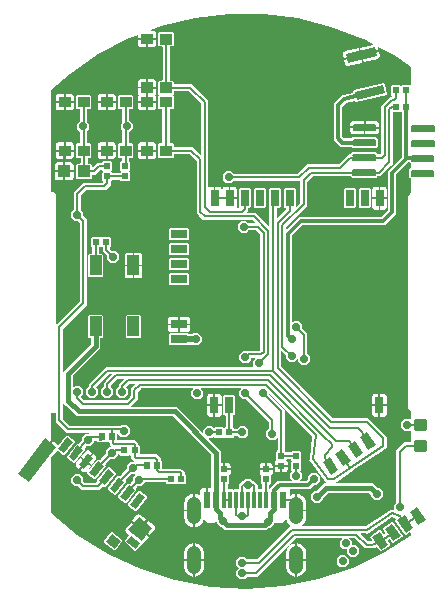
<source format=gbr>
G04 EAGLE Gerber RS-274X export*
G75*
%MOMM*%
%FSLAX34Y34*%
%LPD*%
%INTop Copper*%
%IPPOS*%
%AMOC8*
5,1,8,0,0,1.08239X$1,22.5*%
G01*
%ADD10R,1.100000X1.000000*%
%ADD11R,0.600000X1.450000*%
%ADD12R,0.300000X1.450000*%
%ADD13C,1.158000*%
%ADD14R,0.600000X0.540000*%
%ADD15R,0.711200X1.422400*%
%ADD16R,1.422400X0.711200*%
%ADD17R,0.609600X1.244600*%
%ADD18R,1.193800X3.784600*%
%ADD19R,1.447800X1.397000*%
%ADD20R,0.990600X0.609600*%
%ADD21R,0.939800X0.838200*%
%ADD22C,0.147500*%
%ADD23R,2.500000X0.750000*%
%ADD24R,1.000000X0.900000*%
%ADD25R,0.540000X0.600000*%
%ADD26R,0.760000X1.270000*%
%ADD27R,0.900000X1.000000*%
%ADD28R,1.000000X1.651000*%
%ADD29C,0.300000*%
%ADD30C,0.706400*%
%ADD31C,0.200000*%
%ADD32C,0.406400*%
%ADD33C,0.152400*%
%ADD34C,0.304800*%
%ADD35C,0.508000*%

G36*
X104084Y168118D02*
X104084Y168118D01*
X104158Y168131D01*
X104168Y168138D01*
X104178Y168140D01*
X104207Y168164D01*
X104278Y168212D01*
X107378Y171312D01*
X107418Y171376D01*
X107462Y171438D01*
X107464Y171450D01*
X107469Y171459D01*
X107473Y171496D01*
X107489Y171580D01*
X107489Y177773D01*
X111296Y181580D01*
X111310Y181602D01*
X111330Y181618D01*
X111355Y181675D01*
X111388Y181727D01*
X111390Y181753D01*
X111401Y181777D01*
X111399Y181838D01*
X111404Y181900D01*
X111395Y181924D01*
X111394Y181950D01*
X111365Y182004D01*
X111343Y182062D01*
X111324Y182079D01*
X111312Y182102D01*
X111261Y182137D01*
X111216Y182179D01*
X111191Y182187D01*
X111170Y182202D01*
X111085Y182218D01*
X111050Y182229D01*
X111040Y182227D01*
X111028Y182229D01*
X106810Y182229D01*
X106736Y182212D01*
X106662Y182199D01*
X106652Y182192D01*
X106642Y182190D01*
X106613Y182166D01*
X106542Y182118D01*
X103851Y179428D01*
X103824Y179384D01*
X103790Y179347D01*
X103779Y179312D01*
X103760Y179280D01*
X103755Y179230D01*
X103741Y179181D01*
X103747Y179145D01*
X103743Y179108D01*
X103762Y179060D01*
X103770Y179010D01*
X103794Y178975D01*
X103805Y178946D01*
X103828Y178925D01*
X103851Y178890D01*
X105387Y177355D01*
X105387Y173165D01*
X102425Y170203D01*
X98235Y170203D01*
X95273Y173165D01*
X95273Y177355D01*
X97218Y179299D01*
X97258Y179364D01*
X97302Y179426D01*
X97304Y179438D01*
X97309Y179446D01*
X97313Y179483D01*
X97329Y179568D01*
X97329Y181393D01*
X101516Y185580D01*
X101530Y185602D01*
X101550Y185618D01*
X101575Y185675D01*
X101608Y185727D01*
X101610Y185753D01*
X101621Y185777D01*
X101619Y185838D01*
X101624Y185900D01*
X101615Y185924D01*
X101614Y185950D01*
X101585Y186004D01*
X101563Y186062D01*
X101544Y186079D01*
X101532Y186102D01*
X101481Y186137D01*
X101436Y186179D01*
X101411Y186187D01*
X101390Y186202D01*
X101305Y186218D01*
X101270Y186229D01*
X101260Y186227D01*
X101248Y186229D01*
X96650Y186229D01*
X96576Y186212D01*
X96502Y186199D01*
X96492Y186192D01*
X96482Y186190D01*
X96453Y186166D01*
X96382Y186118D01*
X90742Y180478D01*
X90702Y180414D01*
X90658Y180352D01*
X90656Y180340D01*
X90651Y180331D01*
X90647Y180294D01*
X90642Y180269D01*
X90638Y180259D01*
X90638Y180248D01*
X90631Y180210D01*
X90631Y179568D01*
X90648Y179494D01*
X90661Y179419D01*
X90668Y179409D01*
X90670Y179399D01*
X90694Y179371D01*
X90742Y179299D01*
X92687Y177355D01*
X92687Y173165D01*
X89725Y170203D01*
X85535Y170203D01*
X82573Y173165D01*
X82573Y177355D01*
X84518Y179299D01*
X84558Y179364D01*
X84602Y179426D01*
X84604Y179438D01*
X84609Y179446D01*
X84613Y179483D01*
X84629Y179568D01*
X84629Y182853D01*
X86498Y184722D01*
X91356Y189580D01*
X91370Y189602D01*
X91390Y189618D01*
X91415Y189675D01*
X91448Y189727D01*
X91450Y189753D01*
X91461Y189777D01*
X91459Y189838D01*
X91464Y189900D01*
X91455Y189924D01*
X91454Y189950D01*
X91425Y190004D01*
X91403Y190062D01*
X91384Y190079D01*
X91372Y190102D01*
X91321Y190137D01*
X91276Y190179D01*
X91251Y190187D01*
X91230Y190202D01*
X91145Y190218D01*
X91110Y190229D01*
X91100Y190227D01*
X91088Y190229D01*
X89220Y190229D01*
X89146Y190212D01*
X89072Y190199D01*
X89062Y190192D01*
X89052Y190190D01*
X89023Y190166D01*
X88952Y190118D01*
X78356Y179523D01*
X78329Y179479D01*
X78295Y179442D01*
X78284Y179407D01*
X78265Y179375D01*
X78260Y179325D01*
X78246Y179276D01*
X78252Y179240D01*
X78248Y179203D01*
X78267Y179155D01*
X78275Y179105D01*
X78299Y179070D01*
X78310Y179041D01*
X78333Y179020D01*
X78356Y178985D01*
X79987Y177355D01*
X79987Y173165D01*
X77025Y170203D01*
X72835Y170203D01*
X69873Y173165D01*
X69873Y177355D01*
X71818Y179299D01*
X71858Y179364D01*
X71902Y179426D01*
X71904Y179438D01*
X71909Y179446D01*
X71913Y179483D01*
X71929Y179568D01*
X71929Y181583D01*
X86577Y196231D01*
X210990Y196231D01*
X211015Y196237D01*
X211041Y196234D01*
X211099Y196256D01*
X211159Y196270D01*
X211179Y196287D01*
X211203Y196296D01*
X211245Y196341D01*
X211292Y196380D01*
X211303Y196404D01*
X211320Y196423D01*
X211338Y196482D01*
X211363Y196539D01*
X211362Y196564D01*
X211370Y196589D01*
X211359Y196650D01*
X211357Y196712D01*
X211344Y196734D01*
X211340Y196760D01*
X211292Y196831D01*
X211274Y196864D01*
X211266Y196870D01*
X211259Y196880D01*
X210843Y197295D01*
X210843Y201485D01*
X212719Y203360D01*
X212732Y203382D01*
X212752Y203398D01*
X212778Y203455D01*
X212810Y203507D01*
X212813Y203533D01*
X212823Y203557D01*
X212821Y203618D01*
X212827Y203680D01*
X212818Y203704D01*
X212817Y203730D01*
X212787Y203784D01*
X212765Y203842D01*
X212746Y203859D01*
X212734Y203882D01*
X212683Y203917D01*
X212638Y203959D01*
X212613Y203967D01*
X212592Y203982D01*
X212508Y203998D01*
X212472Y204009D01*
X212462Y204007D01*
X212450Y204009D01*
X209907Y204009D01*
X209857Y203998D01*
X209806Y203996D01*
X209774Y203978D01*
X209738Y203970D01*
X209699Y203937D01*
X209654Y203913D01*
X209633Y203883D01*
X209605Y203860D01*
X209584Y203813D01*
X209554Y203771D01*
X209546Y203729D01*
X209534Y203701D01*
X209535Y203671D01*
X209527Y203629D01*
X209527Y202375D01*
X206565Y199413D01*
X202375Y199413D01*
X199413Y202375D01*
X199413Y206565D01*
X202375Y209527D01*
X205126Y209527D01*
X205200Y209544D01*
X205274Y209557D01*
X205284Y209564D01*
X205294Y209566D01*
X205323Y209590D01*
X205394Y209638D01*
X205767Y210011D01*
X216463Y210011D01*
X216537Y210028D01*
X216611Y210041D01*
X216622Y210048D01*
X216631Y210050D01*
X216660Y210074D01*
X216732Y210122D01*
X217021Y210411D01*
X217061Y210476D01*
X217104Y210538D01*
X217107Y210550D01*
X217112Y210558D01*
X217115Y210595D01*
X217132Y210680D01*
X217132Y308480D01*
X217115Y308554D01*
X217102Y308628D01*
X217095Y308638D01*
X217092Y308648D01*
X217069Y308677D01*
X217021Y308748D01*
X213921Y311848D01*
X213856Y311888D01*
X213794Y311932D01*
X213782Y311934D01*
X213774Y311939D01*
X213737Y311943D01*
X213652Y311959D01*
X207508Y311959D01*
X207434Y311942D01*
X207359Y311929D01*
X207349Y311922D01*
X207339Y311920D01*
X207311Y311896D01*
X207239Y311848D01*
X205295Y309903D01*
X201105Y309903D01*
X198143Y312865D01*
X198143Y317055D01*
X201105Y320017D01*
X205295Y320017D01*
X207239Y318072D01*
X207304Y318032D01*
X207366Y317988D01*
X207378Y317986D01*
X207386Y317981D01*
X207423Y317977D01*
X207508Y317961D01*
X212818Y317961D01*
X212843Y317967D01*
X212868Y317964D01*
X212926Y317986D01*
X212986Y318000D01*
X213006Y318017D01*
X213030Y318026D01*
X213072Y318071D01*
X213120Y318110D01*
X213131Y318134D01*
X213148Y318153D01*
X213166Y318212D01*
X213191Y318269D01*
X213190Y318294D01*
X213197Y318319D01*
X213187Y318380D01*
X213184Y318442D01*
X213172Y318464D01*
X213168Y318490D01*
X213119Y318561D01*
X213102Y318594D01*
X213093Y318600D01*
X213086Y318610D01*
X210958Y320738D01*
X210894Y320778D01*
X210832Y320822D01*
X210820Y320824D01*
X210811Y320829D01*
X210774Y320833D01*
X210690Y320849D01*
X168937Y320849D01*
X165238Y324548D01*
X163369Y326417D01*
X163369Y370710D01*
X163357Y370763D01*
X163356Y370792D01*
X163348Y370807D01*
X163339Y370858D01*
X163332Y370868D01*
X163330Y370878D01*
X163306Y370907D01*
X163258Y370978D01*
X157798Y376438D01*
X157734Y376478D01*
X157672Y376522D01*
X157660Y376524D01*
X157651Y376529D01*
X157614Y376533D01*
X157530Y376549D01*
X144445Y376549D01*
X144395Y376538D01*
X144344Y376536D01*
X144312Y376518D01*
X144276Y376510D01*
X144237Y376477D01*
X144192Y376453D01*
X144171Y376423D01*
X144143Y376400D01*
X144122Y376353D01*
X144092Y376311D01*
X144084Y376269D01*
X144072Y376241D01*
X144073Y376211D01*
X144065Y376169D01*
X144065Y374418D01*
X143172Y373525D01*
X131908Y373525D01*
X131015Y374418D01*
X131015Y384682D01*
X131908Y385575D01*
X134159Y385575D01*
X134209Y385586D01*
X134260Y385588D01*
X134292Y385606D01*
X134328Y385614D01*
X134367Y385647D01*
X134412Y385671D01*
X134433Y385701D01*
X134461Y385724D01*
X134482Y385771D01*
X134512Y385813D01*
X134520Y385855D01*
X134532Y385883D01*
X134531Y385913D01*
X134539Y385955D01*
X134539Y414145D01*
X134528Y414195D01*
X134526Y414246D01*
X134508Y414278D01*
X134500Y414314D01*
X134467Y414353D01*
X134443Y414398D01*
X134413Y414419D01*
X134390Y414447D01*
X134343Y414468D01*
X134301Y414498D01*
X134259Y414506D01*
X134231Y414518D01*
X134201Y414517D01*
X134159Y414525D01*
X131908Y414525D01*
X131015Y415418D01*
X131015Y425682D01*
X131735Y426401D01*
X131761Y426444D01*
X131796Y426481D01*
X131806Y426517D01*
X131826Y426548D01*
X131831Y426598D01*
X131845Y426647D01*
X131839Y426684D01*
X131843Y426721D01*
X131825Y426768D01*
X131816Y426818D01*
X131792Y426854D01*
X131781Y426883D01*
X131759Y426903D01*
X131736Y426938D01*
X130926Y427753D01*
X130962Y438017D01*
X131858Y438907D01*
X134229Y438898D01*
X134280Y438910D01*
X134331Y438912D01*
X134363Y438929D01*
X134398Y438937D01*
X134438Y438970D01*
X134483Y438995D01*
X134504Y439024D01*
X134532Y439047D01*
X134553Y439094D01*
X134583Y439136D01*
X134591Y439177D01*
X134604Y439205D01*
X134602Y439236D01*
X134611Y439278D01*
X134611Y467469D01*
X134599Y467518D01*
X134598Y467568D01*
X134580Y467601D01*
X134571Y467637D01*
X134539Y467676D01*
X134515Y467721D01*
X134485Y467742D01*
X134461Y467771D01*
X134415Y467792D01*
X134374Y467821D01*
X134331Y467829D01*
X134303Y467842D01*
X134273Y467841D01*
X134232Y467849D01*
X131959Y467857D01*
X131069Y468753D01*
X131105Y479016D01*
X132001Y479906D01*
X143264Y479867D01*
X144154Y478971D01*
X144118Y468708D01*
X143222Y467818D01*
X140994Y467825D01*
X140943Y467814D01*
X140892Y467812D01*
X140860Y467795D01*
X140825Y467787D01*
X140785Y467754D01*
X140740Y467729D01*
X140719Y467700D01*
X140691Y467677D01*
X140670Y467630D01*
X140640Y467587D01*
X140632Y467546D01*
X140619Y467519D01*
X140621Y467488D01*
X140612Y467445D01*
X140612Y439255D01*
X140624Y439206D01*
X140625Y439155D01*
X140643Y439123D01*
X140652Y439086D01*
X140684Y439047D01*
X140708Y439003D01*
X140738Y438981D01*
X140762Y438952D01*
X140808Y438932D01*
X140849Y438903D01*
X140892Y438894D01*
X140920Y438882D01*
X140950Y438883D01*
X140991Y438875D01*
X143121Y438867D01*
X144011Y437971D01*
X144005Y436245D01*
X144017Y436194D01*
X144018Y436142D01*
X144036Y436111D01*
X144044Y436076D01*
X144077Y436036D01*
X144101Y435990D01*
X144131Y435970D01*
X144154Y435942D01*
X144201Y435920D01*
X144243Y435891D01*
X144284Y435883D01*
X144311Y435870D01*
X144342Y435871D01*
X144385Y435863D01*
X159508Y435863D01*
X173371Y422000D01*
X173371Y348943D01*
X173385Y348882D01*
X173391Y348819D01*
X173405Y348798D01*
X173410Y348774D01*
X173450Y348725D01*
X173484Y348672D01*
X173505Y348659D01*
X173520Y348640D01*
X173578Y348615D01*
X173632Y348582D01*
X173656Y348580D01*
X173679Y348569D01*
X173741Y348572D01*
X173804Y348566D01*
X173830Y348575D01*
X173852Y348576D01*
X173885Y348594D01*
X173941Y348613D01*
X174066Y348686D01*
X174712Y348859D01*
X177841Y348859D01*
X177841Y339587D01*
X177853Y339537D01*
X177855Y339486D01*
X177873Y339454D01*
X177881Y339418D01*
X177913Y339379D01*
X177938Y339334D01*
X177968Y339313D01*
X177991Y339285D01*
X178038Y339264D01*
X178079Y339234D01*
X178121Y339226D01*
X178149Y339214D01*
X178180Y339215D01*
X178222Y339207D01*
X178603Y339207D01*
X178603Y338825D01*
X178615Y338775D01*
X178617Y338724D01*
X178635Y338692D01*
X178643Y338656D01*
X178675Y338617D01*
X178700Y338572D01*
X178730Y338551D01*
X178753Y338523D01*
X178800Y338502D01*
X178841Y338472D01*
X178883Y338464D01*
X178911Y338452D01*
X178942Y338453D01*
X178984Y338445D01*
X190922Y338445D01*
X190971Y338456D01*
X191022Y338458D01*
X191054Y338476D01*
X191090Y338484D01*
X191130Y338517D01*
X191174Y338541D01*
X191196Y338571D01*
X191224Y338594D01*
X191245Y338641D01*
X191274Y338683D01*
X191282Y338725D01*
X191295Y338753D01*
X191294Y338783D01*
X191302Y338825D01*
X191302Y339207D01*
X191303Y339207D01*
X191303Y338825D01*
X191315Y338775D01*
X191317Y338724D01*
X191335Y338692D01*
X191343Y338656D01*
X191375Y338617D01*
X191400Y338572D01*
X191430Y338551D01*
X191453Y338523D01*
X191500Y338502D01*
X191541Y338472D01*
X191583Y338464D01*
X191611Y338452D01*
X191642Y338453D01*
X191684Y338445D01*
X197399Y338445D01*
X197399Y331759D01*
X197284Y331329D01*
X197284Y331316D01*
X197278Y331303D01*
X197281Y331230D01*
X197279Y331156D01*
X197284Y331144D01*
X197285Y331130D01*
X197320Y331066D01*
X197350Y330999D01*
X197361Y330990D01*
X197367Y330978D01*
X197427Y330936D01*
X197485Y330889D01*
X197498Y330886D01*
X197509Y330878D01*
X197651Y330851D01*
X198616Y330851D01*
X198641Y330857D01*
X198666Y330854D01*
X198724Y330876D01*
X198784Y330890D01*
X198804Y330907D01*
X198828Y330916D01*
X198870Y330961D01*
X198918Y331000D01*
X198929Y331024D01*
X198946Y331043D01*
X198964Y331102D01*
X198989Y331159D01*
X198988Y331184D01*
X198995Y331209D01*
X198985Y331270D01*
X198982Y331332D01*
X198970Y331354D01*
X198965Y331380D01*
X198922Y331444D01*
X198922Y346950D01*
X199815Y347843D01*
X208190Y347843D01*
X209083Y346950D01*
X209083Y331462D01*
X208190Y330569D01*
X207384Y330569D01*
X207334Y330558D01*
X207283Y330556D01*
X207251Y330538D01*
X207215Y330530D01*
X207175Y330497D01*
X207131Y330473D01*
X207110Y330443D01*
X207081Y330420D01*
X207060Y330373D01*
X207031Y330331D01*
X207023Y330289D01*
X207010Y330261D01*
X207011Y330231D01*
X207003Y330189D01*
X207003Y328680D01*
X205824Y327500D01*
X205810Y327478D01*
X205790Y327462D01*
X205765Y327405D01*
X205732Y327353D01*
X205730Y327327D01*
X205719Y327303D01*
X205721Y327242D01*
X205716Y327180D01*
X205725Y327156D01*
X205726Y327130D01*
X205755Y327076D01*
X205777Y327018D01*
X205796Y327001D01*
X205808Y326978D01*
X205859Y326943D01*
X205904Y326901D01*
X205929Y326893D01*
X205950Y326878D01*
X206035Y326862D01*
X206070Y326851D01*
X206080Y326853D01*
X206092Y326851D01*
X213333Y326851D01*
X224483Y315701D01*
X224505Y315687D01*
X224521Y315667D01*
X224577Y315642D01*
X224630Y315610D01*
X224656Y315607D01*
X224679Y315596D01*
X224741Y315599D01*
X224802Y315593D01*
X224827Y315602D01*
X224852Y315603D01*
X224907Y315633D01*
X224964Y315655D01*
X224982Y315674D01*
X225005Y315686D01*
X225040Y315736D01*
X225082Y315782D01*
X225089Y315806D01*
X225104Y315828D01*
X225121Y315912D01*
X225131Y315948D01*
X225130Y315958D01*
X225132Y315970D01*
X225132Y330495D01*
X225115Y330569D01*
X225102Y330644D01*
X225095Y330654D01*
X225092Y330664D01*
X225069Y330692D01*
X225021Y330764D01*
X224322Y331462D01*
X224322Y346950D01*
X225215Y347843D01*
X233590Y347843D01*
X234483Y346950D01*
X234483Y331462D01*
X233590Y330569D01*
X231514Y330569D01*
X231464Y330558D01*
X231413Y330556D01*
X231381Y330538D01*
X231345Y330530D01*
X231305Y330497D01*
X231261Y330473D01*
X231240Y330443D01*
X231211Y330420D01*
X231190Y330373D01*
X231161Y330331D01*
X231153Y330289D01*
X231140Y330261D01*
X231141Y330231D01*
X231133Y330189D01*
X231133Y322655D01*
X231139Y322630D01*
X231137Y322604D01*
X231159Y322547D01*
X231173Y322486D01*
X231189Y322466D01*
X231198Y322442D01*
X231244Y322400D01*
X231283Y322353D01*
X231307Y322342D01*
X231326Y322325D01*
X231385Y322307D01*
X231441Y322282D01*
X231467Y322283D01*
X231492Y322275D01*
X231553Y322286D01*
X231614Y322288D01*
X231637Y322301D01*
X231662Y322305D01*
X231734Y322353D01*
X231767Y322371D01*
X231772Y322379D01*
X231782Y322386D01*
X238991Y329594D01*
X239031Y329659D01*
X239074Y329721D01*
X239077Y329733D01*
X239082Y329741D01*
X239085Y329778D01*
X239102Y329863D01*
X239102Y330189D01*
X239090Y330239D01*
X239088Y330290D01*
X239071Y330322D01*
X239062Y330358D01*
X239030Y330397D01*
X239006Y330442D01*
X238976Y330463D01*
X238952Y330491D01*
X238906Y330512D01*
X238864Y330542D01*
X238822Y330550D01*
X238794Y330562D01*
X238764Y330561D01*
X238722Y330569D01*
X237915Y330569D01*
X237022Y331462D01*
X237022Y346950D01*
X237915Y347843D01*
X246290Y347843D01*
X247183Y346950D01*
X247183Y332355D01*
X247189Y332330D01*
X247187Y332304D01*
X247209Y332246D01*
X247223Y332186D01*
X247239Y332166D01*
X247248Y332142D01*
X247294Y332100D01*
X247333Y332053D01*
X247357Y332042D01*
X247376Y332025D01*
X247435Y332007D01*
X247491Y331982D01*
X247517Y331983D01*
X247542Y331975D01*
X247603Y331986D01*
X247664Y331988D01*
X247687Y332001D01*
X247712Y332005D01*
X247784Y332053D01*
X247817Y332071D01*
X247822Y332079D01*
X247832Y332086D01*
X250888Y335142D01*
X250928Y335206D01*
X250972Y335268D01*
X250974Y335280D01*
X250979Y335289D01*
X250983Y335326D01*
X250999Y335410D01*
X250999Y353489D01*
X250988Y353539D01*
X250986Y353590D01*
X250968Y353622D01*
X250960Y353658D01*
X250927Y353697D01*
X250903Y353742D01*
X250873Y353763D01*
X250850Y353791D01*
X250803Y353812D01*
X250761Y353842D01*
X250719Y353850D01*
X250691Y353862D01*
X250661Y353861D01*
X250619Y353869D01*
X194808Y353869D01*
X194734Y353852D01*
X194659Y353839D01*
X194649Y353832D01*
X194639Y353830D01*
X194611Y353806D01*
X194539Y353758D01*
X192595Y351813D01*
X188405Y351813D01*
X185443Y354775D01*
X185443Y358965D01*
X188405Y361927D01*
X192595Y361927D01*
X194539Y359982D01*
X194604Y359942D01*
X194666Y359898D01*
X194678Y359896D01*
X194686Y359891D01*
X194723Y359887D01*
X194808Y359871D01*
X248790Y359871D01*
X248864Y359888D01*
X248938Y359901D01*
X248948Y359908D01*
X248958Y359910D01*
X248987Y359934D01*
X249058Y359982D01*
X257061Y367985D01*
X283573Y367985D01*
X283647Y368002D01*
X283722Y368015D01*
X283732Y368022D01*
X283742Y368024D01*
X283771Y368048D01*
X283842Y368096D01*
X292430Y376684D01*
X293660Y376684D01*
X293707Y376695D01*
X293756Y376696D01*
X293790Y376714D01*
X293828Y376723D01*
X293866Y376754D01*
X293909Y376777D01*
X293932Y376808D01*
X293962Y376833D01*
X293982Y376878D01*
X294011Y376917D01*
X294017Y376950D01*
X295380Y378280D01*
X315478Y378034D01*
X316800Y376679D01*
X316801Y376660D01*
X316817Y376630D01*
X316825Y376597D01*
X316858Y376555D01*
X316884Y376508D01*
X316912Y376488D01*
X316933Y376462D01*
X316982Y376439D01*
X317025Y376408D01*
X317064Y376401D01*
X317091Y376389D01*
X317123Y376389D01*
X317168Y376381D01*
X318640Y376381D01*
X318714Y376398D01*
X318788Y376411D01*
X318798Y376418D01*
X318808Y376420D01*
X318837Y376444D01*
X318908Y376492D01*
X319468Y377052D01*
X319508Y377116D01*
X319552Y377178D01*
X319554Y377190D01*
X319559Y377199D01*
X319563Y377236D01*
X319579Y377320D01*
X319579Y417422D01*
X327242Y425085D01*
X328849Y425085D01*
X328899Y425096D01*
X328950Y425098D01*
X328982Y425116D01*
X329018Y425124D01*
X329057Y425157D01*
X329102Y425181D01*
X329123Y425211D01*
X329151Y425234D01*
X329172Y425281D01*
X329202Y425323D01*
X329210Y425365D01*
X329222Y425393D01*
X329221Y425423D01*
X329229Y425465D01*
X329229Y425625D01*
X329218Y425675D01*
X329216Y425726D01*
X329198Y425758D01*
X329190Y425794D01*
X329157Y425833D01*
X329133Y425878D01*
X329103Y425899D01*
X329080Y425927D01*
X329033Y425948D01*
X328991Y425978D01*
X328949Y425986D01*
X328921Y425998D01*
X328906Y425998D01*
X328005Y426898D01*
X328005Y434162D01*
X328898Y435055D01*
X335562Y435055D01*
X336281Y434335D01*
X336324Y434308D01*
X336362Y434274D01*
X336397Y434263D01*
X336428Y434244D01*
X336479Y434239D01*
X336528Y434224D01*
X336564Y434231D01*
X336601Y434227D01*
X336648Y434245D01*
X336699Y434254D01*
X336734Y434278D01*
X336763Y434289D01*
X336784Y434311D01*
X336819Y434335D01*
X337538Y435055D01*
X344170Y435055D01*
X344220Y435066D01*
X344271Y435068D01*
X344303Y435086D01*
X344339Y435094D01*
X344378Y435127D01*
X344423Y435151D01*
X344444Y435181D01*
X344472Y435204D01*
X344493Y435251D01*
X344523Y435293D01*
X344531Y435335D01*
X344543Y435363D01*
X344542Y435393D01*
X344550Y435435D01*
X344550Y450696D01*
X344545Y450719D01*
X344547Y450743D01*
X344525Y450802D01*
X344511Y450865D01*
X344496Y450883D01*
X344487Y450905D01*
X344423Y450971D01*
X344401Y450998D01*
X344393Y451002D01*
X344386Y451009D01*
X330633Y460507D01*
X330614Y460514D01*
X330594Y460530D01*
X317217Y467564D01*
X317204Y467567D01*
X317194Y467575D01*
X317121Y467589D01*
X317049Y467607D01*
X317037Y467605D01*
X317024Y467607D01*
X316952Y467587D01*
X316880Y467572D01*
X316869Y467564D01*
X316857Y467561D01*
X316802Y467511D01*
X316743Y467465D01*
X316738Y467454D01*
X316728Y467445D01*
X316701Y467376D01*
X316669Y467309D01*
X316669Y467296D01*
X316664Y467284D01*
X316670Y467139D01*
X317273Y464608D01*
X303382Y461298D01*
X302101Y466677D01*
X312678Y469197D01*
X312713Y469214D01*
X312750Y469222D01*
X312789Y469253D01*
X312833Y469275D01*
X312857Y469305D01*
X312887Y469329D01*
X312908Y469374D01*
X312938Y469413D01*
X312945Y469451D01*
X312962Y469486D01*
X312961Y469535D01*
X312970Y469583D01*
X312960Y469620D01*
X312959Y469659D01*
X312937Y469703D01*
X312924Y469750D01*
X312898Y469779D01*
X312880Y469813D01*
X312833Y469851D01*
X312808Y469879D01*
X312788Y469887D01*
X312767Y469904D01*
X304783Y474101D01*
X304764Y474106D01*
X304742Y474120D01*
X277489Y484495D01*
X277469Y484498D01*
X277445Y484509D01*
X249144Y491537D01*
X249123Y491537D01*
X249099Y491546D01*
X220158Y495126D01*
X220138Y495124D01*
X220113Y495129D01*
X190952Y495210D01*
X190932Y495205D01*
X190906Y495207D01*
X161946Y491787D01*
X161927Y491780D01*
X161901Y491779D01*
X133561Y484907D01*
X133543Y484898D01*
X133517Y484894D01*
X124940Y481683D01*
X124924Y481672D01*
X124906Y481668D01*
X124853Y481625D01*
X124796Y481587D01*
X124786Y481570D01*
X124772Y481558D01*
X124743Y481496D01*
X124709Y481437D01*
X124708Y481418D01*
X124700Y481400D01*
X124703Y481332D01*
X124698Y481264D01*
X124706Y481246D01*
X124706Y481227D01*
X124739Y481167D01*
X124765Y481104D01*
X124779Y481091D01*
X124788Y481075D01*
X124844Y481035D01*
X124896Y480990D01*
X124914Y480985D01*
X124930Y480975D01*
X125040Y480953D01*
X125064Y480947D01*
X125068Y480947D01*
X125072Y480946D01*
X126971Y480940D01*
X127616Y480764D01*
X128194Y480428D01*
X128666Y479953D01*
X128998Y479373D01*
X129169Y478726D01*
X129155Y474653D01*
X121995Y474678D01*
X121946Y474666D01*
X121895Y474664D01*
X121862Y474647D01*
X121826Y474639D01*
X121787Y474606D01*
X121742Y474582D01*
X121721Y474552D01*
X121692Y474529D01*
X121671Y474482D01*
X121642Y474441D01*
X121634Y474399D01*
X121621Y474371D01*
X121622Y474341D01*
X121614Y474299D01*
X121612Y473917D01*
X121611Y473917D01*
X121612Y474299D01*
X121601Y474348D01*
X121599Y474399D01*
X121581Y474432D01*
X121573Y474468D01*
X121541Y474507D01*
X121517Y474552D01*
X121487Y474573D01*
X121463Y474602D01*
X121417Y474623D01*
X121375Y474652D01*
X121333Y474660D01*
X121306Y474673D01*
X121275Y474672D01*
X121233Y474680D01*
X114074Y474705D01*
X114082Y477068D01*
X114075Y477100D01*
X114077Y477133D01*
X114055Y477183D01*
X114043Y477237D01*
X114022Y477262D01*
X114010Y477292D01*
X113968Y477329D01*
X113933Y477371D01*
X113904Y477385D01*
X113879Y477406D01*
X113826Y477420D01*
X113775Y477443D01*
X113743Y477442D01*
X113711Y477450D01*
X113641Y477438D01*
X113602Y477437D01*
X113588Y477429D01*
X113568Y477426D01*
X106207Y474670D01*
X106190Y474659D01*
X106166Y474652D01*
X80280Y461224D01*
X80265Y461210D01*
X80241Y461200D01*
X56154Y444762D01*
X56141Y444747D01*
X56118Y444734D01*
X40390Y430962D01*
X40389Y430960D01*
X40387Y430960D01*
X40339Y430892D01*
X40289Y430821D01*
X40288Y430819D01*
X40287Y430818D01*
X40260Y430676D01*
X40260Y344773D01*
X40271Y344723D01*
X40273Y344672D01*
X40291Y344640D01*
X40299Y344604D01*
X40332Y344565D01*
X40356Y344520D01*
X40386Y344499D01*
X40409Y344471D01*
X40456Y344450D01*
X40498Y344420D01*
X40540Y344412D01*
X40568Y344400D01*
X40598Y344401D01*
X40640Y344393D01*
X43054Y344393D01*
X44673Y342774D01*
X44673Y232714D01*
X44679Y232689D01*
X44676Y232664D01*
X44698Y232606D01*
X44712Y232546D01*
X44729Y232526D01*
X44738Y232502D01*
X44783Y232460D01*
X44822Y232412D01*
X44846Y232401D01*
X44865Y232384D01*
X44924Y232366D01*
X44981Y232341D01*
X45006Y232342D01*
X45031Y232335D01*
X45092Y232345D01*
X45154Y232348D01*
X45176Y232360D01*
X45202Y232364D01*
X45273Y232413D01*
X45306Y232430D01*
X45312Y232439D01*
X45322Y232446D01*
X64198Y251322D01*
X64238Y251386D01*
X64282Y251448D01*
X64284Y251460D01*
X64289Y251469D01*
X64293Y251506D01*
X64309Y251590D01*
X64309Y318640D01*
X64296Y318697D01*
X64296Y318698D01*
X64295Y318699D01*
X64292Y318714D01*
X64279Y318788D01*
X64272Y318798D01*
X64270Y318808D01*
X64246Y318837D01*
X64198Y318908D01*
X63154Y319952D01*
X63090Y319992D01*
X63028Y320036D01*
X63016Y320038D01*
X63007Y320043D01*
X62970Y320047D01*
X62886Y320063D01*
X60135Y320063D01*
X57173Y323025D01*
X57173Y327215D01*
X59118Y329159D01*
X59158Y329224D01*
X59202Y329286D01*
X59204Y329298D01*
X59209Y329306D01*
X59213Y329343D01*
X59229Y329428D01*
X59229Y344143D01*
X67337Y352251D01*
X83690Y352251D01*
X83764Y352268D01*
X83838Y352281D01*
X83848Y352288D01*
X83858Y352290D01*
X83887Y352314D01*
X83958Y352362D01*
X84352Y352756D01*
X84366Y352778D01*
X84386Y352794D01*
X84411Y352851D01*
X84444Y352903D01*
X84446Y352929D01*
X84457Y352953D01*
X84455Y353014D01*
X84460Y353076D01*
X84451Y353100D01*
X84450Y353126D01*
X84421Y353180D01*
X84399Y353238D01*
X84380Y353255D01*
X84368Y353278D01*
X84317Y353313D01*
X84272Y353355D01*
X84247Y353363D01*
X84226Y353378D01*
X84141Y353394D01*
X84106Y353405D01*
X84096Y353403D01*
X84084Y353405D01*
X83998Y353405D01*
X83105Y354298D01*
X83105Y360962D01*
X83825Y361681D01*
X83838Y361702D01*
X83854Y361715D01*
X83865Y361738D01*
X83886Y361762D01*
X83897Y361797D01*
X83916Y361828D01*
X83919Y361860D01*
X83925Y361874D01*
X83925Y361891D01*
X83936Y361928D01*
X83929Y361964D01*
X83933Y362001D01*
X83919Y362037D01*
X83919Y362047D01*
X83913Y362057D01*
X83906Y362099D01*
X83882Y362134D01*
X83871Y362163D01*
X83849Y362184D01*
X83825Y362219D01*
X83093Y362950D01*
X83092Y362990D01*
X83074Y363022D01*
X83066Y363058D01*
X83033Y363097D01*
X83009Y363142D01*
X82979Y363163D01*
X82956Y363191D01*
X82909Y363212D01*
X82867Y363242D01*
X82825Y363250D01*
X82797Y363262D01*
X82767Y363261D01*
X82725Y363269D01*
X81920Y363269D01*
X81846Y363252D01*
X81772Y363239D01*
X81762Y363232D01*
X81752Y363230D01*
X81723Y363206D01*
X81652Y363158D01*
X77443Y358949D01*
X75595Y358949D01*
X75545Y358938D01*
X75494Y358936D01*
X75462Y358918D01*
X75426Y358910D01*
X75387Y358877D01*
X75342Y358853D01*
X75321Y358823D01*
X75293Y358800D01*
X75272Y358753D01*
X75242Y358711D01*
X75234Y358669D01*
X75222Y358641D01*
X75223Y358611D01*
X75215Y358569D01*
X75215Y356318D01*
X74322Y355425D01*
X62058Y355425D01*
X61165Y356318D01*
X61165Y367582D01*
X62058Y368475D01*
X64809Y368475D01*
X64859Y368486D01*
X64910Y368488D01*
X64942Y368506D01*
X64978Y368514D01*
X65017Y368547D01*
X65062Y368571D01*
X65083Y368601D01*
X65111Y368624D01*
X65132Y368671D01*
X65162Y368713D01*
X65170Y368755D01*
X65182Y368783D01*
X65181Y368813D01*
X65189Y368855D01*
X65189Y373145D01*
X65178Y373195D01*
X65176Y373246D01*
X65158Y373278D01*
X65150Y373314D01*
X65117Y373353D01*
X65093Y373398D01*
X65063Y373419D01*
X65040Y373447D01*
X64993Y373468D01*
X64951Y373498D01*
X64909Y373506D01*
X64881Y373518D01*
X64851Y373517D01*
X64809Y373525D01*
X62058Y373525D01*
X61165Y374418D01*
X61165Y384682D01*
X62058Y385575D01*
X64309Y385575D01*
X64359Y385586D01*
X64410Y385588D01*
X64442Y385606D01*
X64478Y385614D01*
X64517Y385647D01*
X64562Y385671D01*
X64583Y385701D01*
X64611Y385724D01*
X64632Y385771D01*
X64662Y385813D01*
X64670Y385855D01*
X64682Y385883D01*
X64681Y385913D01*
X64689Y385955D01*
X64689Y395362D01*
X64672Y395436D01*
X64659Y395511D01*
X64652Y395521D01*
X64650Y395531D01*
X64626Y395559D01*
X64578Y395631D01*
X62253Y397955D01*
X62253Y402145D01*
X64578Y404469D01*
X64618Y404534D01*
X64662Y404596D01*
X64664Y404608D01*
X64669Y404616D01*
X64673Y404653D01*
X64689Y404738D01*
X64689Y414145D01*
X64678Y414195D01*
X64676Y414246D01*
X64658Y414278D01*
X64650Y414314D01*
X64617Y414353D01*
X64593Y414398D01*
X64563Y414419D01*
X64540Y414447D01*
X64493Y414468D01*
X64451Y414498D01*
X64409Y414506D01*
X64381Y414518D01*
X64351Y414517D01*
X64309Y414525D01*
X62058Y414525D01*
X61165Y415418D01*
X61165Y425682D01*
X62058Y426575D01*
X73322Y426575D01*
X74215Y425682D01*
X74215Y415418D01*
X73322Y414525D01*
X71071Y414525D01*
X71021Y414514D01*
X70970Y414512D01*
X70938Y414494D01*
X70902Y414486D01*
X70863Y414453D01*
X70818Y414429D01*
X70797Y414399D01*
X70769Y414376D01*
X70748Y414329D01*
X70718Y414287D01*
X70710Y414245D01*
X70698Y414217D01*
X70699Y414187D01*
X70691Y414145D01*
X70691Y403978D01*
X70708Y403904D01*
X70721Y403829D01*
X70728Y403819D01*
X70730Y403809D01*
X70754Y403781D01*
X70802Y403709D01*
X72367Y402145D01*
X72367Y397955D01*
X70802Y396391D01*
X70762Y396326D01*
X70718Y396264D01*
X70716Y396252D01*
X70711Y396244D01*
X70707Y396207D01*
X70691Y396122D01*
X70691Y385955D01*
X70702Y385905D01*
X70704Y385854D01*
X70722Y385822D01*
X70730Y385786D01*
X70763Y385747D01*
X70787Y385702D01*
X70817Y385681D01*
X70840Y385653D01*
X70887Y385632D01*
X70929Y385602D01*
X70971Y385594D01*
X70999Y385582D01*
X71029Y385583D01*
X71071Y385575D01*
X73322Y385575D01*
X74215Y384682D01*
X74215Y374418D01*
X73322Y373525D01*
X71571Y373525D01*
X71521Y373514D01*
X71470Y373512D01*
X71438Y373494D01*
X71402Y373486D01*
X71363Y373453D01*
X71318Y373429D01*
X71297Y373399D01*
X71269Y373376D01*
X71248Y373329D01*
X71218Y373287D01*
X71210Y373245D01*
X71198Y373217D01*
X71199Y373187D01*
X71191Y373145D01*
X71191Y368855D01*
X71202Y368805D01*
X71204Y368754D01*
X71222Y368722D01*
X71230Y368686D01*
X71263Y368647D01*
X71287Y368602D01*
X71317Y368581D01*
X71340Y368553D01*
X71387Y368532D01*
X71429Y368502D01*
X71471Y368494D01*
X71499Y368482D01*
X71529Y368483D01*
X71571Y368475D01*
X74322Y368475D01*
X75215Y367582D01*
X75215Y366126D01*
X75221Y366101D01*
X75218Y366076D01*
X75227Y366051D01*
X75228Y366028D01*
X75245Y365998D01*
X75254Y365958D01*
X75271Y365938D01*
X75280Y365914D01*
X75301Y365894D01*
X75311Y365876D01*
X75336Y365858D01*
X75364Y365824D01*
X75388Y365813D01*
X75407Y365796D01*
X75437Y365787D01*
X75453Y365776D01*
X75485Y365770D01*
X75523Y365753D01*
X75548Y365754D01*
X75573Y365747D01*
X75589Y365750D01*
X75595Y365748D01*
X75597Y365748D01*
X75635Y365757D01*
X75696Y365760D01*
X75718Y365772D01*
X75744Y365776D01*
X75758Y365786D01*
X75766Y365788D01*
X75790Y365808D01*
X75815Y365825D01*
X75848Y365842D01*
X75854Y365851D01*
X75864Y365858D01*
X79277Y369271D01*
X82725Y369271D01*
X82775Y369282D01*
X82826Y369284D01*
X82858Y369302D01*
X82894Y369310D01*
X82933Y369343D01*
X82978Y369367D01*
X82999Y369397D01*
X83027Y369420D01*
X83048Y369467D01*
X83078Y369509D01*
X83086Y369551D01*
X83098Y369579D01*
X83098Y369594D01*
X83998Y370495D01*
X91262Y370495D01*
X92155Y369602D01*
X92155Y362938D01*
X91435Y362219D01*
X91412Y362182D01*
X91406Y362177D01*
X91402Y362169D01*
X91374Y362138D01*
X91363Y362103D01*
X91344Y362072D01*
X91340Y362029D01*
X91335Y362018D01*
X91335Y362008D01*
X91324Y361972D01*
X91331Y361936D01*
X91327Y361899D01*
X91341Y361864D01*
X91341Y361845D01*
X91349Y361832D01*
X91354Y361801D01*
X91378Y361766D01*
X91389Y361737D01*
X91411Y361716D01*
X91412Y361716D01*
X91424Y361693D01*
X91430Y361689D01*
X91435Y361681D01*
X92167Y360950D01*
X92168Y360910D01*
X92186Y360878D01*
X92194Y360842D01*
X92227Y360803D01*
X92251Y360758D01*
X92281Y360737D01*
X92304Y360709D01*
X92351Y360688D01*
X92393Y360658D01*
X92435Y360650D01*
X92463Y360638D01*
X92493Y360639D01*
X92535Y360631D01*
X97965Y360631D01*
X98015Y360642D01*
X98066Y360644D01*
X98098Y360662D01*
X98134Y360670D01*
X98173Y360703D01*
X98218Y360727D01*
X98239Y360757D01*
X98267Y360780D01*
X98288Y360827D01*
X98318Y360869D01*
X98326Y360911D01*
X98338Y360939D01*
X98338Y360954D01*
X99065Y361681D01*
X99078Y361702D01*
X99094Y361715D01*
X99105Y361738D01*
X99126Y361762D01*
X99137Y361797D01*
X99156Y361828D01*
X99159Y361860D01*
X99165Y361874D01*
X99165Y361891D01*
X99176Y361928D01*
X99169Y361964D01*
X99173Y362001D01*
X99159Y362037D01*
X99159Y362047D01*
X99153Y362057D01*
X99146Y362099D01*
X99122Y362134D01*
X99111Y362163D01*
X99089Y362184D01*
X99065Y362219D01*
X98345Y362938D01*
X98345Y369602D01*
X99238Y370495D01*
X99869Y370495D01*
X99919Y370506D01*
X99970Y370508D01*
X100002Y370526D01*
X100038Y370534D01*
X100077Y370567D01*
X100122Y370591D01*
X100143Y370621D01*
X100171Y370644D01*
X100192Y370691D01*
X100222Y370733D01*
X100230Y370775D01*
X100242Y370803D01*
X100241Y370833D01*
X100249Y370875D01*
X100249Y373145D01*
X100238Y373195D01*
X100236Y373246D01*
X100218Y373278D01*
X100210Y373314D01*
X100177Y373353D01*
X100153Y373398D01*
X100123Y373419D01*
X100100Y373447D01*
X100053Y373468D01*
X100011Y373498D01*
X99969Y373506D01*
X99941Y373518D01*
X99911Y373517D01*
X99869Y373525D01*
X97618Y373525D01*
X96725Y374418D01*
X96725Y384682D01*
X97618Y385575D01*
X99869Y385575D01*
X99919Y385586D01*
X99970Y385588D01*
X100002Y385606D01*
X100038Y385614D01*
X100077Y385647D01*
X100122Y385671D01*
X100143Y385701D01*
X100171Y385724D01*
X100192Y385771D01*
X100222Y385813D01*
X100230Y385855D01*
X100242Y385883D01*
X100241Y385913D01*
X100249Y385955D01*
X100249Y396632D01*
X100232Y396706D01*
X100219Y396781D01*
X100212Y396791D01*
X100210Y396801D01*
X100186Y396829D01*
X100138Y396901D01*
X99083Y397955D01*
X99083Y402145D01*
X100138Y403199D01*
X100178Y403264D01*
X100222Y403326D01*
X100224Y403338D01*
X100229Y403346D01*
X100233Y403383D01*
X100249Y403468D01*
X100249Y414145D01*
X100238Y414195D01*
X100236Y414246D01*
X100218Y414278D01*
X100210Y414314D01*
X100177Y414353D01*
X100153Y414398D01*
X100123Y414419D01*
X100100Y414447D01*
X100053Y414468D01*
X100011Y414498D01*
X99969Y414506D01*
X99941Y414518D01*
X99911Y414517D01*
X99869Y414525D01*
X97618Y414525D01*
X96725Y415418D01*
X96725Y425682D01*
X97618Y426575D01*
X108882Y426575D01*
X109775Y425682D01*
X109775Y415418D01*
X108882Y414525D01*
X106631Y414525D01*
X106581Y414514D01*
X106530Y414512D01*
X106498Y414494D01*
X106462Y414486D01*
X106423Y414453D01*
X106378Y414429D01*
X106357Y414399D01*
X106329Y414376D01*
X106308Y414329D01*
X106278Y414287D01*
X106270Y414245D01*
X106258Y414217D01*
X106259Y414187D01*
X106251Y414145D01*
X106251Y405248D01*
X106268Y405174D01*
X106281Y405099D01*
X106288Y405089D01*
X106290Y405079D01*
X106314Y405051D01*
X106362Y404979D01*
X109197Y402145D01*
X109197Y397955D01*
X106362Y395121D01*
X106322Y395056D01*
X106278Y394994D01*
X106276Y394982D01*
X106271Y394974D01*
X106267Y394937D01*
X106251Y394852D01*
X106251Y385955D01*
X106262Y385905D01*
X106264Y385854D01*
X106282Y385822D01*
X106290Y385786D01*
X106323Y385747D01*
X106347Y385702D01*
X106377Y385681D01*
X106400Y385653D01*
X106447Y385632D01*
X106489Y385602D01*
X106531Y385594D01*
X106559Y385582D01*
X106589Y385583D01*
X106631Y385575D01*
X108882Y385575D01*
X109775Y384682D01*
X109775Y374418D01*
X108882Y373525D01*
X106631Y373525D01*
X106581Y373514D01*
X106530Y373512D01*
X106498Y373494D01*
X106462Y373486D01*
X106423Y373453D01*
X106378Y373429D01*
X106357Y373399D01*
X106329Y373376D01*
X106308Y373329D01*
X106278Y373287D01*
X106270Y373245D01*
X106258Y373217D01*
X106259Y373187D01*
X106251Y373145D01*
X106251Y370875D01*
X106262Y370825D01*
X106264Y370774D01*
X106282Y370742D01*
X106290Y370706D01*
X106323Y370667D01*
X106347Y370622D01*
X106377Y370601D01*
X106400Y370573D01*
X106443Y370554D01*
X107395Y369602D01*
X107395Y362938D01*
X106675Y362219D01*
X106652Y362182D01*
X106646Y362177D01*
X106642Y362169D01*
X106614Y362138D01*
X106603Y362103D01*
X106584Y362072D01*
X106580Y362029D01*
X106575Y362018D01*
X106575Y362008D01*
X106564Y361972D01*
X106571Y361936D01*
X106567Y361899D01*
X106581Y361864D01*
X106581Y361845D01*
X106589Y361832D01*
X106594Y361801D01*
X106618Y361766D01*
X106629Y361737D01*
X106651Y361716D01*
X106652Y361716D01*
X106664Y361693D01*
X106670Y361689D01*
X106675Y361681D01*
X107395Y360962D01*
X107395Y354298D01*
X106502Y353405D01*
X99238Y353405D01*
X98333Y354310D01*
X98332Y354350D01*
X98314Y354382D01*
X98306Y354418D01*
X98273Y354457D01*
X98249Y354502D01*
X98219Y354523D01*
X98196Y354551D01*
X98149Y354572D01*
X98107Y354602D01*
X98065Y354610D01*
X98037Y354622D01*
X98007Y354621D01*
X97965Y354629D01*
X92535Y354629D01*
X92485Y354618D01*
X92434Y354616D01*
X92402Y354598D01*
X92366Y354590D01*
X92327Y354557D01*
X92282Y354533D01*
X92261Y354503D01*
X92233Y354480D01*
X92212Y354433D01*
X92182Y354391D01*
X92174Y354349D01*
X92162Y354321D01*
X92162Y354306D01*
X91262Y353405D01*
X91011Y353405D01*
X90961Y353394D01*
X90910Y353392D01*
X90878Y353374D01*
X90842Y353366D01*
X90803Y353333D01*
X90758Y353309D01*
X90737Y353279D01*
X90709Y353256D01*
X90688Y353209D01*
X90658Y353167D01*
X90650Y353125D01*
X90638Y353097D01*
X90639Y353067D01*
X90631Y353025D01*
X90631Y350547D01*
X86333Y346249D01*
X69980Y346249D01*
X69906Y346232D01*
X69832Y346219D01*
X69822Y346212D01*
X69812Y346210D01*
X69783Y346186D01*
X69712Y346138D01*
X65342Y341768D01*
X65302Y341704D01*
X65258Y341642D01*
X65256Y341630D01*
X65251Y341621D01*
X65247Y341584D01*
X65231Y341500D01*
X65231Y329428D01*
X65248Y329354D01*
X65261Y329279D01*
X65268Y329269D01*
X65270Y329259D01*
X65294Y329231D01*
X65342Y329159D01*
X67287Y327215D01*
X67287Y324464D01*
X67304Y324390D01*
X67317Y324316D01*
X67324Y324306D01*
X67326Y324296D01*
X67350Y324267D01*
X67398Y324196D01*
X70311Y321283D01*
X70311Y248947D01*
X50102Y228738D01*
X50090Y228720D01*
X50077Y228709D01*
X50061Y228672D01*
X50018Y228612D01*
X50016Y228600D01*
X50011Y228591D01*
X50007Y228554D01*
X50007Y228551D01*
X50006Y228551D01*
X50006Y228550D01*
X49991Y228470D01*
X49991Y192502D01*
X49997Y192477D01*
X49994Y192451D01*
X50016Y192393D01*
X50030Y192333D01*
X50047Y192313D01*
X50056Y192289D01*
X50101Y192247D01*
X50140Y192199D01*
X50164Y192189D01*
X50183Y192171D01*
X50242Y192154D01*
X50299Y192129D01*
X50324Y192130D01*
X50349Y192122D01*
X50410Y192133D01*
X50472Y192135D01*
X50494Y192148D01*
X50520Y192152D01*
X50591Y192200D01*
X50624Y192218D01*
X50630Y192226D01*
X50640Y192233D01*
X53051Y194644D01*
X73836Y215429D01*
X73876Y215494D01*
X73920Y215556D01*
X73922Y215568D01*
X73927Y215576D01*
X73931Y215613D01*
X73947Y215698D01*
X73947Y220610D01*
X73936Y220660D01*
X73934Y220711D01*
X73916Y220743D01*
X73908Y220779D01*
X73875Y220818D01*
X73851Y220863D01*
X73821Y220884D01*
X73798Y220912D01*
X73751Y220933D01*
X73709Y220963D01*
X73667Y220971D01*
X73639Y220983D01*
X73609Y220982D01*
X73567Y220990D01*
X72348Y220990D01*
X71455Y221883D01*
X71455Y239657D01*
X72348Y240550D01*
X83612Y240550D01*
X84505Y239657D01*
X84505Y221883D01*
X83612Y220990D01*
X82393Y220990D01*
X82343Y220979D01*
X82292Y220977D01*
X82260Y220959D01*
X82224Y220951D01*
X82185Y220918D01*
X82140Y220894D01*
X82119Y220864D01*
X82091Y220841D01*
X82070Y220794D01*
X82040Y220752D01*
X82032Y220710D01*
X82020Y220682D01*
X82021Y220652D01*
X82013Y220610D01*
X82013Y212200D01*
X58754Y188941D01*
X58714Y188876D01*
X58670Y188814D01*
X58668Y188802D01*
X58663Y188794D01*
X58659Y188757D01*
X58643Y188672D01*
X58643Y179742D01*
X58649Y179717D01*
X58646Y179691D01*
X58668Y179633D01*
X58682Y179573D01*
X58699Y179553D01*
X58708Y179529D01*
X58753Y179487D01*
X58792Y179440D01*
X58816Y179429D01*
X58835Y179412D01*
X58894Y179394D01*
X58951Y179369D01*
X58976Y179370D01*
X59001Y179362D01*
X59062Y179373D01*
X59124Y179375D01*
X59146Y179388D01*
X59172Y179392D01*
X59243Y179440D01*
X59276Y179458D01*
X59282Y179466D01*
X59292Y179473D01*
X60135Y180317D01*
X64325Y180317D01*
X67287Y177355D01*
X67287Y173165D01*
X65656Y171535D01*
X65629Y171492D01*
X65595Y171454D01*
X65584Y171419D01*
X65565Y171388D01*
X65560Y171337D01*
X65546Y171288D01*
X65552Y171252D01*
X65548Y171215D01*
X65567Y171168D01*
X65575Y171117D01*
X65599Y171082D01*
X65610Y171053D01*
X65633Y171033D01*
X65656Y170997D01*
X68442Y168212D01*
X68506Y168172D01*
X68568Y168128D01*
X68580Y168126D01*
X68589Y168121D01*
X68626Y168117D01*
X68710Y168101D01*
X104010Y168101D01*
X104084Y168118D01*
G37*
G36*
X306354Y61430D02*
X306354Y61430D01*
X306394Y61429D01*
X306449Y61452D01*
X306485Y61460D01*
X306502Y61474D01*
X306527Y61485D01*
X325995Y74463D01*
X326024Y74494D01*
X326059Y74516D01*
X326089Y74563D01*
X326113Y74589D01*
X326120Y74612D01*
X326137Y74638D01*
X326209Y74817D01*
X327066Y75185D01*
X327089Y75202D01*
X327127Y75218D01*
X327903Y75735D01*
X328092Y75697D01*
X328134Y75699D01*
X328175Y75690D01*
X328229Y75702D01*
X328265Y75703D01*
X328286Y75714D01*
X328316Y75721D01*
X328494Y75796D01*
X329359Y75450D01*
X329388Y75446D01*
X329426Y75430D01*
X329768Y75362D01*
X329770Y75362D01*
X329771Y75361D01*
X329855Y75365D01*
X329942Y75367D01*
X329943Y75368D01*
X329944Y75368D01*
X330018Y75409D01*
X330094Y75449D01*
X330095Y75450D01*
X330096Y75451D01*
X330144Y75519D01*
X330195Y75590D01*
X330195Y75592D01*
X330196Y75592D01*
X330223Y75735D01*
X330223Y79565D01*
X332168Y81509D01*
X332208Y81574D01*
X332252Y81636D01*
X332254Y81648D01*
X332259Y81656D01*
X332263Y81693D01*
X332279Y81778D01*
X332279Y125703D01*
X339237Y132661D01*
X344170Y132661D01*
X344220Y132672D01*
X344271Y132674D01*
X344303Y132692D01*
X344339Y132700D01*
X344378Y132733D01*
X344423Y132757D01*
X344444Y132787D01*
X344472Y132810D01*
X344493Y132857D01*
X344523Y132899D01*
X344531Y132941D01*
X344543Y132969D01*
X344542Y132999D01*
X344550Y133041D01*
X344550Y142171D01*
X344544Y142196D01*
X344547Y142222D01*
X344537Y142247D01*
X344537Y142262D01*
X344523Y142287D01*
X344511Y142340D01*
X344494Y142360D01*
X344485Y142384D01*
X344456Y142411D01*
X344454Y142414D01*
X344446Y142420D01*
X344440Y142426D01*
X344401Y142473D01*
X344377Y142484D01*
X344358Y142501D01*
X344299Y142519D01*
X344242Y142544D01*
X344217Y142543D01*
X344192Y142551D01*
X344131Y142540D01*
X344069Y142538D01*
X344047Y142525D01*
X344021Y142521D01*
X343995Y142503D01*
X343992Y142502D01*
X343984Y142495D01*
X343950Y142473D01*
X343917Y142455D01*
X343911Y142447D01*
X343901Y142440D01*
X343725Y142263D01*
X339535Y142263D01*
X336573Y145225D01*
X336573Y149415D01*
X339535Y152377D01*
X343725Y152377D01*
X343901Y152200D01*
X343923Y152187D01*
X343939Y152167D01*
X343996Y152141D01*
X344048Y152109D01*
X344074Y152106D01*
X344098Y152096D01*
X344159Y152098D01*
X344221Y152092D01*
X344245Y152101D01*
X344271Y152102D01*
X344325Y152132D01*
X344383Y152154D01*
X344400Y152173D01*
X344423Y152185D01*
X344458Y152236D01*
X344500Y152281D01*
X344508Y152306D01*
X344523Y152327D01*
X344539Y152411D01*
X344550Y152447D01*
X344548Y152457D01*
X344550Y152469D01*
X344550Y159417D01*
X344539Y159467D01*
X344537Y159518D01*
X344519Y159550D01*
X344511Y159586D01*
X344478Y159625D01*
X344454Y159670D01*
X344424Y159691D01*
X344401Y159719D01*
X344354Y159740D01*
X344349Y159744D01*
X342677Y161416D01*
X342677Y341504D01*
X344334Y343161D01*
X344339Y343162D01*
X344378Y343195D01*
X344423Y343219D01*
X344444Y343249D01*
X344472Y343272D01*
X344493Y343319D01*
X344523Y343361D01*
X344531Y343403D01*
X344543Y343431D01*
X344542Y343461D01*
X344550Y343503D01*
X344550Y355936D01*
X344533Y356008D01*
X344522Y356080D01*
X344514Y356093D01*
X344511Y356105D01*
X344486Y356134D01*
X344442Y356201D01*
X343303Y357369D01*
X343380Y363667D01*
X344436Y364697D01*
X344478Y364764D01*
X344523Y364827D01*
X344524Y364837D01*
X344529Y364843D01*
X344533Y364878D01*
X344537Y364902D01*
X344543Y364916D01*
X344543Y364931D01*
X344550Y364970D01*
X344550Y368794D01*
X344538Y368844D01*
X344537Y368891D01*
X344526Y368910D01*
X344522Y368938D01*
X344514Y368951D01*
X344511Y368963D01*
X344486Y368992D01*
X344460Y369033D01*
X344454Y369043D01*
X344452Y369045D01*
X344442Y369060D01*
X344072Y369439D01*
X344006Y369481D01*
X343942Y369526D01*
X343933Y369528D01*
X343926Y369532D01*
X343891Y369536D01*
X343800Y369553D01*
X342946Y369553D01*
X342872Y369536D01*
X342797Y369523D01*
X342787Y369516D01*
X342777Y369514D01*
X342748Y369490D01*
X342677Y369442D01*
X332566Y359331D01*
X332526Y359267D01*
X332482Y359205D01*
X332480Y359193D01*
X332475Y359184D01*
X332471Y359147D01*
X332455Y359062D01*
X332455Y326200D01*
X322770Y316515D01*
X253078Y316515D01*
X253004Y316498D01*
X252929Y316485D01*
X252919Y316478D01*
X252909Y316476D01*
X252880Y316452D01*
X252809Y316404D01*
X244293Y307888D01*
X244253Y307823D01*
X244209Y307761D01*
X244207Y307749D01*
X244201Y307741D01*
X244198Y307704D01*
X244181Y307619D01*
X244181Y234471D01*
X244187Y234446D01*
X244185Y234420D01*
X244207Y234362D01*
X244221Y234302D01*
X244237Y234282D01*
X244246Y234258D01*
X244292Y234216D01*
X244331Y234168D01*
X244355Y234158D01*
X244374Y234140D01*
X244433Y234123D01*
X244489Y234097D01*
X244515Y234098D01*
X244540Y234091D01*
X244601Y234102D01*
X244662Y234104D01*
X244685Y234116D01*
X244710Y234121D01*
X244782Y234169D01*
X244815Y234187D01*
X244820Y234195D01*
X244830Y234202D01*
X245555Y234927D01*
X249745Y234927D01*
X252707Y231965D01*
X252707Y229214D01*
X252719Y229160D01*
X252720Y229138D01*
X252726Y229127D01*
X252737Y229066D01*
X252744Y229056D01*
X252746Y229046D01*
X252770Y229017D01*
X252818Y228946D01*
X257001Y224763D01*
X257001Y207508D01*
X257018Y207434D01*
X257031Y207359D01*
X257038Y207349D01*
X257040Y207339D01*
X257064Y207311D01*
X257112Y207239D01*
X259057Y205295D01*
X259057Y201105D01*
X256095Y198143D01*
X251905Y198143D01*
X248943Y201105D01*
X248943Y202774D01*
X248937Y202799D01*
X248940Y202825D01*
X248918Y202883D01*
X248904Y202943D01*
X248887Y202963D01*
X248878Y202987D01*
X248833Y203029D01*
X248794Y203076D01*
X248770Y203087D01*
X248751Y203104D01*
X248692Y203122D01*
X248635Y203147D01*
X248610Y203146D01*
X248585Y203154D01*
X248524Y203143D01*
X248462Y203141D01*
X248440Y203128D01*
X248414Y203124D01*
X248343Y203076D01*
X248310Y203058D01*
X248304Y203050D01*
X248294Y203043D01*
X245935Y200683D01*
X241745Y200683D01*
X238783Y203645D01*
X238783Y206396D01*
X238766Y206470D01*
X238753Y206544D01*
X238746Y206554D01*
X238744Y206564D01*
X238720Y206593D01*
X238672Y206664D01*
X235782Y209554D01*
X235761Y209567D01*
X235744Y209587D01*
X235688Y209613D01*
X235635Y209645D01*
X235610Y209648D01*
X235586Y209658D01*
X235524Y209656D01*
X235463Y209662D01*
X235439Y209653D01*
X235413Y209652D01*
X235359Y209622D01*
X235301Y209600D01*
X235283Y209581D01*
X235261Y209569D01*
X235225Y209518D01*
X235183Y209473D01*
X235176Y209448D01*
X235161Y209427D01*
X235145Y209343D01*
X235134Y209307D01*
X235136Y209297D01*
X235133Y209285D01*
X235133Y196565D01*
X235151Y196491D01*
X235164Y196416D01*
X235171Y196406D01*
X235173Y196396D01*
X235197Y196367D01*
X235245Y196296D01*
X278568Y152972D01*
X278633Y152932D01*
X278695Y152888D01*
X278707Y152886D01*
X278716Y152881D01*
X278753Y152877D01*
X278837Y152861D01*
X308583Y152861D01*
X310452Y150992D01*
X324311Y137133D01*
X324311Y130575D01*
X324320Y130536D01*
X324319Y130496D01*
X324342Y130442D01*
X324350Y130406D01*
X324364Y130389D01*
X324376Y130362D01*
X324492Y130190D01*
X324395Y129686D01*
X324321Y129306D01*
X324321Y129305D01*
X324318Y129288D01*
X324319Y129258D01*
X324311Y129216D01*
X324311Y128297D01*
X324164Y128150D01*
X324142Y128116D01*
X324113Y128088D01*
X324092Y128034D01*
X324072Y128003D01*
X324070Y127981D01*
X324059Y127954D01*
X324027Y127785D01*
X324027Y127784D01*
X324020Y127749D01*
X323259Y127235D01*
X323238Y127213D01*
X323203Y127189D01*
X322553Y126539D01*
X322345Y126539D01*
X322306Y126530D01*
X322266Y126531D01*
X322212Y126508D01*
X322176Y126500D01*
X322159Y126486D01*
X322132Y126474D01*
X296140Y108911D01*
X296139Y108911D01*
X296123Y108900D01*
X296083Y108857D01*
X294967Y108119D01*
X294966Y108118D01*
X294964Y108117D01*
X294283Y107657D01*
X293819Y107343D01*
X281907Y99295D01*
X281887Y99273D01*
X281851Y99249D01*
X281264Y98662D01*
X281251Y98640D01*
X281231Y98624D01*
X281205Y98567D01*
X281173Y98515D01*
X281170Y98489D01*
X281160Y98465D01*
X281162Y98404D01*
X281156Y98342D01*
X281166Y98318D01*
X281166Y98292D01*
X281196Y98238D01*
X281218Y98180D01*
X281237Y98163D01*
X281249Y98140D01*
X281300Y98105D01*
X281345Y98063D01*
X281370Y98055D01*
X281391Y98040D01*
X281475Y98024D01*
X281511Y98013D01*
X281521Y98015D01*
X281533Y98013D01*
X312820Y98013D01*
X316765Y94068D01*
X316830Y94028D01*
X316892Y93984D01*
X316904Y93982D01*
X316912Y93977D01*
X316949Y93973D01*
X317034Y93957D01*
X318325Y93957D01*
X321287Y90995D01*
X321287Y86805D01*
X318325Y83843D01*
X314135Y83843D01*
X311173Y86805D01*
X311173Y88096D01*
X311156Y88170D01*
X311143Y88245D01*
X311136Y88255D01*
X311134Y88265D01*
X311110Y88294D01*
X311062Y88365D01*
X309591Y89836D01*
X309526Y89876D01*
X309464Y89920D01*
X309452Y89922D01*
X309444Y89927D01*
X309407Y89931D01*
X309322Y89947D01*
X274878Y89947D01*
X274804Y89930D01*
X274729Y89917D01*
X274719Y89910D01*
X274709Y89908D01*
X274680Y89884D01*
X274609Y89836D01*
X270598Y85825D01*
X270558Y85760D01*
X270514Y85698D01*
X270512Y85686D01*
X270507Y85678D01*
X270503Y85641D01*
X270487Y85556D01*
X270487Y84265D01*
X267525Y81303D01*
X263335Y81303D01*
X260373Y84265D01*
X260373Y88455D01*
X263335Y91417D01*
X264626Y91417D01*
X264700Y91434D01*
X264775Y91447D01*
X264785Y91454D01*
X264795Y91456D01*
X264824Y91480D01*
X264895Y91528D01*
X271380Y98013D01*
X273063Y98013D01*
X273088Y98019D01*
X273114Y98016D01*
X273172Y98038D01*
X273232Y98052D01*
X273252Y98069D01*
X273276Y98078D01*
X273318Y98123D01*
X273365Y98162D01*
X273376Y98186D01*
X273394Y98205D01*
X273411Y98264D01*
X273436Y98321D01*
X273435Y98346D01*
X273443Y98371D01*
X273432Y98432D01*
X273430Y98494D01*
X273417Y98516D01*
X273413Y98542D01*
X273365Y98613D01*
X273362Y98618D01*
X273361Y98623D01*
X273359Y98624D01*
X273347Y98646D01*
X273339Y98652D01*
X273332Y98662D01*
X273313Y98681D01*
X273271Y98707D01*
X273234Y98741D01*
X273192Y98756D01*
X273165Y98773D01*
X273136Y98775D01*
X273097Y98789D01*
X272983Y98805D01*
X272381Y99607D01*
X272363Y99623D01*
X272346Y99648D01*
X271637Y100357D01*
X271637Y100473D01*
X271625Y100521D01*
X271624Y100571D01*
X271605Y100611D01*
X271597Y100642D01*
X271578Y100665D01*
X271561Y100701D01*
X259694Y116523D01*
X259692Y116525D01*
X259690Y116529D01*
X258922Y117510D01*
X259098Y118741D01*
X259097Y118745D01*
X259099Y118749D01*
X261387Y137562D01*
X261386Y137575D01*
X261389Y137586D01*
X261377Y137659D01*
X261375Y137699D01*
X261371Y137706D01*
X261368Y137735D01*
X261362Y137745D01*
X261360Y137757D01*
X261278Y137877D01*
X225416Y173740D01*
X225394Y173753D01*
X225378Y173773D01*
X225321Y173799D01*
X225269Y173831D01*
X225243Y173834D01*
X225219Y173844D01*
X225158Y173842D01*
X225096Y173848D01*
X225072Y173839D01*
X225046Y173838D01*
X224992Y173808D01*
X224934Y173786D01*
X224917Y173767D01*
X224894Y173755D01*
X224859Y173704D01*
X224817Y173659D01*
X224809Y173634D01*
X224794Y173613D01*
X224778Y173529D01*
X224767Y173493D01*
X224769Y173483D01*
X224767Y173471D01*
X224767Y173334D01*
X224779Y173283D01*
X224780Y173241D01*
X224791Y173222D01*
X224797Y173186D01*
X224804Y173175D01*
X224806Y173166D01*
X224830Y173137D01*
X224878Y173066D01*
X236082Y161862D01*
X237951Y159993D01*
X237951Y125765D01*
X237962Y125715D01*
X237964Y125664D01*
X237982Y125632D01*
X237990Y125596D01*
X238023Y125557D01*
X238047Y125512D01*
X238077Y125491D01*
X238100Y125463D01*
X238147Y125442D01*
X238189Y125412D01*
X238231Y125404D01*
X238259Y125392D01*
X238289Y125393D01*
X238331Y125385D01*
X238582Y125385D01*
X239487Y124480D01*
X239488Y124440D01*
X239506Y124408D01*
X239514Y124372D01*
X239547Y124333D01*
X239571Y124288D01*
X239601Y124267D01*
X239624Y124239D01*
X239671Y124218D01*
X239713Y124188D01*
X239755Y124180D01*
X239783Y124168D01*
X239813Y124169D01*
X239855Y124161D01*
X242745Y124161D01*
X242795Y124172D01*
X242846Y124174D01*
X242878Y124192D01*
X242914Y124200D01*
X242953Y124233D01*
X242998Y124257D01*
X243019Y124287D01*
X243047Y124310D01*
X243068Y124357D01*
X243098Y124399D01*
X243106Y124441D01*
X243118Y124469D01*
X243118Y124484D01*
X244018Y125385D01*
X251282Y125385D01*
X252175Y124492D01*
X252175Y117828D01*
X251455Y117109D01*
X251428Y117066D01*
X251394Y117028D01*
X251383Y116993D01*
X251364Y116962D01*
X251359Y116911D01*
X251344Y116862D01*
X251351Y116826D01*
X251347Y116789D01*
X251365Y116742D01*
X251374Y116691D01*
X251398Y116656D01*
X251409Y116627D01*
X251431Y116606D01*
X251455Y116571D01*
X252175Y115852D01*
X252175Y109188D01*
X251233Y108246D01*
X251206Y108203D01*
X251171Y108166D01*
X251161Y108130D01*
X251141Y108099D01*
X251136Y108048D01*
X251122Y107999D01*
X251128Y107963D01*
X251125Y107927D01*
X251143Y107879D01*
X251152Y107829D01*
X251175Y107793D01*
X251186Y107765D01*
X251209Y107744D01*
X251233Y107709D01*
X252707Y106235D01*
X252707Y102045D01*
X251355Y100694D01*
X251342Y100672D01*
X251322Y100656D01*
X251296Y100599D01*
X251264Y100547D01*
X251261Y100521D01*
X251251Y100497D01*
X251253Y100436D01*
X251247Y100374D01*
X251256Y100350D01*
X251257Y100324D01*
X251287Y100270D01*
X251309Y100212D01*
X251328Y100195D01*
X251340Y100172D01*
X251391Y100137D01*
X251436Y100095D01*
X251461Y100087D01*
X251482Y100072D01*
X251566Y100056D01*
X251602Y100045D01*
X251612Y100047D01*
X251624Y100045D01*
X256192Y100045D01*
X256266Y100062D01*
X256341Y100075D01*
X256351Y100082D01*
X256361Y100084D01*
X256390Y100108D01*
X256461Y100156D01*
X257722Y101417D01*
X257762Y101481D01*
X257806Y101543D01*
X257808Y101555D01*
X257813Y101564D01*
X257817Y101601D01*
X257833Y101686D01*
X257833Y103695D01*
X260795Y106657D01*
X264985Y106657D01*
X267947Y103695D01*
X267947Y99505D01*
X264985Y96543D01*
X262976Y96543D01*
X262902Y96526D01*
X262827Y96513D01*
X262817Y96506D01*
X262807Y96504D01*
X262778Y96480D01*
X262707Y96432D01*
X259270Y92995D01*
X242537Y92995D01*
X242476Y92981D01*
X242414Y92975D01*
X242393Y92961D01*
X242369Y92956D01*
X242320Y92916D01*
X242267Y92882D01*
X242254Y92861D01*
X242235Y92846D01*
X242209Y92788D01*
X242176Y92734D01*
X242174Y92710D01*
X242164Y92687D01*
X242167Y92625D01*
X242161Y92562D01*
X242170Y92536D01*
X242171Y92514D01*
X242189Y92481D01*
X242208Y92425D01*
X242338Y92201D01*
X242511Y91555D01*
X242511Y87893D01*
X242528Y87820D01*
X242540Y87746D01*
X242547Y87736D01*
X242550Y87725D01*
X242598Y87667D01*
X242642Y87606D01*
X242653Y87600D01*
X242660Y87591D01*
X242729Y87560D01*
X242795Y87525D01*
X242807Y87525D01*
X242819Y87520D01*
X242894Y87523D01*
X242969Y87521D01*
X242981Y87526D01*
X242992Y87527D01*
X243025Y87545D01*
X243102Y87577D01*
X243724Y87993D01*
X245240Y88621D01*
X246849Y88941D01*
X246909Y88941D01*
X246909Y75201D01*
X246920Y75151D01*
X246922Y75100D01*
X246940Y75068D01*
X246948Y75032D01*
X246981Y74993D01*
X247005Y74948D01*
X247035Y74927D01*
X247058Y74899D01*
X247105Y74878D01*
X247147Y74849D01*
X247189Y74840D01*
X247217Y74828D01*
X247247Y74829D01*
X247289Y74821D01*
X247671Y74821D01*
X247671Y74439D01*
X247683Y74389D01*
X247684Y74338D01*
X247702Y74306D01*
X247710Y74270D01*
X247743Y74231D01*
X247767Y74186D01*
X247797Y74165D01*
X247821Y74137D01*
X247867Y74116D01*
X247909Y74086D01*
X247951Y74078D01*
X247979Y74066D01*
X248009Y74067D01*
X248051Y74059D01*
X256001Y74059D01*
X256001Y68209D01*
X255900Y67705D01*
X255825Y67325D01*
X255681Y66600D01*
X255053Y65084D01*
X254141Y63720D01*
X252981Y62559D01*
X252319Y62117D01*
X252276Y62071D01*
X252228Y62032D01*
X252218Y62009D01*
X252201Y61991D01*
X252183Y61931D01*
X252157Y61873D01*
X252158Y61849D01*
X252151Y61825D01*
X252161Y61763D01*
X252164Y61700D01*
X252176Y61678D01*
X252180Y61654D01*
X252216Y61603D01*
X252246Y61548D01*
X252267Y61534D01*
X252281Y61514D01*
X252337Y61484D01*
X252388Y61448D01*
X252416Y61443D01*
X252435Y61433D01*
X252472Y61432D01*
X252530Y61421D01*
X306316Y61421D01*
X306354Y61430D01*
G37*
G36*
X205947Y8698D02*
X205947Y8698D01*
X205974Y8695D01*
X236437Y10776D01*
X236457Y10783D01*
X236484Y10783D01*
X266447Y16658D01*
X266466Y16667D01*
X266493Y16670D01*
X295486Y26247D01*
X295504Y26258D01*
X295530Y26265D01*
X323098Y39392D01*
X323114Y39405D01*
X323139Y39415D01*
X344375Y53021D01*
X344396Y53043D01*
X344423Y53057D01*
X344456Y53104D01*
X344496Y53145D01*
X344505Y53174D01*
X344523Y53199D01*
X344537Y53273D01*
X344549Y53310D01*
X344547Y53324D01*
X344550Y53341D01*
X344550Y56037D01*
X344533Y56110D01*
X344521Y56184D01*
X344514Y56194D01*
X344511Y56206D01*
X344463Y56264D01*
X344420Y56324D01*
X344409Y56330D01*
X344401Y56340D01*
X344332Y56370D01*
X344267Y56405D01*
X344254Y56406D01*
X344242Y56411D01*
X344168Y56408D01*
X344093Y56410D01*
X344081Y56405D01*
X344069Y56404D01*
X344036Y56386D01*
X343960Y56354D01*
X340730Y54208D01*
X339492Y54458D01*
X331765Y66088D01*
X332019Y67347D01*
X332026Y67356D01*
X332082Y67410D01*
X332085Y67418D01*
X332092Y67425D01*
X332114Y67500D01*
X332140Y67573D01*
X332139Y67582D01*
X332142Y67591D01*
X332129Y67668D01*
X332120Y67745D01*
X332115Y67753D01*
X332114Y67762D01*
X332068Y67825D01*
X332026Y67890D01*
X332017Y67896D01*
X332012Y67902D01*
X331981Y67919D01*
X331904Y67969D01*
X329070Y69102D01*
X329046Y69106D01*
X329025Y69117D01*
X328961Y69119D01*
X328899Y69128D01*
X328876Y69121D01*
X328852Y69121D01*
X328768Y69086D01*
X328734Y69075D01*
X328727Y69069D01*
X328718Y69065D01*
X309283Y56109D01*
X309262Y56086D01*
X309225Y56061D01*
X308583Y55419D01*
X308364Y55419D01*
X308326Y55410D01*
X308286Y55411D01*
X308232Y55388D01*
X308195Y55380D01*
X308178Y55366D01*
X308153Y55355D01*
X307970Y55234D01*
X307080Y55412D01*
X307048Y55411D01*
X307005Y55419D01*
X302802Y55419D01*
X302777Y55413D01*
X302752Y55416D01*
X302694Y55394D01*
X302634Y55380D01*
X302614Y55363D01*
X302590Y55354D01*
X302548Y55309D01*
X302500Y55270D01*
X302489Y55246D01*
X302472Y55227D01*
X302454Y55168D01*
X302429Y55111D01*
X302430Y55086D01*
X302423Y55061D01*
X302433Y55000D01*
X302436Y54938D01*
X302448Y54916D01*
X302452Y54890D01*
X302501Y54819D01*
X302518Y54786D01*
X302527Y54780D01*
X302534Y54770D01*
X308472Y48832D01*
X308536Y48792D01*
X308598Y48748D01*
X308610Y48746D01*
X308619Y48741D01*
X308656Y48737D01*
X308740Y48721D01*
X311449Y48721D01*
X311468Y48725D01*
X311488Y48723D01*
X311591Y48754D01*
X311618Y48760D01*
X311621Y48763D01*
X311626Y48765D01*
X312108Y49019D01*
X312161Y49065D01*
X312217Y49105D01*
X312225Y49121D01*
X312239Y49132D01*
X312266Y49197D01*
X312298Y49259D01*
X312299Y49276D01*
X312306Y49292D01*
X312301Y49362D01*
X312303Y49432D01*
X312295Y49450D01*
X312294Y49465D01*
X312275Y49499D01*
X312247Y49566D01*
X310608Y52032D01*
X310826Y53110D01*
X310826Y53111D01*
X310858Y53270D01*
X318240Y58175D01*
X319479Y57925D01*
X321471Y54926D01*
X321508Y54891D01*
X321538Y54850D01*
X321571Y54833D01*
X321597Y54808D01*
X321646Y54793D01*
X321691Y54769D01*
X321728Y54768D01*
X321763Y54757D01*
X321813Y54766D01*
X321865Y54764D01*
X321904Y54781D01*
X321934Y54786D01*
X321959Y54804D01*
X321998Y54820D01*
X323073Y55534D01*
X323108Y55571D01*
X323149Y55601D01*
X323166Y55633D01*
X323191Y55660D01*
X323206Y55709D01*
X323230Y55754D01*
X323231Y55791D01*
X323242Y55826D01*
X323233Y55876D01*
X323235Y55927D01*
X323218Y55967D01*
X323213Y55997D01*
X323196Y56022D01*
X323179Y56061D01*
X321187Y59060D01*
X321436Y60298D01*
X328819Y65203D01*
X330057Y64953D01*
X337784Y53323D01*
X337534Y52085D01*
X330152Y47180D01*
X328914Y47430D01*
X326921Y50429D01*
X326884Y50464D01*
X326854Y50505D01*
X326822Y50522D01*
X326795Y50548D01*
X326746Y50562D01*
X326701Y50586D01*
X326664Y50587D01*
X326629Y50598D01*
X326579Y50590D01*
X326528Y50591D01*
X326488Y50574D01*
X326458Y50569D01*
X326433Y50552D01*
X326394Y50535D01*
X325319Y49821D01*
X325284Y49784D01*
X325243Y49754D01*
X325226Y49722D01*
X325201Y49695D01*
X325186Y49646D01*
X325162Y49601D01*
X325161Y49564D01*
X325150Y49529D01*
X325159Y49479D01*
X325157Y49428D01*
X325174Y49388D01*
X325179Y49358D01*
X325197Y49334D01*
X325213Y49294D01*
X327206Y46295D01*
X326956Y45057D01*
X319574Y40152D01*
X318335Y40402D01*
X316008Y43905D01*
X315993Y43919D01*
X315987Y43930D01*
X315980Y43934D01*
X315969Y43954D01*
X315923Y43985D01*
X315882Y44023D01*
X315851Y44033D01*
X315825Y44050D01*
X315769Y44057D01*
X315716Y44074D01*
X315685Y44068D01*
X315653Y44072D01*
X315584Y44052D01*
X315545Y44045D01*
X315533Y44036D01*
X315514Y44030D01*
X314139Y43304D01*
X314109Y43279D01*
X314047Y43237D01*
X313529Y42719D01*
X313124Y42719D01*
X313105Y42715D01*
X313085Y42717D01*
X312982Y42686D01*
X312955Y42680D01*
X312952Y42677D01*
X312946Y42675D01*
X312588Y42486D01*
X311888Y42702D01*
X311849Y42705D01*
X311776Y42719D01*
X306097Y42719D01*
X297508Y51308D01*
X297444Y51348D01*
X297382Y51392D01*
X297370Y51394D01*
X297361Y51399D01*
X297324Y51403D01*
X297240Y51419D01*
X293200Y51419D01*
X293175Y51413D01*
X293149Y51416D01*
X293091Y51394D01*
X293031Y51380D01*
X293011Y51363D01*
X292987Y51354D01*
X292945Y51309D01*
X292898Y51270D01*
X292887Y51246D01*
X292870Y51227D01*
X292852Y51168D01*
X292827Y51111D01*
X292828Y51086D01*
X292820Y51061D01*
X292831Y51000D01*
X292833Y50938D01*
X292846Y50916D01*
X292850Y50890D01*
X292898Y50819D01*
X292916Y50786D01*
X292924Y50780D01*
X292931Y50770D01*
X294617Y49085D01*
X294617Y46077D01*
X294628Y46027D01*
X294630Y45976D01*
X294648Y45944D01*
X294656Y45908D01*
X294689Y45869D01*
X294713Y45824D01*
X294743Y45803D01*
X294766Y45775D01*
X294813Y45754D01*
X294855Y45724D01*
X294897Y45716D01*
X294925Y45704D01*
X294955Y45705D01*
X294997Y45697D01*
X298005Y45697D01*
X300967Y42735D01*
X300967Y38545D01*
X298005Y35583D01*
X293815Y35583D01*
X290853Y38545D01*
X290853Y41553D01*
X290842Y41603D01*
X290840Y41654D01*
X290822Y41686D01*
X290814Y41722D01*
X290781Y41761D01*
X290757Y41806D01*
X290727Y41827D01*
X290704Y41855D01*
X290657Y41876D01*
X290615Y41906D01*
X290573Y41914D01*
X290545Y41926D01*
X290515Y41925D01*
X290473Y41933D01*
X287465Y41933D01*
X284503Y44895D01*
X284503Y49085D01*
X286189Y50770D01*
X286202Y50792D01*
X286222Y50808D01*
X286248Y50865D01*
X286280Y50917D01*
X286283Y50943D01*
X286293Y50967D01*
X286291Y51028D01*
X286297Y51090D01*
X286288Y51114D01*
X286287Y51140D01*
X286257Y51194D01*
X286235Y51252D01*
X286216Y51269D01*
X286204Y51292D01*
X286153Y51327D01*
X286108Y51369D01*
X286083Y51377D01*
X286062Y51392D01*
X285978Y51408D01*
X285942Y51419D01*
X285932Y51417D01*
X285920Y51419D01*
X247590Y51419D01*
X247516Y51402D01*
X247442Y51389D01*
X247432Y51382D01*
X247422Y51380D01*
X247393Y51356D01*
X247322Y51308D01*
X241880Y45866D01*
X241854Y45824D01*
X241819Y45787D01*
X241809Y45751D01*
X241789Y45719D01*
X241784Y45669D01*
X241769Y45621D01*
X241776Y45584D01*
X241772Y45547D01*
X241790Y45500D01*
X241798Y45450D01*
X241820Y45420D01*
X241834Y45385D01*
X241871Y45351D01*
X241900Y45310D01*
X241933Y45293D01*
X241961Y45267D01*
X242009Y45253D01*
X242053Y45230D01*
X242091Y45229D01*
X242127Y45218D01*
X242176Y45227D01*
X242227Y45225D01*
X242267Y45242D01*
X242298Y45248D01*
X242327Y45268D01*
X242360Y45281D01*
X243724Y46193D01*
X245240Y46821D01*
X246849Y47141D01*
X246909Y47141D01*
X246909Y33781D01*
X239339Y33781D01*
X239339Y39631D01*
X239449Y40182D01*
X239525Y40562D01*
X239659Y41240D01*
X240287Y42756D01*
X241199Y44120D01*
X241216Y44167D01*
X241243Y44209D01*
X241246Y44247D01*
X241259Y44282D01*
X241254Y44332D01*
X241259Y44382D01*
X241246Y44417D01*
X241242Y44454D01*
X241215Y44497D01*
X241198Y44544D01*
X241170Y44569D01*
X241150Y44601D01*
X241107Y44627D01*
X241071Y44661D01*
X241034Y44672D01*
X241002Y44692D01*
X240953Y44696D01*
X240904Y44711D01*
X240867Y44704D01*
X240830Y44708D01*
X240783Y44690D01*
X240734Y44681D01*
X240697Y44656D01*
X240668Y44645D01*
X240643Y44620D01*
X240614Y44600D01*
X214603Y18589D01*
X206238Y18589D01*
X206164Y18572D01*
X206089Y18559D01*
X206079Y18552D01*
X206069Y18550D01*
X206041Y18526D01*
X205969Y18478D01*
X204025Y16533D01*
X199835Y16533D01*
X196873Y19495D01*
X196873Y23685D01*
X198955Y25766D01*
X198982Y25809D01*
X199016Y25847D01*
X199027Y25882D01*
X199046Y25913D01*
X199051Y25964D01*
X199066Y26013D01*
X199059Y26049D01*
X199063Y26086D01*
X199045Y26133D01*
X199036Y26184D01*
X199012Y26219D01*
X199001Y26248D01*
X198979Y26269D01*
X198955Y26304D01*
X196873Y28385D01*
X196873Y32575D01*
X199835Y35537D01*
X204025Y35537D01*
X205969Y33592D01*
X206034Y33552D01*
X206096Y33508D01*
X206108Y33506D01*
X206116Y33501D01*
X206153Y33497D01*
X206238Y33481D01*
X214500Y33481D01*
X214574Y33498D01*
X214648Y33511D01*
X214658Y33518D01*
X214668Y33520D01*
X214697Y33544D01*
X214768Y33592D01*
X242597Y61421D01*
X242810Y61421D01*
X242871Y61435D01*
X242933Y61441D01*
X242954Y61455D01*
X242978Y61460D01*
X243027Y61500D01*
X243080Y61533D01*
X243093Y61555D01*
X243112Y61570D01*
X243138Y61628D01*
X243170Y61681D01*
X243173Y61706D01*
X243183Y61729D01*
X243181Y61791D01*
X243186Y61854D01*
X243177Y61877D01*
X243176Y61902D01*
X243146Y61957D01*
X243124Y62015D01*
X243104Y62035D01*
X243094Y62054D01*
X243063Y62075D01*
X243021Y62117D01*
X242359Y62559D01*
X241199Y63720D01*
X240287Y65084D01*
X239659Y66600D01*
X239561Y67095D01*
X239530Y67163D01*
X239503Y67234D01*
X239494Y67242D01*
X239489Y67253D01*
X239431Y67300D01*
X239376Y67351D01*
X239364Y67355D01*
X239355Y67363D01*
X239282Y67379D01*
X239210Y67401D01*
X239198Y67399D01*
X239186Y67401D01*
X239113Y67384D01*
X239039Y67371D01*
X239028Y67364D01*
X239018Y67361D01*
X238989Y67337D01*
X238919Y67290D01*
X235648Y64019D01*
X231092Y64019D01*
X230051Y65060D01*
X230008Y65087D01*
X229970Y65122D01*
X229935Y65132D01*
X229904Y65151D01*
X229853Y65156D01*
X229804Y65171D01*
X229768Y65164D01*
X229731Y65168D01*
X229683Y65150D01*
X229633Y65141D01*
X229598Y65117D01*
X229569Y65106D01*
X229548Y65084D01*
X229513Y65060D01*
X228688Y64235D01*
X228648Y64170D01*
X228604Y64108D01*
X228602Y64096D01*
X228597Y64088D01*
X228593Y64051D01*
X228577Y63966D01*
X228577Y62675D01*
X225615Y59713D01*
X224324Y59713D01*
X224250Y59696D01*
X224175Y59683D01*
X224165Y59676D01*
X224155Y59674D01*
X224126Y59650D01*
X224055Y59602D01*
X222650Y58197D01*
X187560Y58197D01*
X184885Y60872D01*
X184820Y60912D01*
X184758Y60956D01*
X184746Y60958D01*
X184738Y60963D01*
X184701Y60967D01*
X184616Y60983D01*
X183325Y60983D01*
X180363Y63945D01*
X180363Y65236D01*
X180346Y65310D01*
X180333Y65385D01*
X180326Y65395D01*
X180324Y65405D01*
X180300Y65434D01*
X180252Y65505D01*
X180062Y65695D01*
X180019Y65722D01*
X179981Y65757D01*
X179946Y65767D01*
X179915Y65786D01*
X179864Y65791D01*
X179815Y65806D01*
X179779Y65799D01*
X179742Y65803D01*
X179695Y65785D01*
X179644Y65776D01*
X179609Y65752D01*
X179580Y65741D01*
X179559Y65719D01*
X179524Y65695D01*
X177848Y64019D01*
X173292Y64019D01*
X170021Y67290D01*
X169957Y67329D01*
X169896Y67373D01*
X169884Y67375D01*
X169874Y67381D01*
X169799Y67388D01*
X169725Y67400D01*
X169713Y67397D01*
X169701Y67398D01*
X169631Y67371D01*
X169559Y67349D01*
X169551Y67341D01*
X169539Y67336D01*
X169488Y67281D01*
X169434Y67229D01*
X169429Y67217D01*
X169422Y67209D01*
X169411Y67173D01*
X169379Y67095D01*
X169349Y66945D01*
X169349Y66944D01*
X169281Y66600D01*
X168653Y65084D01*
X167741Y63720D01*
X166580Y62559D01*
X165216Y61647D01*
X163700Y61019D01*
X162091Y60699D01*
X162031Y60699D01*
X162031Y74439D01*
X162020Y74489D01*
X162018Y74540D01*
X162000Y74572D01*
X161992Y74608D01*
X161959Y74647D01*
X161935Y74692D01*
X161905Y74713D01*
X161882Y74741D01*
X161835Y74762D01*
X161793Y74791D01*
X161751Y74800D01*
X161723Y74812D01*
X161693Y74811D01*
X161651Y74819D01*
X161269Y74819D01*
X161269Y74821D01*
X161651Y74821D01*
X161701Y74833D01*
X161752Y74834D01*
X161784Y74852D01*
X161820Y74860D01*
X161859Y74893D01*
X161904Y74917D01*
X161925Y74947D01*
X161953Y74971D01*
X161974Y75017D01*
X162004Y75059D01*
X162012Y75101D01*
X162024Y75129D01*
X162023Y75159D01*
X162024Y75165D01*
X162031Y75201D01*
X162031Y88941D01*
X162091Y88941D01*
X163700Y88621D01*
X165216Y87993D01*
X165838Y87577D01*
X165908Y87551D01*
X165977Y87520D01*
X165989Y87521D01*
X166000Y87516D01*
X166074Y87524D01*
X166150Y87527D01*
X166160Y87532D01*
X166172Y87534D01*
X166236Y87574D01*
X166302Y87609D01*
X166309Y87619D01*
X166319Y87626D01*
X166359Y87690D01*
X166402Y87751D01*
X166404Y87764D01*
X166410Y87773D01*
X166413Y87811D01*
X166429Y87893D01*
X166429Y91555D01*
X166602Y92201D01*
X166937Y92780D01*
X167410Y93253D01*
X167989Y93588D01*
X168635Y93761D01*
X171209Y93761D01*
X171209Y84351D01*
X171220Y84301D01*
X171222Y84250D01*
X171240Y84218D01*
X171248Y84182D01*
X171281Y84143D01*
X171305Y84098D01*
X171335Y84077D01*
X171358Y84049D01*
X171405Y84028D01*
X171447Y83998D01*
X171489Y83990D01*
X171517Y83978D01*
X171547Y83979D01*
X171589Y83971D01*
X172351Y83971D01*
X172401Y83982D01*
X172452Y83984D01*
X172484Y84002D01*
X172520Y84010D01*
X172559Y84043D01*
X172604Y84067D01*
X172625Y84097D01*
X172653Y84121D01*
X172674Y84167D01*
X172704Y84209D01*
X172712Y84251D01*
X172724Y84279D01*
X172724Y84290D01*
X172724Y84291D01*
X172723Y84311D01*
X172731Y84351D01*
X172731Y93761D01*
X175305Y93761D01*
X175459Y93719D01*
X175472Y93719D01*
X175485Y93713D01*
X175558Y93716D01*
X175632Y93714D01*
X175644Y93720D01*
X175658Y93720D01*
X175722Y93755D01*
X175789Y93786D01*
X175798Y93796D01*
X175810Y93803D01*
X175852Y93863D01*
X175899Y93920D01*
X175902Y93933D01*
X175910Y93944D01*
X175937Y94087D01*
X175937Y121732D01*
X175920Y121806D01*
X175907Y121881D01*
X175900Y121891D01*
X175898Y121901D01*
X175874Y121930D01*
X175826Y122001D01*
X143221Y154606D01*
X143156Y154646D01*
X143094Y154690D01*
X143082Y154692D01*
X143074Y154697D01*
X143037Y154701D01*
X142952Y154717D01*
X61830Y154717D01*
X53051Y163496D01*
X50640Y165907D01*
X50618Y165921D01*
X50602Y165941D01*
X50545Y165966D01*
X50493Y165998D01*
X50467Y166001D01*
X50443Y166011D01*
X50382Y166009D01*
X50320Y166015D01*
X50296Y166006D01*
X50270Y166005D01*
X50216Y165975D01*
X50158Y165953D01*
X50141Y165934D01*
X50118Y165922D01*
X50083Y165872D01*
X50041Y165826D01*
X50033Y165801D01*
X50018Y165780D01*
X50002Y165696D01*
X49991Y165660D01*
X49993Y165650D01*
X49991Y165638D01*
X49991Y152530D01*
X50008Y152456D01*
X50021Y152382D01*
X50028Y152372D01*
X50030Y152362D01*
X50054Y152333D01*
X50102Y152262D01*
X55742Y146622D01*
X55806Y146582D01*
X55868Y146538D01*
X55880Y146536D01*
X55889Y146531D01*
X55926Y146527D01*
X56010Y146511D01*
X98562Y146511D01*
X98636Y146528D01*
X98711Y146541D01*
X98721Y146548D01*
X98731Y146550D01*
X98759Y146574D01*
X98831Y146622D01*
X99505Y147297D01*
X103695Y147297D01*
X106657Y144335D01*
X106657Y140145D01*
X103695Y137183D01*
X99505Y137183D01*
X96790Y139898D01*
X96766Y139913D01*
X96748Y139935D01*
X96693Y139959D01*
X96643Y139990D01*
X96615Y139993D01*
X96589Y140004D01*
X96529Y140001D01*
X96471Y140006D01*
X96444Y139996D01*
X96416Y139995D01*
X96364Y139966D01*
X96309Y139945D01*
X96289Y139924D01*
X96265Y139910D01*
X96231Y139861D01*
X96191Y139818D01*
X96183Y139790D01*
X96167Y139767D01*
X96153Y139689D01*
X96142Y139652D01*
X96144Y139639D01*
X96141Y139624D01*
X96211Y134630D01*
X96223Y134583D01*
X96224Y134534D01*
X96243Y134500D01*
X96253Y134462D01*
X96284Y134425D01*
X96307Y134382D01*
X96339Y134359D01*
X96365Y134329D01*
X96409Y134310D01*
X96449Y134282D01*
X96494Y134274D01*
X96524Y134261D01*
X96553Y134262D01*
X96591Y134255D01*
X111289Y134255D01*
X114001Y131543D01*
X114001Y130635D01*
X114012Y130585D01*
X114014Y130534D01*
X114032Y130502D01*
X114040Y130466D01*
X114073Y130427D01*
X114097Y130382D01*
X114127Y130361D01*
X114150Y130333D01*
X114197Y130312D01*
X114239Y130282D01*
X114281Y130274D01*
X114309Y130262D01*
X114324Y130262D01*
X115225Y129362D01*
X115225Y122761D01*
X115236Y122711D01*
X115238Y122660D01*
X115256Y122628D01*
X115264Y122592D01*
X115297Y122553D01*
X115321Y122508D01*
X115351Y122487D01*
X115374Y122459D01*
X115421Y122438D01*
X115463Y122408D01*
X115505Y122400D01*
X115533Y122388D01*
X115563Y122389D01*
X115605Y122381D01*
X129513Y122381D01*
X133051Y118843D01*
X133051Y117989D01*
X133063Y117938D01*
X133065Y117886D01*
X133082Y117855D01*
X133090Y117820D01*
X133123Y117780D01*
X133149Y117734D01*
X133178Y117714D01*
X133200Y117686D01*
X133248Y117665D01*
X133291Y117635D01*
X133329Y117628D01*
X134249Y116721D01*
X134293Y110502D01*
X134304Y110454D01*
X134306Y110404D01*
X134324Y110371D01*
X134333Y110334D01*
X134365Y110296D01*
X134389Y110252D01*
X134420Y110230D01*
X134444Y110201D01*
X134490Y110181D01*
X134531Y110152D01*
X134574Y110144D01*
X134603Y110131D01*
X134633Y110133D01*
X134673Y110125D01*
X150659Y110125D01*
X151502Y109282D01*
X153371Y107413D01*
X153371Y106505D01*
X153382Y106455D01*
X153384Y106404D01*
X153402Y106372D01*
X153410Y106336D01*
X153443Y106297D01*
X153467Y106252D01*
X153497Y106231D01*
X153520Y106203D01*
X153567Y106182D01*
X153609Y106152D01*
X153651Y106144D01*
X153679Y106132D01*
X153694Y106132D01*
X154595Y105232D01*
X154595Y97968D01*
X153702Y97075D01*
X147038Y97075D01*
X146319Y97795D01*
X146276Y97822D01*
X146238Y97856D01*
X146203Y97867D01*
X146172Y97886D01*
X146121Y97891D01*
X146072Y97906D01*
X146036Y97899D01*
X145999Y97903D01*
X145952Y97885D01*
X145901Y97876D01*
X145866Y97852D01*
X145837Y97841D01*
X145816Y97819D01*
X145781Y97795D01*
X145062Y97075D01*
X138398Y97075D01*
X137505Y97968D01*
X137505Y98219D01*
X137494Y98269D01*
X137492Y98320D01*
X137474Y98352D01*
X137466Y98388D01*
X137433Y98427D01*
X137409Y98472D01*
X137379Y98493D01*
X137356Y98521D01*
X137309Y98542D01*
X137267Y98572D01*
X137225Y98580D01*
X137197Y98592D01*
X137167Y98591D01*
X137125Y98599D01*
X119737Y98599D01*
X119687Y98588D01*
X119636Y98586D01*
X119604Y98568D01*
X119568Y98560D01*
X119529Y98527D01*
X119484Y98503D01*
X119463Y98473D01*
X119435Y98450D01*
X119414Y98403D01*
X119384Y98361D01*
X119376Y98319D01*
X119364Y98291D01*
X119365Y98261D01*
X119361Y98239D01*
X116395Y95273D01*
X113644Y95273D01*
X113570Y95256D01*
X113496Y95243D01*
X113485Y95236D01*
X113476Y95234D01*
X113447Y95210D01*
X113376Y95162D01*
X112724Y94511D01*
X112716Y94497D01*
X112700Y94484D01*
X112292Y93991D01*
X112266Y93939D01*
X112233Y93893D01*
X112228Y93863D01*
X112215Y93836D01*
X112215Y93778D01*
X112206Y93722D01*
X112215Y93693D01*
X112215Y93662D01*
X112240Y93611D01*
X112257Y93556D01*
X112280Y93530D01*
X112291Y93507D01*
X112319Y93486D01*
X112352Y93448D01*
X112373Y93432D01*
X112533Y92179D01*
X104150Y81332D01*
X102897Y81171D01*
X97074Y85672D01*
X96914Y86924D01*
X105297Y97771D01*
X106550Y97932D01*
X106910Y97654D01*
X106935Y97642D01*
X106955Y97624D01*
X107013Y97607D01*
X107068Y97582D01*
X107095Y97582D01*
X107121Y97575D01*
X107181Y97585D01*
X107241Y97587D01*
X107265Y97600D01*
X107292Y97604D01*
X107360Y97651D01*
X107394Y97669D01*
X107400Y97678D01*
X107412Y97685D01*
X108256Y98529D01*
X108264Y98543D01*
X108280Y98556D01*
X108984Y99407D01*
X109011Y99422D01*
X109063Y99439D01*
X109087Y99463D01*
X109116Y99478D01*
X109147Y99523D01*
X109186Y99561D01*
X109196Y99593D01*
X109216Y99620D01*
X109229Y99688D01*
X109241Y99725D01*
X109239Y99742D01*
X109243Y99762D01*
X109243Y102425D01*
X111603Y104784D01*
X111616Y104806D01*
X111636Y104822D01*
X111662Y104879D01*
X111694Y104931D01*
X111697Y104957D01*
X111707Y104981D01*
X111705Y105042D01*
X111711Y105104D01*
X111702Y105128D01*
X111701Y105154D01*
X111671Y105208D01*
X111649Y105266D01*
X111630Y105283D01*
X111618Y105306D01*
X111567Y105341D01*
X111522Y105383D01*
X111497Y105391D01*
X111476Y105406D01*
X111392Y105422D01*
X111356Y105433D01*
X111346Y105431D01*
X111334Y105433D01*
X108564Y105433D01*
X108490Y105416D01*
X108416Y105403D01*
X108406Y105396D01*
X108396Y105394D01*
X108367Y105370D01*
X108296Y105322D01*
X103821Y100848D01*
X103814Y100835D01*
X103800Y100824D01*
X103664Y100664D01*
X103637Y100611D01*
X103603Y100563D01*
X103598Y100535D01*
X103586Y100510D01*
X103585Y100451D01*
X103575Y100392D01*
X103584Y100365D01*
X103583Y100337D01*
X103609Y100283D01*
X103626Y100227D01*
X103648Y100202D01*
X103658Y100180D01*
X103668Y100173D01*
X103830Y98906D01*
X95446Y88059D01*
X94194Y87898D01*
X88371Y92398D01*
X88210Y93651D01*
X96594Y104498D01*
X97847Y104659D01*
X98314Y104297D01*
X98339Y104286D01*
X98359Y104268D01*
X98417Y104251D01*
X98472Y104225D01*
X98499Y104226D01*
X98525Y104219D01*
X98585Y104229D01*
X98645Y104231D01*
X98669Y104244D01*
X98696Y104248D01*
X98764Y104295D01*
X98798Y104313D01*
X98804Y104322D01*
X98816Y104329D01*
X99379Y104892D01*
X99386Y104905D01*
X99400Y104916D01*
X100113Y105757D01*
X100117Y105758D01*
X100174Y105776D01*
X100234Y105787D01*
X100259Y105804D01*
X100282Y105811D01*
X100308Y105837D01*
X100354Y105868D01*
X104052Y109566D01*
X104073Y109599D01*
X104085Y109610D01*
X104099Y109640D01*
X104136Y109692D01*
X104138Y109704D01*
X104143Y109713D01*
X104146Y109746D01*
X104156Y109768D01*
X104155Y109794D01*
X104163Y109834D01*
X104163Y112585D01*
X107125Y115547D01*
X109876Y115547D01*
X109950Y115564D01*
X110024Y115577D01*
X110034Y115584D01*
X110044Y115586D01*
X110073Y115610D01*
X110144Y115658D01*
X110422Y115936D01*
X110449Y115979D01*
X110484Y116017D01*
X110494Y116052D01*
X110514Y116083D01*
X110519Y116134D01*
X110533Y116183D01*
X110527Y116219D01*
X110530Y116256D01*
X110512Y116303D01*
X110504Y116354D01*
X110480Y116389D01*
X110469Y116418D01*
X110446Y116438D01*
X110422Y116474D01*
X107999Y118897D01*
X107999Y120825D01*
X107988Y120875D01*
X107986Y120926D01*
X107968Y120958D01*
X107960Y120994D01*
X107927Y121033D01*
X107903Y121078D01*
X107873Y121099D01*
X107850Y121127D01*
X107803Y121148D01*
X107761Y121178D01*
X107719Y121186D01*
X107691Y121198D01*
X107676Y121198D01*
X106949Y121925D01*
X106906Y121952D01*
X106868Y121986D01*
X106833Y121997D01*
X106802Y122016D01*
X106751Y122021D01*
X106702Y122036D01*
X106666Y122029D01*
X106629Y122033D01*
X106582Y122015D01*
X106531Y122006D01*
X106496Y121982D01*
X106467Y121971D01*
X106446Y121949D01*
X106411Y121925D01*
X105692Y121205D01*
X99028Y121205D01*
X98135Y122098D01*
X98135Y122349D01*
X98124Y122399D01*
X98122Y122450D01*
X98104Y122482D01*
X98096Y122518D01*
X98063Y122557D01*
X98039Y122602D01*
X98009Y122623D01*
X97986Y122651D01*
X97939Y122672D01*
X97897Y122702D01*
X97855Y122710D01*
X97827Y122722D01*
X97797Y122721D01*
X97755Y122729D01*
X96877Y122729D01*
X96827Y122718D01*
X96776Y122716D01*
X96744Y122698D01*
X96708Y122690D01*
X96669Y122657D01*
X96624Y122633D01*
X96603Y122603D01*
X96575Y122580D01*
X96554Y122533D01*
X96524Y122491D01*
X96516Y122449D01*
X96504Y122421D01*
X96505Y122391D01*
X96497Y122349D01*
X96497Y121095D01*
X93535Y118133D01*
X90784Y118133D01*
X90710Y118116D01*
X90636Y118103D01*
X90626Y118096D01*
X90616Y118094D01*
X90587Y118070D01*
X90516Y118022D01*
X86377Y113883D01*
X86370Y113872D01*
X86359Y113864D01*
X86324Y113799D01*
X86285Y113736D01*
X86284Y113722D01*
X86278Y113711D01*
X86268Y113566D01*
X86423Y112359D01*
X78040Y101512D01*
X76787Y101352D01*
X70964Y105852D01*
X70803Y107105D01*
X79187Y117952D01*
X80440Y118112D01*
X81122Y117585D01*
X81147Y117574D01*
X81166Y117555D01*
X81225Y117538D01*
X81280Y117513D01*
X81307Y117514D01*
X81333Y117506D01*
X81392Y117517D01*
X81453Y117519D01*
X81477Y117531D01*
X81503Y117536D01*
X81524Y117550D01*
X81529Y117551D01*
X81555Y117571D01*
X81572Y117582D01*
X81606Y117600D01*
X81612Y117609D01*
X81623Y117617D01*
X81630Y117623D01*
X81635Y117632D01*
X81645Y117639D01*
X82421Y118510D01*
X82425Y118511D01*
X82489Y118522D01*
X82510Y118536D01*
X82528Y118541D01*
X82557Y118567D01*
X82609Y118603D01*
X86272Y122266D01*
X86312Y122330D01*
X86356Y122392D01*
X86358Y122404D01*
X86363Y122413D01*
X86367Y122450D01*
X86383Y122534D01*
X86383Y125285D01*
X89345Y128247D01*
X91382Y128247D01*
X91407Y128253D01*
X91432Y128250D01*
X91490Y128272D01*
X91550Y128286D01*
X91570Y128303D01*
X91594Y128312D01*
X91636Y128357D01*
X91684Y128396D01*
X91695Y128420D01*
X91712Y128439D01*
X91730Y128498D01*
X91755Y128555D01*
X91754Y128580D01*
X91761Y128605D01*
X91751Y128666D01*
X91748Y128728D01*
X91736Y128750D01*
X91732Y128776D01*
X91683Y128847D01*
X91666Y128880D01*
X91657Y128886D01*
X91650Y128896D01*
X90424Y130122D01*
X89709Y130837D01*
X89709Y132278D01*
X89697Y132329D01*
X89696Y132376D01*
X89695Y132378D01*
X89694Y132384D01*
X89678Y132414D01*
X89670Y132447D01*
X89636Y132488D01*
X89609Y132535D01*
X89581Y132554D01*
X89560Y132581D01*
X89511Y132603D01*
X89466Y132633D01*
X89428Y132640D01*
X89401Y132652D01*
X89369Y132650D01*
X89324Y132659D01*
X88681Y132650D01*
X87952Y133359D01*
X87908Y133385D01*
X87870Y133419D01*
X87835Y133429D01*
X87803Y133448D01*
X87753Y133452D01*
X87703Y133466D01*
X87667Y133459D01*
X87631Y133462D01*
X87583Y133444D01*
X87533Y133434D01*
X87498Y133410D01*
X87470Y133399D01*
X87449Y133376D01*
X87414Y133351D01*
X86705Y132622D01*
X80042Y132529D01*
X79137Y133409D01*
X79132Y133724D01*
X79121Y133771D01*
X79119Y133819D01*
X79100Y133854D01*
X79091Y133892D01*
X79059Y133929D01*
X79036Y133972D01*
X79004Y133994D01*
X78979Y134024D01*
X78934Y134043D01*
X78894Y134071D01*
X78849Y134080D01*
X78819Y134093D01*
X78791Y134091D01*
X78752Y134099D01*
X76557Y134099D01*
X76507Y134087D01*
X76456Y134085D01*
X76424Y134068D01*
X76388Y134059D01*
X76349Y134027D01*
X76304Y134003D01*
X76283Y133973D01*
X76255Y133949D01*
X76234Y133903D01*
X76204Y133861D01*
X76196Y133819D01*
X76184Y133791D01*
X76185Y133761D01*
X76177Y133719D01*
X76177Y132525D01*
X73215Y129563D01*
X70464Y129563D01*
X70390Y129546D01*
X70316Y129533D01*
X70306Y129526D01*
X70296Y129524D01*
X70267Y129500D01*
X70196Y129452D01*
X69564Y128820D01*
X69554Y128804D01*
X69536Y128789D01*
X68665Y127702D01*
X68642Y127653D01*
X68610Y127608D01*
X68605Y127575D01*
X68591Y127545D01*
X68591Y127491D01*
X68583Y127437D01*
X68593Y127405D01*
X68593Y127372D01*
X68618Y127324D01*
X68634Y127272D01*
X68659Y127243D01*
X68672Y127218D01*
X68699Y127198D01*
X68730Y127163D01*
X68856Y127066D01*
X69016Y125813D01*
X60633Y114966D01*
X59380Y114805D01*
X53557Y119306D01*
X53397Y120558D01*
X61780Y131405D01*
X63033Y131566D01*
X63379Y131299D01*
X63422Y131279D01*
X63461Y131250D01*
X63500Y131243D01*
X63536Y131227D01*
X63584Y131228D01*
X63631Y131220D01*
X63669Y131231D01*
X63709Y131232D01*
X63752Y131255D01*
X63798Y131268D01*
X63833Y131299D01*
X63862Y131314D01*
X63879Y131337D01*
X63908Y131362D01*
X64226Y131759D01*
X64250Y131809D01*
X64282Y131854D01*
X64289Y131891D01*
X64300Y131915D01*
X64300Y131949D01*
X64309Y131997D01*
X64309Y132053D01*
X65056Y132800D01*
X65066Y132816D01*
X65084Y132831D01*
X65749Y133662D01*
X65753Y133664D01*
X65784Y133665D01*
X65834Y133692D01*
X65888Y133711D01*
X65909Y133733D01*
X65936Y133747D01*
X65969Y133794D01*
X66009Y133836D01*
X66018Y133864D01*
X66036Y133889D01*
X66050Y133963D01*
X66062Y134000D01*
X66060Y134014D01*
X66063Y134031D01*
X66063Y136715D01*
X69025Y139677D01*
X71776Y139677D01*
X71849Y139694D01*
X71924Y139707D01*
X71934Y139714D01*
X71944Y139716D01*
X71973Y139740D01*
X72044Y139788D01*
X72116Y139860D01*
X72130Y139882D01*
X72150Y139898D01*
X72175Y139955D01*
X72208Y140007D01*
X72210Y140033D01*
X72221Y140057D01*
X72219Y140118D01*
X72224Y140180D01*
X72215Y140204D01*
X72214Y140230D01*
X72185Y140284D01*
X72163Y140342D01*
X72144Y140359D01*
X72132Y140382D01*
X72081Y140417D01*
X72036Y140459D01*
X72011Y140467D01*
X71990Y140482D01*
X71905Y140498D01*
X71870Y140509D01*
X71860Y140507D01*
X71848Y140509D01*
X53367Y140509D01*
X43989Y149887D01*
X43989Y157274D01*
X43983Y157299D01*
X43986Y157325D01*
X43964Y157383D01*
X43950Y157443D01*
X43933Y157463D01*
X43924Y157487D01*
X43879Y157529D01*
X43840Y157577D01*
X43816Y157587D01*
X43797Y157605D01*
X43738Y157622D01*
X43681Y157647D01*
X43656Y157646D01*
X43631Y157654D01*
X43570Y157643D01*
X43508Y157641D01*
X43486Y157629D01*
X43460Y157624D01*
X43389Y157576D01*
X43356Y157558D01*
X43350Y157550D01*
X43340Y157543D01*
X43054Y157257D01*
X40640Y157257D01*
X40590Y157246D01*
X40539Y157244D01*
X40507Y157226D01*
X40471Y157218D01*
X40432Y157185D01*
X40387Y157161D01*
X40366Y157131D01*
X40338Y157108D01*
X40317Y157061D01*
X40287Y157019D01*
X40279Y156977D01*
X40267Y156949D01*
X40268Y156919D01*
X40260Y156877D01*
X40260Y135345D01*
X40263Y135332D01*
X40261Y135319D01*
X40282Y135248D01*
X40299Y135176D01*
X40308Y135166D01*
X40312Y135153D01*
X40407Y135044D01*
X40761Y134771D01*
X40339Y134224D01*
X40317Y134177D01*
X40287Y134134D01*
X40280Y134094D01*
X40267Y134067D01*
X40268Y134035D01*
X40260Y133992D01*
X40260Y132746D01*
X40271Y132698D01*
X40273Y132648D01*
X40291Y132614D01*
X40299Y132577D01*
X40331Y132539D01*
X40354Y132495D01*
X40385Y132473D01*
X40409Y132444D01*
X40455Y132423D01*
X40495Y132394D01*
X40533Y132388D01*
X40568Y132373D01*
X40617Y132375D01*
X40666Y132367D01*
X40703Y132378D01*
X40741Y132379D01*
X40785Y132403D01*
X40832Y132418D01*
X40865Y132447D01*
X40893Y132462D01*
X40910Y132486D01*
X40941Y132514D01*
X41966Y133840D01*
X46351Y130450D01*
X46442Y130331D01*
X46453Y130322D01*
X46459Y130310D01*
X46519Y130268D01*
X46576Y130221D01*
X46589Y130218D01*
X46600Y130210D01*
X46673Y130198D01*
X46744Y130181D01*
X46758Y130184D01*
X46771Y130182D01*
X46841Y130204D01*
X46913Y130221D01*
X46924Y130229D01*
X46937Y130233D01*
X47045Y130329D01*
X53077Y138132D01*
X54329Y138293D01*
X60152Y133792D01*
X60313Y132540D01*
X51929Y121693D01*
X50676Y121532D01*
X45700Y125378D01*
X45653Y125400D01*
X45612Y125429D01*
X45576Y125435D01*
X45542Y125450D01*
X45491Y125449D01*
X45441Y125457D01*
X45406Y125446D01*
X45369Y125445D01*
X45324Y125421D01*
X45275Y125406D01*
X45243Y125377D01*
X45216Y125363D01*
X45199Y125338D01*
X45166Y125310D01*
X40339Y119064D01*
X40317Y119017D01*
X40287Y118974D01*
X40280Y118934D01*
X40267Y118907D01*
X40268Y118875D01*
X40260Y118832D01*
X40260Y72646D01*
X40262Y72638D01*
X40260Y72629D01*
X40281Y72554D01*
X40299Y72477D01*
X40305Y72471D01*
X40307Y72462D01*
X40400Y72351D01*
X62499Y54329D01*
X62518Y54319D01*
X62538Y54301D01*
X88428Y38115D01*
X88448Y38108D01*
X88470Y38092D01*
X116182Y25271D01*
X116202Y25267D01*
X116226Y25254D01*
X145323Y15999D01*
X145344Y15997D01*
X145369Y15987D01*
X175396Y10444D01*
X175417Y10445D01*
X175443Y10439D01*
X205927Y8694D01*
X205947Y8698D01*
G37*
G36*
X194484Y92541D02*
X194484Y92541D01*
X194521Y92537D01*
X194568Y92555D01*
X194619Y92564D01*
X194654Y92588D01*
X194683Y92599D01*
X194704Y92621D01*
X194739Y92645D01*
X194838Y92745D01*
X198589Y92745D01*
X198639Y92756D01*
X198690Y92758D01*
X198722Y92776D01*
X198758Y92784D01*
X198797Y92817D01*
X198842Y92841D01*
X198863Y92871D01*
X198891Y92894D01*
X198912Y92941D01*
X198942Y92983D01*
X198950Y93025D01*
X198962Y93053D01*
X198961Y93083D01*
X198969Y93125D01*
X198969Y96533D01*
X201957Y99521D01*
X202702Y99521D01*
X202776Y99538D01*
X202851Y99551D01*
X202861Y99558D01*
X202871Y99560D01*
X202899Y99584D01*
X202971Y99632D01*
X204915Y101577D01*
X209105Y101577D01*
X211049Y99632D01*
X211114Y99592D01*
X211176Y99548D01*
X211188Y99546D01*
X211196Y99541D01*
X211233Y99537D01*
X211318Y99521D01*
X212063Y99521D01*
X215091Y96493D01*
X215091Y93125D01*
X215102Y93075D01*
X215104Y93024D01*
X215122Y92992D01*
X215130Y92956D01*
X215163Y92917D01*
X215187Y92872D01*
X215217Y92851D01*
X215240Y92823D01*
X215287Y92802D01*
X215329Y92772D01*
X215371Y92764D01*
X215399Y92752D01*
X215429Y92753D01*
X215471Y92745D01*
X218589Y92745D01*
X218639Y92756D01*
X218690Y92758D01*
X218722Y92776D01*
X218758Y92784D01*
X218797Y92817D01*
X218842Y92841D01*
X218863Y92871D01*
X218891Y92894D01*
X218912Y92941D01*
X218942Y92983D01*
X218950Y93025D01*
X218962Y93053D01*
X218961Y93083D01*
X218969Y93125D01*
X218969Y96485D01*
X218958Y96535D01*
X218956Y96586D01*
X218938Y96618D01*
X218930Y96654D01*
X218897Y96693D01*
X218873Y96738D01*
X218843Y96759D01*
X218820Y96787D01*
X218773Y96808D01*
X218731Y96838D01*
X218689Y96846D01*
X218661Y96858D01*
X218631Y96857D01*
X218626Y96858D01*
X217725Y97758D01*
X217725Y104422D01*
X217727Y104423D01*
X217735Y104436D01*
X217747Y104444D01*
X217766Y104482D01*
X217787Y104505D01*
X217796Y104534D01*
X217818Y104570D01*
X217820Y104585D01*
X217826Y104598D01*
X217827Y104641D01*
X217836Y104671D01*
X217831Y104702D01*
X217835Y104743D01*
X217829Y104757D01*
X217830Y104771D01*
X217812Y104809D01*
X217806Y104841D01*
X217785Y104873D01*
X217773Y104905D01*
X217762Y104915D01*
X217756Y104928D01*
X217737Y104944D01*
X217725Y104962D01*
X217217Y105470D01*
X216882Y106049D01*
X216709Y106695D01*
X216709Y108969D01*
X221869Y108969D01*
X221919Y108980D01*
X221970Y108982D01*
X222002Y109000D01*
X222038Y109008D01*
X222077Y109041D01*
X222122Y109065D01*
X222143Y109095D01*
X222171Y109118D01*
X222192Y109165D01*
X222222Y109207D01*
X222230Y109249D01*
X222242Y109277D01*
X222241Y109307D01*
X222249Y109349D01*
X222249Y109731D01*
X222251Y109731D01*
X222251Y109349D01*
X222262Y109299D01*
X222264Y109248D01*
X222282Y109216D01*
X222290Y109180D01*
X222323Y109141D01*
X222347Y109096D01*
X222377Y109075D01*
X222401Y109047D01*
X222447Y109026D01*
X222489Y108996D01*
X222531Y108988D01*
X222559Y108976D01*
X222589Y108977D01*
X222631Y108969D01*
X227791Y108969D01*
X227791Y106695D01*
X227618Y106049D01*
X227283Y105470D01*
X226775Y104962D01*
X226756Y104932D01*
X226727Y104905D01*
X226722Y104891D01*
X226712Y104880D01*
X226700Y104842D01*
X226683Y104814D01*
X226680Y104782D01*
X226665Y104743D01*
X226667Y104728D01*
X226663Y104714D01*
X226670Y104673D01*
X226667Y104642D01*
X226678Y104613D01*
X226682Y104570D01*
X226690Y104558D01*
X226692Y104543D01*
X226720Y104502D01*
X226728Y104480D01*
X226746Y104464D01*
X226772Y104424D01*
X226773Y104423D01*
X226775Y104422D01*
X226775Y97758D01*
X225882Y96865D01*
X225351Y96865D01*
X225301Y96854D01*
X225250Y96852D01*
X225218Y96834D01*
X225182Y96826D01*
X225143Y96793D01*
X225098Y96769D01*
X225077Y96739D01*
X225049Y96716D01*
X225028Y96669D01*
X224998Y96627D01*
X224990Y96585D01*
X224978Y96557D01*
X224979Y96527D01*
X224971Y96485D01*
X224971Y93713D01*
X224977Y93688D01*
X224974Y93663D01*
X224996Y93605D01*
X225010Y93545D01*
X225027Y93525D01*
X225036Y93501D01*
X225081Y93459D01*
X225120Y93411D01*
X225144Y93401D01*
X225163Y93383D01*
X225222Y93365D01*
X225279Y93340D01*
X225304Y93341D01*
X225329Y93334D01*
X225390Y93344D01*
X225452Y93347D01*
X225474Y93359D01*
X225500Y93364D01*
X225571Y93412D01*
X225604Y93430D01*
X225610Y93438D01*
X225620Y93445D01*
X230044Y97869D01*
X232220Y100045D01*
X243676Y100045D01*
X243701Y100051D01*
X243727Y100048D01*
X243785Y100070D01*
X243845Y100084D01*
X243865Y100101D01*
X243889Y100110D01*
X243931Y100155D01*
X243978Y100194D01*
X243989Y100218D01*
X244006Y100237D01*
X244024Y100296D01*
X244049Y100353D01*
X244048Y100378D01*
X244056Y100403D01*
X244045Y100464D01*
X244043Y100526D01*
X244030Y100548D01*
X244026Y100574D01*
X243978Y100645D01*
X243960Y100678D01*
X243952Y100684D01*
X243945Y100694D01*
X242593Y102045D01*
X242593Y106235D01*
X244067Y107709D01*
X244094Y107752D01*
X244129Y107789D01*
X244139Y107825D01*
X244159Y107856D01*
X244164Y107907D01*
X244178Y107956D01*
X244172Y107992D01*
X244175Y108028D01*
X244157Y108076D01*
X244148Y108126D01*
X244125Y108162D01*
X244114Y108190D01*
X244091Y108211D01*
X244067Y108246D01*
X243125Y109188D01*
X243125Y115852D01*
X243845Y116571D01*
X243872Y116614D01*
X243906Y116652D01*
X243917Y116687D01*
X243936Y116718D01*
X243941Y116769D01*
X243956Y116818D01*
X243949Y116854D01*
X243953Y116891D01*
X243935Y116938D01*
X243926Y116989D01*
X243902Y117024D01*
X243891Y117053D01*
X243869Y117074D01*
X243845Y117109D01*
X243113Y117840D01*
X243112Y117880D01*
X243094Y117912D01*
X243086Y117948D01*
X243053Y117987D01*
X243029Y118032D01*
X242999Y118053D01*
X242976Y118081D01*
X242929Y118102D01*
X242887Y118132D01*
X242845Y118140D01*
X242817Y118152D01*
X242787Y118151D01*
X242745Y118159D01*
X239855Y118159D01*
X239805Y118148D01*
X239754Y118146D01*
X239722Y118128D01*
X239686Y118120D01*
X239647Y118087D01*
X239602Y118063D01*
X239581Y118033D01*
X239553Y118010D01*
X239532Y117963D01*
X239502Y117921D01*
X239494Y117879D01*
X239482Y117851D01*
X239482Y117836D01*
X239473Y117827D01*
X239465Y117814D01*
X239453Y117806D01*
X239434Y117768D01*
X239413Y117745D01*
X239404Y117716D01*
X239382Y117680D01*
X239380Y117665D01*
X239374Y117652D01*
X239373Y117609D01*
X239364Y117579D01*
X239369Y117548D01*
X239365Y117507D01*
X239371Y117493D01*
X239370Y117479D01*
X239388Y117441D01*
X239394Y117409D01*
X239415Y117377D01*
X239427Y117345D01*
X239438Y117335D01*
X239444Y117322D01*
X239463Y117306D01*
X239475Y117288D01*
X239983Y116780D01*
X240318Y116201D01*
X240491Y115555D01*
X240491Y113281D01*
X235331Y113281D01*
X235281Y113270D01*
X235230Y113268D01*
X235198Y113250D01*
X235162Y113242D01*
X235123Y113209D01*
X235078Y113185D01*
X235057Y113155D01*
X235029Y113131D01*
X235008Y113085D01*
X234978Y113043D01*
X234970Y113001D01*
X234958Y112973D01*
X234958Y112956D01*
X234958Y112955D01*
X234958Y112940D01*
X234951Y112901D01*
X234951Y112519D01*
X234949Y112519D01*
X234949Y112901D01*
X234938Y112951D01*
X234936Y113002D01*
X234918Y113034D01*
X234910Y113070D01*
X234877Y113109D01*
X234853Y113154D01*
X234823Y113175D01*
X234799Y113203D01*
X234753Y113224D01*
X234711Y113254D01*
X234669Y113262D01*
X234641Y113274D01*
X234611Y113273D01*
X234569Y113281D01*
X229409Y113281D01*
X229409Y115555D01*
X229582Y116201D01*
X229917Y116780D01*
X230425Y117288D01*
X230444Y117318D01*
X230473Y117345D01*
X230478Y117359D01*
X230488Y117370D01*
X230500Y117408D01*
X230517Y117436D01*
X230520Y117468D01*
X230535Y117507D01*
X230533Y117522D01*
X230537Y117536D01*
X230530Y117577D01*
X230533Y117608D01*
X230522Y117637D01*
X230518Y117680D01*
X230510Y117692D01*
X230508Y117707D01*
X230480Y117748D01*
X230472Y117770D01*
X230454Y117786D01*
X230428Y117825D01*
X230427Y117827D01*
X230425Y117828D01*
X230425Y124492D01*
X231318Y125385D01*
X231569Y125385D01*
X231619Y125396D01*
X231670Y125398D01*
X231702Y125416D01*
X231738Y125424D01*
X231777Y125457D01*
X231822Y125481D01*
X231843Y125511D01*
X231871Y125534D01*
X231892Y125581D01*
X231922Y125623D01*
X231930Y125665D01*
X231942Y125693D01*
X231941Y125723D01*
X231949Y125765D01*
X231949Y136250D01*
X231943Y136275D01*
X231946Y136301D01*
X231924Y136359D01*
X231910Y136419D01*
X231893Y136439D01*
X231884Y136463D01*
X231839Y136505D01*
X231800Y136552D01*
X231776Y136563D01*
X231757Y136580D01*
X231698Y136598D01*
X231641Y136623D01*
X231616Y136622D01*
X231591Y136630D01*
X231530Y136619D01*
X231468Y136617D01*
X231446Y136604D01*
X231420Y136600D01*
X231349Y136552D01*
X231316Y136534D01*
X231310Y136526D01*
X231300Y136519D01*
X229425Y134643D01*
X225235Y134643D01*
X222273Y137605D01*
X222273Y141795D01*
X224218Y143739D01*
X224258Y143804D01*
X224302Y143866D01*
X224304Y143878D01*
X224309Y143886D01*
X224313Y143923D01*
X224329Y144008D01*
X224329Y149730D01*
X224312Y149804D01*
X224299Y149878D01*
X224292Y149888D01*
X224290Y149898D01*
X224266Y149927D01*
X224218Y149998D01*
X205394Y168822D01*
X205330Y168862D01*
X205268Y168906D01*
X205256Y168908D01*
X205247Y168913D01*
X205210Y168917D01*
X205126Y168933D01*
X202375Y168933D01*
X199413Y171895D01*
X199413Y176085D01*
X200909Y177580D01*
X200922Y177602D01*
X200942Y177618D01*
X200968Y177675D01*
X201000Y177727D01*
X201003Y177753D01*
X201013Y177777D01*
X201011Y177838D01*
X201017Y177900D01*
X201008Y177924D01*
X201007Y177950D01*
X200977Y178004D01*
X200955Y178062D01*
X200936Y178079D01*
X200924Y178102D01*
X200873Y178137D01*
X200828Y178179D01*
X200803Y178187D01*
X200782Y178202D01*
X200698Y178218D01*
X200662Y178229D01*
X200652Y178227D01*
X200640Y178229D01*
X167660Y178229D01*
X167635Y178223D01*
X167609Y178226D01*
X167551Y178204D01*
X167491Y178190D01*
X167471Y178173D01*
X167447Y178164D01*
X167405Y178119D01*
X167358Y178080D01*
X167347Y178056D01*
X167330Y178037D01*
X167312Y177978D01*
X167287Y177921D01*
X167288Y177896D01*
X167280Y177871D01*
X167291Y177810D01*
X167293Y177748D01*
X167306Y177726D01*
X167310Y177700D01*
X167358Y177629D01*
X167376Y177596D01*
X167384Y177590D01*
X167391Y177580D01*
X168887Y176085D01*
X168887Y171895D01*
X165925Y168933D01*
X161735Y168933D01*
X158773Y171895D01*
X158773Y176085D01*
X160269Y177580D01*
X160282Y177602D01*
X160302Y177618D01*
X160328Y177675D01*
X160360Y177727D01*
X160363Y177753D01*
X160373Y177777D01*
X160371Y177838D01*
X160377Y177900D01*
X160368Y177924D01*
X160367Y177950D01*
X160337Y178004D01*
X160315Y178062D01*
X160296Y178079D01*
X160284Y178102D01*
X160233Y178137D01*
X160188Y178179D01*
X160163Y178187D01*
X160142Y178202D01*
X160058Y178218D01*
X160022Y178229D01*
X160012Y178227D01*
X160000Y178229D01*
X116590Y178229D01*
X116516Y178212D01*
X116442Y178199D01*
X116432Y178192D01*
X116422Y178190D01*
X116393Y178166D01*
X116322Y178118D01*
X113602Y175398D01*
X113562Y175334D01*
X113518Y175272D01*
X113516Y175260D01*
X113511Y175251D01*
X113507Y175214D01*
X113491Y175130D01*
X113491Y168937D01*
X107986Y163432D01*
X107972Y163410D01*
X107952Y163394D01*
X107927Y163337D01*
X107894Y163285D01*
X107892Y163259D01*
X107881Y163235D01*
X107883Y163174D01*
X107878Y163112D01*
X107887Y163088D01*
X107888Y163062D01*
X107917Y163008D01*
X107939Y162950D01*
X107958Y162933D01*
X107970Y162910D01*
X108021Y162875D01*
X108066Y162833D01*
X108091Y162825D01*
X108112Y162810D01*
X108197Y162794D01*
X108232Y162783D01*
X108242Y162785D01*
X108254Y162783D01*
X146450Y162783D01*
X148924Y160309D01*
X168284Y140949D01*
X168306Y140935D01*
X168322Y140915D01*
X168379Y140890D01*
X168431Y140858D01*
X168457Y140855D01*
X168481Y140845D01*
X168542Y140847D01*
X168604Y140841D01*
X168628Y140850D01*
X168654Y140851D01*
X168708Y140881D01*
X168766Y140903D01*
X168783Y140922D01*
X168806Y140934D01*
X168841Y140984D01*
X168883Y141030D01*
X168891Y141055D01*
X168906Y141076D01*
X168922Y141160D01*
X168933Y141196D01*
X168931Y141206D01*
X168933Y141218D01*
X168933Y143065D01*
X171895Y146027D01*
X176085Y146027D01*
X177559Y144553D01*
X177602Y144526D01*
X177639Y144491D01*
X177665Y144483D01*
X177684Y144471D01*
X177694Y144469D01*
X177706Y144461D01*
X177757Y144456D01*
X177806Y144442D01*
X177819Y144444D01*
X177826Y144443D01*
X177829Y144443D01*
X177849Y144448D01*
X177878Y144445D01*
X177926Y144463D01*
X177976Y144472D01*
X177989Y144480D01*
X177998Y144482D01*
X178015Y144497D01*
X178040Y144506D01*
X178061Y144529D01*
X178096Y144553D01*
X179038Y145495D01*
X185702Y145495D01*
X186421Y144775D01*
X186464Y144748D01*
X186502Y144714D01*
X186537Y144703D01*
X186568Y144684D01*
X186619Y144679D01*
X186668Y144664D01*
X186704Y144671D01*
X186741Y144667D01*
X186788Y144685D01*
X186839Y144694D01*
X186874Y144718D01*
X186903Y144729D01*
X186924Y144751D01*
X186959Y144775D01*
X187690Y145507D01*
X187730Y145508D01*
X187762Y145526D01*
X187798Y145534D01*
X187837Y145567D01*
X187882Y145591D01*
X187903Y145621D01*
X187931Y145644D01*
X187952Y145691D01*
X187982Y145733D01*
X187990Y145775D01*
X188002Y145803D01*
X188001Y145833D01*
X188009Y145875D01*
X188009Y154973D01*
X187998Y155022D01*
X187996Y155073D01*
X187978Y155105D01*
X187970Y155141D01*
X187937Y155181D01*
X187913Y155225D01*
X187883Y155247D01*
X187860Y155275D01*
X187813Y155296D01*
X187771Y155325D01*
X187729Y155333D01*
X187701Y155346D01*
X187671Y155345D01*
X187629Y155353D01*
X186986Y155353D01*
X186093Y156246D01*
X186093Y171733D01*
X186986Y172626D01*
X195361Y172626D01*
X196254Y171733D01*
X196254Y156246D01*
X195361Y155353D01*
X194391Y155353D01*
X194341Y155341D01*
X194290Y155339D01*
X194258Y155322D01*
X194222Y155313D01*
X194183Y155281D01*
X194138Y155256D01*
X194117Y155227D01*
X194089Y155203D01*
X194068Y155156D01*
X194038Y155115D01*
X194030Y155073D01*
X194018Y155045D01*
X194019Y155014D01*
X194011Y154973D01*
X194011Y145875D01*
X194022Y145825D01*
X194024Y145774D01*
X194042Y145742D01*
X194050Y145706D01*
X194083Y145667D01*
X194107Y145622D01*
X194137Y145601D01*
X194160Y145573D01*
X194207Y145552D01*
X194249Y145522D01*
X194291Y145514D01*
X194319Y145502D01*
X194334Y145502D01*
X195235Y144602D01*
X195235Y144351D01*
X195246Y144301D01*
X195248Y144250D01*
X195266Y144218D01*
X195274Y144182D01*
X195307Y144143D01*
X195331Y144098D01*
X195361Y144077D01*
X195384Y144049D01*
X195431Y144028D01*
X195473Y143998D01*
X195515Y143990D01*
X195543Y143978D01*
X195573Y143979D01*
X195615Y143971D01*
X197622Y143971D01*
X197696Y143988D01*
X197771Y144001D01*
X197781Y144008D01*
X197791Y144010D01*
X197819Y144034D01*
X197891Y144082D01*
X199835Y146027D01*
X204025Y146027D01*
X206987Y143065D01*
X206987Y138875D01*
X204025Y135913D01*
X199835Y135913D01*
X197891Y137858D01*
X197826Y137898D01*
X197764Y137942D01*
X197752Y137944D01*
X197744Y137949D01*
X197707Y137953D01*
X197622Y137969D01*
X195615Y137969D01*
X195565Y137958D01*
X195514Y137956D01*
X195482Y137938D01*
X195446Y137930D01*
X195407Y137897D01*
X195362Y137873D01*
X195341Y137843D01*
X195313Y137820D01*
X195292Y137773D01*
X195262Y137731D01*
X195254Y137689D01*
X195242Y137661D01*
X195243Y137631D01*
X195235Y137589D01*
X195235Y137338D01*
X194342Y136445D01*
X187678Y136445D01*
X186959Y137165D01*
X186916Y137192D01*
X186878Y137226D01*
X186843Y137237D01*
X186812Y137256D01*
X186761Y137261D01*
X186712Y137276D01*
X186676Y137269D01*
X186639Y137273D01*
X186592Y137255D01*
X186541Y137246D01*
X186506Y137222D01*
X186477Y137211D01*
X186456Y137189D01*
X186421Y137165D01*
X185702Y136445D01*
X179038Y136445D01*
X178096Y137387D01*
X178053Y137414D01*
X178016Y137449D01*
X177980Y137459D01*
X177949Y137479D01*
X177898Y137484D01*
X177849Y137498D01*
X177813Y137492D01*
X177777Y137495D01*
X177729Y137477D01*
X177679Y137468D01*
X177643Y137445D01*
X177615Y137434D01*
X177594Y137411D01*
X177559Y137387D01*
X176085Y135913D01*
X174238Y135913D01*
X174213Y135907D01*
X174187Y135910D01*
X174129Y135888D01*
X174069Y135874D01*
X174049Y135857D01*
X174025Y135848D01*
X173983Y135803D01*
X173935Y135764D01*
X173925Y135740D01*
X173907Y135721D01*
X173890Y135662D01*
X173865Y135605D01*
X173866Y135580D01*
X173858Y135555D01*
X173869Y135494D01*
X173871Y135432D01*
X173884Y135410D01*
X173888Y135384D01*
X173936Y135313D01*
X173954Y135280D01*
X173962Y135274D01*
X173969Y135264D01*
X181529Y127704D01*
X184003Y125230D01*
X184003Y115351D01*
X184014Y115301D01*
X184016Y115250D01*
X184034Y115218D01*
X184042Y115182D01*
X184075Y115143D01*
X184099Y115098D01*
X184129Y115077D01*
X184152Y115049D01*
X184199Y115028D01*
X184241Y114998D01*
X184283Y114990D01*
X184311Y114978D01*
X184341Y114979D01*
X184383Y114971D01*
X185929Y114971D01*
X185929Y110111D01*
X185940Y110061D01*
X185942Y110010D01*
X185960Y109978D01*
X185968Y109942D01*
X186001Y109903D01*
X186025Y109858D01*
X186055Y109837D01*
X186078Y109809D01*
X186125Y109788D01*
X186167Y109758D01*
X186209Y109750D01*
X186237Y109738D01*
X186267Y109739D01*
X186309Y109731D01*
X186691Y109731D01*
X186691Y109349D01*
X186702Y109299D01*
X186704Y109248D01*
X186722Y109216D01*
X186730Y109180D01*
X186763Y109141D01*
X186787Y109096D01*
X186817Y109075D01*
X186841Y109047D01*
X186887Y109026D01*
X186929Y108996D01*
X186971Y108988D01*
X186999Y108976D01*
X187029Y108977D01*
X187071Y108969D01*
X192231Y108969D01*
X192231Y106695D01*
X192058Y106049D01*
X191723Y105470D01*
X191215Y104962D01*
X191196Y104932D01*
X191167Y104905D01*
X191162Y104891D01*
X191152Y104880D01*
X191140Y104842D01*
X191123Y104814D01*
X191120Y104782D01*
X191105Y104743D01*
X191107Y104728D01*
X191103Y104714D01*
X191110Y104673D01*
X191107Y104642D01*
X191118Y104613D01*
X191122Y104570D01*
X191130Y104558D01*
X191132Y104543D01*
X191160Y104502D01*
X191168Y104480D01*
X191186Y104464D01*
X191212Y104424D01*
X191213Y104423D01*
X191215Y104422D01*
X191215Y97758D01*
X190322Y96865D01*
X190071Y96865D01*
X190021Y96854D01*
X189970Y96852D01*
X189938Y96834D01*
X189902Y96826D01*
X189863Y96793D01*
X189818Y96769D01*
X189797Y96739D01*
X189769Y96716D01*
X189748Y96669D01*
X189718Y96627D01*
X189710Y96585D01*
X189698Y96557D01*
X189699Y96527D01*
X189691Y96485D01*
X189691Y93125D01*
X189702Y93075D01*
X189704Y93024D01*
X189722Y92992D01*
X189730Y92956D01*
X189763Y92917D01*
X189787Y92872D01*
X189817Y92851D01*
X189840Y92823D01*
X189887Y92802D01*
X189929Y92772D01*
X189971Y92764D01*
X189999Y92752D01*
X190029Y92753D01*
X190071Y92745D01*
X194102Y92745D01*
X194201Y92645D01*
X194244Y92618D01*
X194282Y92584D01*
X194317Y92573D01*
X194348Y92554D01*
X194399Y92549D01*
X194448Y92534D01*
X194484Y92541D01*
G37*
G36*
X239553Y313247D02*
X239553Y313247D01*
X239614Y313249D01*
X239637Y313262D01*
X239662Y313266D01*
X239734Y313314D01*
X239767Y313332D01*
X239772Y313340D01*
X239782Y313347D01*
X250000Y323565D01*
X319692Y323565D01*
X319766Y323582D01*
X319841Y323595D01*
X319851Y323602D01*
X319861Y323604D01*
X319890Y323628D01*
X319961Y323676D01*
X325294Y329009D01*
X325334Y329073D01*
X325378Y329135D01*
X325380Y329147D01*
X325385Y329156D01*
X325389Y329193D01*
X325405Y329278D01*
X325405Y362140D01*
X337234Y373969D01*
X337274Y374033D01*
X337318Y374095D01*
X337320Y374107D01*
X337325Y374116D01*
X337329Y374153D01*
X337345Y374238D01*
X337345Y412071D01*
X337328Y412145D01*
X337315Y412220D01*
X337308Y412230D01*
X337306Y412240D01*
X337282Y412268D01*
X337234Y412340D01*
X336819Y412755D01*
X336776Y412782D01*
X336738Y412816D01*
X336703Y412827D01*
X336672Y412846D01*
X336621Y412851D01*
X336572Y412866D01*
X336536Y412859D01*
X336499Y412863D01*
X336452Y412845D01*
X336401Y412836D01*
X336366Y412812D01*
X336337Y412801D01*
X336316Y412779D01*
X336281Y412755D01*
X335562Y412035D01*
X329961Y412035D01*
X329911Y412024D01*
X329860Y412022D01*
X329828Y412004D01*
X329792Y411996D01*
X329753Y411963D01*
X329708Y411939D01*
X329687Y411909D01*
X329659Y411886D01*
X329638Y411839D01*
X329608Y411797D01*
X329600Y411755D01*
X329588Y411727D01*
X329589Y411697D01*
X329581Y411655D01*
X329581Y368517D01*
X327712Y366648D01*
X320612Y359548D01*
X318743Y357679D01*
X316693Y357679D01*
X316621Y357662D01*
X316548Y357651D01*
X316536Y357643D01*
X316524Y357640D01*
X316494Y357615D01*
X316427Y357571D01*
X315213Y356387D01*
X295116Y356632D01*
X293909Y357868D01*
X293843Y357911D01*
X293779Y357955D01*
X293770Y357957D01*
X293763Y357962D01*
X293728Y357965D01*
X293637Y357983D01*
X262054Y357983D01*
X261980Y357966D01*
X261905Y357953D01*
X261895Y357946D01*
X261886Y357944D01*
X261857Y357920D01*
X261785Y357872D01*
X257112Y353198D01*
X257072Y353134D01*
X257028Y353072D01*
X257026Y353060D01*
X257021Y353051D01*
X257017Y353014D01*
X257001Y352930D01*
X257001Y332767D01*
X239245Y315011D01*
X239205Y314946D01*
X239161Y314884D01*
X239159Y314872D01*
X239153Y314864D01*
X239150Y314827D01*
X239133Y314742D01*
X239133Y313616D01*
X239139Y313591D01*
X239137Y313565D01*
X239159Y313508D01*
X239173Y313447D01*
X239189Y313427D01*
X239198Y313403D01*
X239244Y313361D01*
X239283Y313314D01*
X239307Y313303D01*
X239326Y313286D01*
X239385Y313268D01*
X239441Y313243D01*
X239467Y313244D01*
X239492Y313236D01*
X239553Y313247D01*
G37*
G36*
X167064Y375905D02*
X167064Y375905D01*
X167090Y375906D01*
X167144Y375935D01*
X167202Y375957D01*
X167219Y375976D01*
X167242Y375988D01*
X167277Y376039D01*
X167319Y376084D01*
X167327Y376109D01*
X167342Y376130D01*
X167358Y376215D01*
X167369Y376250D01*
X167367Y376260D01*
X167369Y376272D01*
X167369Y419356D01*
X167352Y419430D01*
X167349Y419447D01*
X167348Y419464D01*
X167345Y419471D01*
X167339Y419505D01*
X167332Y419515D01*
X167330Y419525D01*
X167306Y419554D01*
X167274Y419602D01*
X167266Y419617D01*
X167262Y419619D01*
X167258Y419625D01*
X157133Y429750D01*
X157069Y429790D01*
X157006Y429834D01*
X156994Y429836D01*
X156986Y429841D01*
X156949Y429845D01*
X156864Y429861D01*
X144362Y429861D01*
X144313Y429850D01*
X144262Y429848D01*
X144229Y429831D01*
X144193Y429822D01*
X144154Y429790D01*
X144110Y429766D01*
X144088Y429736D01*
X144059Y429712D01*
X144039Y429666D01*
X144009Y429625D01*
X144001Y429582D01*
X143988Y429554D01*
X143989Y429524D01*
X143981Y429483D01*
X143975Y427708D01*
X143274Y427012D01*
X143247Y426968D01*
X143212Y426930D01*
X143201Y426896D01*
X143182Y426865D01*
X143177Y426813D01*
X143162Y426764D01*
X143169Y426728D01*
X143165Y426693D01*
X143183Y426644D01*
X143192Y426593D01*
X143216Y426559D01*
X143226Y426530D01*
X143249Y426509D01*
X143273Y426473D01*
X144065Y425682D01*
X144065Y415418D01*
X143172Y414525D01*
X140921Y414525D01*
X140871Y414514D01*
X140820Y414512D01*
X140788Y414494D01*
X140752Y414486D01*
X140713Y414453D01*
X140668Y414429D01*
X140647Y414399D01*
X140619Y414376D01*
X140598Y414329D01*
X140568Y414287D01*
X140560Y414245D01*
X140548Y414217D01*
X140549Y414187D01*
X140541Y414145D01*
X140541Y385955D01*
X140552Y385905D01*
X140554Y385854D01*
X140572Y385822D01*
X140580Y385786D01*
X140613Y385747D01*
X140637Y385702D01*
X140667Y385681D01*
X140690Y385653D01*
X140737Y385632D01*
X140779Y385602D01*
X140821Y385594D01*
X140849Y385582D01*
X140879Y385583D01*
X140921Y385575D01*
X143172Y385575D01*
X144065Y384682D01*
X144065Y382931D01*
X144076Y382881D01*
X144078Y382830D01*
X144096Y382798D01*
X144104Y382762D01*
X144137Y382723D01*
X144161Y382678D01*
X144191Y382657D01*
X144214Y382629D01*
X144261Y382608D01*
X144303Y382578D01*
X144345Y382570D01*
X144373Y382558D01*
X144403Y382559D01*
X144445Y382551D01*
X160173Y382551D01*
X162042Y380682D01*
X166720Y376004D01*
X166742Y375990D01*
X166758Y375970D01*
X166815Y375945D01*
X166867Y375912D01*
X166893Y375910D01*
X166917Y375899D01*
X166978Y375901D01*
X167040Y375896D01*
X167064Y375905D01*
G37*
%LPC*%
G36*
X295426Y382030D02*
X295426Y382030D01*
X294731Y382742D01*
X294665Y382785D01*
X294601Y382830D01*
X294592Y382831D01*
X294585Y382836D01*
X294550Y382839D01*
X294459Y382857D01*
X285258Y382857D01*
X279685Y388430D01*
X279685Y419290D01*
X281861Y421466D01*
X285437Y425042D01*
X285457Y425074D01*
X285497Y425120D01*
X285974Y425942D01*
X286370Y426047D01*
X286394Y426060D01*
X286421Y426065D01*
X286489Y426110D01*
X286523Y426128D01*
X286529Y426138D01*
X286541Y426146D01*
X286830Y426435D01*
X287781Y426435D01*
X287817Y426443D01*
X287878Y426447D01*
X295615Y428501D01*
X295653Y428521D01*
X295686Y428529D01*
X295690Y428533D01*
X295700Y428536D01*
X295731Y428563D01*
X295768Y428583D01*
X295793Y428617D01*
X295820Y428639D01*
X295822Y428645D01*
X295829Y428651D01*
X295845Y428690D01*
X295869Y428724D01*
X295876Y428764D01*
X295891Y428798D01*
X295890Y428804D01*
X295894Y428812D01*
X295892Y428861D01*
X295897Y428895D01*
X295889Y428920D01*
X295887Y428957D01*
X295692Y429778D01*
X296354Y430854D01*
X321902Y436941D01*
X322978Y436279D01*
X325008Y427754D01*
X324347Y426678D01*
X298798Y420592D01*
X297723Y421254D01*
X297698Y421357D01*
X297696Y421361D01*
X297696Y421366D01*
X297673Y421408D01*
X297657Y421460D01*
X297635Y421484D01*
X297621Y421512D01*
X297613Y421518D01*
X297612Y421519D01*
X297576Y421546D01*
X297538Y421586D01*
X297508Y421597D01*
X297482Y421617D01*
X297428Y421627D01*
X297375Y421646D01*
X297339Y421644D01*
X297312Y421649D01*
X297280Y421640D01*
X297231Y421637D01*
X290210Y419773D01*
X290186Y419760D01*
X290159Y419755D01*
X290091Y419710D01*
X290057Y419692D01*
X290051Y419682D01*
X290039Y419674D01*
X286846Y416481D01*
X286806Y416417D01*
X286762Y416355D01*
X286760Y416343D01*
X286755Y416334D01*
X286751Y416297D01*
X286735Y416212D01*
X286735Y391508D01*
X286752Y391434D01*
X286765Y391359D01*
X286772Y391349D01*
X286774Y391339D01*
X286798Y391310D01*
X286846Y391239D01*
X288067Y390018D01*
X288131Y389978D01*
X288193Y389934D01*
X288205Y389932D01*
X288214Y389927D01*
X288251Y389923D01*
X288336Y389907D01*
X294282Y389907D01*
X294353Y389923D01*
X294426Y389935D01*
X294438Y389943D01*
X294450Y389946D01*
X294480Y389971D01*
X294547Y390015D01*
X295535Y390979D01*
X315633Y390734D01*
X316942Y389392D01*
X316865Y383094D01*
X315524Y381785D01*
X295426Y382030D01*
G37*
%LPD*%
%LPC*%
G36*
X72348Y272530D02*
X72348Y272530D01*
X71455Y273423D01*
X71455Y291197D01*
X72348Y292090D01*
X74599Y292090D01*
X74649Y292101D01*
X74700Y292103D01*
X74732Y292121D01*
X74768Y292129D01*
X74807Y292162D01*
X74852Y292186D01*
X74873Y292216D01*
X74901Y292239D01*
X74922Y292286D01*
X74952Y292328D01*
X74960Y292370D01*
X74972Y292398D01*
X74971Y292428D01*
X74979Y292470D01*
X74979Y297497D01*
X74962Y297571D01*
X74949Y297646D01*
X74942Y297656D01*
X74940Y297666D01*
X74916Y297694D01*
X74868Y297766D01*
X74005Y298628D01*
X74005Y305892D01*
X74898Y306785D01*
X81562Y306785D01*
X82281Y306065D01*
X82324Y306038D01*
X82362Y306004D01*
X82397Y305993D01*
X82428Y305974D01*
X82479Y305969D01*
X82528Y305954D01*
X82564Y305961D01*
X82601Y305957D01*
X82648Y305975D01*
X82699Y305984D01*
X82734Y306008D01*
X82763Y306019D01*
X82784Y306041D01*
X82819Y306065D01*
X83538Y306785D01*
X90202Y306785D01*
X91095Y305892D01*
X91095Y298628D01*
X90190Y297723D01*
X90150Y297722D01*
X90118Y297704D01*
X90082Y297696D01*
X90043Y297663D01*
X89998Y297639D01*
X89977Y297609D01*
X89949Y297586D01*
X89928Y297539D01*
X89898Y297497D01*
X89890Y297455D01*
X89878Y297427D01*
X89879Y297397D01*
X89871Y297355D01*
X89871Y296800D01*
X89888Y296726D01*
X89901Y296652D01*
X89908Y296642D01*
X89910Y296632D01*
X89934Y296603D01*
X89982Y296532D01*
X91786Y294728D01*
X91850Y294688D01*
X91912Y294644D01*
X91924Y294642D01*
X91933Y294637D01*
X91970Y294633D01*
X92054Y294617D01*
X94805Y294617D01*
X97767Y291655D01*
X97767Y287465D01*
X94805Y284503D01*
X90615Y284503D01*
X87653Y287465D01*
X87653Y290216D01*
X87636Y290290D01*
X87623Y290364D01*
X87616Y290374D01*
X87614Y290384D01*
X87590Y290413D01*
X87542Y290484D01*
X83869Y294157D01*
X83869Y297355D01*
X83858Y297405D01*
X83856Y297456D01*
X83838Y297488D01*
X83830Y297524D01*
X83797Y297563D01*
X83773Y297608D01*
X83743Y297629D01*
X83720Y297657D01*
X83673Y297678D01*
X83631Y297708D01*
X83589Y297716D01*
X83561Y297728D01*
X83546Y297728D01*
X82819Y298455D01*
X82776Y298482D01*
X82738Y298516D01*
X82703Y298527D01*
X82672Y298546D01*
X82621Y298551D01*
X82572Y298566D01*
X82536Y298559D01*
X82499Y298563D01*
X82452Y298545D01*
X82401Y298536D01*
X82366Y298512D01*
X82337Y298501D01*
X82316Y298479D01*
X82281Y298455D01*
X81562Y297735D01*
X81361Y297735D01*
X81311Y297724D01*
X81260Y297722D01*
X81228Y297704D01*
X81192Y297696D01*
X81153Y297663D01*
X81108Y297639D01*
X81087Y297609D01*
X81059Y297586D01*
X81038Y297539D01*
X81008Y297497D01*
X81000Y297455D01*
X80988Y297427D01*
X80989Y297397D01*
X80981Y297355D01*
X80981Y292470D01*
X80992Y292420D01*
X80994Y292369D01*
X81012Y292337D01*
X81020Y292301D01*
X81053Y292262D01*
X81077Y292217D01*
X81107Y292196D01*
X81130Y292168D01*
X81177Y292147D01*
X81219Y292117D01*
X81261Y292109D01*
X81289Y292097D01*
X81319Y292098D01*
X81361Y292090D01*
X83612Y292090D01*
X84505Y291197D01*
X84505Y273423D01*
X83612Y272530D01*
X72348Y272530D01*
G37*
%LPD*%
%LPC*%
G36*
X66067Y92249D02*
X66067Y92249D01*
X63154Y95162D01*
X63090Y95202D01*
X63028Y95246D01*
X63016Y95248D01*
X63007Y95253D01*
X62970Y95257D01*
X62886Y95273D01*
X60135Y95273D01*
X57173Y98235D01*
X57173Y102425D01*
X60135Y105387D01*
X64325Y105387D01*
X67287Y102425D01*
X67287Y99674D01*
X67304Y99600D01*
X67317Y99526D01*
X67324Y99516D01*
X67326Y99506D01*
X67350Y99477D01*
X67398Y99406D01*
X68442Y98362D01*
X68506Y98322D01*
X68568Y98278D01*
X68580Y98276D01*
X68589Y98271D01*
X68626Y98267D01*
X68710Y98251D01*
X78161Y98251D01*
X78235Y98268D01*
X78310Y98281D01*
X78320Y98288D01*
X78330Y98290D01*
X78359Y98314D01*
X78430Y98362D01*
X79482Y99414D01*
X79489Y99425D01*
X79500Y99433D01*
X79534Y99498D01*
X79573Y99561D01*
X79574Y99574D01*
X79581Y99586D01*
X79590Y99731D01*
X79507Y100378D01*
X87890Y111225D01*
X89143Y111386D01*
X94966Y106885D01*
X95127Y105632D01*
X86743Y94785D01*
X85490Y94625D01*
X84452Y95427D01*
X84427Y95439D01*
X84407Y95457D01*
X84349Y95474D01*
X84294Y95499D01*
X84267Y95498D01*
X84241Y95506D01*
X84182Y95496D01*
X84121Y95494D01*
X84097Y95481D01*
X84071Y95476D01*
X84002Y95430D01*
X83968Y95412D01*
X83962Y95403D01*
X83951Y95395D01*
X82674Y94118D01*
X80804Y92249D01*
X66067Y92249D01*
G37*
%LPD*%
%LPC*%
G36*
X140768Y214559D02*
X140768Y214559D01*
X139875Y215452D01*
X139875Y223828D01*
X140768Y224721D01*
X156255Y224721D01*
X156683Y224292D01*
X156748Y224252D01*
X156810Y224208D01*
X156822Y224206D01*
X156831Y224201D01*
X156868Y224197D01*
X156952Y224181D01*
X159722Y224181D01*
X159796Y224198D01*
X159871Y224211D01*
X159881Y224218D01*
X159891Y224220D01*
X159919Y224244D01*
X159991Y224292D01*
X160465Y224767D01*
X164655Y224767D01*
X167617Y221805D01*
X167617Y217615D01*
X164655Y214653D01*
X160465Y214653D01*
X160131Y214988D01*
X160066Y215028D01*
X160004Y215072D01*
X159992Y215074D01*
X159984Y215079D01*
X159947Y215083D01*
X159862Y215099D01*
X156952Y215099D01*
X156878Y215082D01*
X156804Y215069D01*
X156793Y215062D01*
X156784Y215060D01*
X156755Y215036D01*
X156683Y214988D01*
X156255Y214559D01*
X140768Y214559D01*
G37*
%LPD*%
%LPC*%
G36*
X102657Y47770D02*
X102657Y47770D01*
X102496Y49023D01*
X106333Y53986D01*
X106354Y54033D01*
X106384Y54074D01*
X106389Y54111D01*
X106405Y54144D01*
X106403Y54195D01*
X106411Y54245D01*
X106400Y54280D01*
X106399Y54317D01*
X106375Y54362D01*
X106360Y54411D01*
X106332Y54443D01*
X106318Y54470D01*
X106293Y54488D01*
X106264Y54520D01*
X103918Y56333D01*
X103513Y56865D01*
X103259Y57484D01*
X103174Y58148D01*
X103263Y58811D01*
X103522Y59428D01*
X107532Y64617D01*
X114969Y58870D01*
X115015Y58848D01*
X115057Y58819D01*
X115093Y58813D01*
X115126Y58798D01*
X115177Y58799D01*
X115228Y58791D01*
X115263Y58802D01*
X115299Y58803D01*
X115344Y58827D01*
X115393Y58842D01*
X115425Y58871D01*
X115452Y58885D01*
X115470Y58910D01*
X115502Y58938D01*
X115578Y59036D01*
X115578Y59037D01*
X115735Y59240D01*
X115737Y59239D01*
X115643Y59117D01*
X115503Y58937D01*
X115482Y58891D01*
X115452Y58849D01*
X115447Y58813D01*
X115431Y58779D01*
X115433Y58728D01*
X115425Y58678D01*
X115436Y58643D01*
X115437Y58606D01*
X115461Y58561D01*
X115476Y58512D01*
X115504Y58480D01*
X115519Y58453D01*
X115543Y58436D01*
X115572Y58404D01*
X123008Y52656D01*
X118997Y47467D01*
X118465Y47062D01*
X117846Y46808D01*
X117239Y46730D01*
X117168Y46703D01*
X117095Y46681D01*
X117086Y46673D01*
X117077Y46669D01*
X117051Y46642D01*
X116986Y46585D01*
X112747Y41100D01*
X111494Y40939D01*
X102657Y47770D01*
G37*
%LPD*%
%LPC*%
G36*
X104348Y220990D02*
X104348Y220990D01*
X103455Y221883D01*
X103455Y239657D01*
X104348Y240550D01*
X115612Y240550D01*
X116505Y239657D01*
X116505Y221883D01*
X115612Y220990D01*
X104348Y220990D01*
G37*
%LPD*%
%LPC*%
G36*
X140768Y290759D02*
X140768Y290759D01*
X139875Y291652D01*
X139875Y300028D01*
X140768Y300921D01*
X156255Y300921D01*
X157148Y300028D01*
X157148Y291652D01*
X156255Y290759D01*
X140768Y290759D01*
G37*
%LPD*%
%LPC*%
G36*
X212515Y330569D02*
X212515Y330569D01*
X211622Y331462D01*
X211622Y346950D01*
X212515Y347843D01*
X220890Y347843D01*
X221783Y346950D01*
X221783Y331462D01*
X220890Y330569D01*
X212515Y330569D01*
G37*
%LPD*%
%LPC*%
G36*
X301415Y330569D02*
X301415Y330569D01*
X300522Y331462D01*
X300522Y346950D01*
X301415Y347843D01*
X309790Y347843D01*
X310683Y346950D01*
X310683Y331462D01*
X309790Y330569D01*
X301415Y330569D01*
G37*
%LPD*%
%LPC*%
G36*
X140768Y278059D02*
X140768Y278059D01*
X139875Y278952D01*
X139875Y287328D01*
X140768Y288221D01*
X156255Y288221D01*
X157148Y287328D01*
X157148Y278952D01*
X156255Y278059D01*
X140768Y278059D01*
G37*
%LPD*%
%LPC*%
G36*
X288715Y330569D02*
X288715Y330569D01*
X287822Y331462D01*
X287822Y346950D01*
X288715Y347843D01*
X297090Y347843D01*
X297983Y346950D01*
X297983Y331462D01*
X297090Y330569D01*
X288715Y330569D01*
G37*
%LPD*%
%LPC*%
G36*
X140768Y265359D02*
X140768Y265359D01*
X139875Y266252D01*
X139875Y274628D01*
X140768Y275521D01*
X156255Y275521D01*
X157148Y274628D01*
X157148Y266252D01*
X156255Y265359D01*
X140768Y265359D01*
G37*
%LPD*%
%LPC*%
G36*
X140768Y303459D02*
X140768Y303459D01*
X139875Y304352D01*
X139875Y312728D01*
X140768Y313621D01*
X156255Y313621D01*
X157148Y312728D01*
X157148Y304352D01*
X156255Y303459D01*
X140768Y303459D01*
G37*
%LPD*%
%LPC*%
G36*
X85119Y47557D02*
X85119Y47557D01*
X84959Y48810D01*
X90857Y56441D01*
X92110Y56602D01*
X100545Y50082D01*
X100706Y48829D01*
X94807Y41198D01*
X93555Y41037D01*
X85119Y47557D01*
G37*
%LPD*%
%LPC*%
G36*
X105778Y78945D02*
X105778Y78945D01*
X105617Y80198D01*
X114001Y91045D01*
X115254Y91205D01*
X121076Y86705D01*
X121237Y85452D01*
X112853Y74605D01*
X111601Y74444D01*
X105778Y78945D01*
G37*
%LPD*%
%LPC*%
G36*
X179364Y339967D02*
X179364Y339967D01*
X179364Y348859D01*
X182493Y348859D01*
X183139Y348686D01*
X183719Y348351D01*
X184192Y347878D01*
X184526Y347299D01*
X184585Y347078D01*
X184621Y347012D01*
X184652Y346944D01*
X184661Y346936D01*
X184667Y346925D01*
X184728Y346882D01*
X184786Y346835D01*
X184798Y346832D01*
X184808Y346825D01*
X184882Y346813D01*
X184955Y346796D01*
X184967Y346799D01*
X184979Y346797D01*
X185051Y346819D01*
X185123Y346837D01*
X185133Y346845D01*
X185145Y346848D01*
X185199Y346900D01*
X185256Y346948D01*
X185262Y346960D01*
X185270Y346968D01*
X185283Y347003D01*
X185320Y347078D01*
X185379Y347299D01*
X185714Y347878D01*
X186187Y348351D01*
X186766Y348686D01*
X187412Y348859D01*
X190541Y348859D01*
X190541Y339967D01*
X179364Y339967D01*
G37*
%LPD*%
%LPC*%
G36*
X248431Y75581D02*
X248431Y75581D01*
X248431Y88941D01*
X248491Y88941D01*
X250100Y88621D01*
X251616Y87993D01*
X252980Y87081D01*
X254141Y85920D01*
X255053Y84556D01*
X255681Y83040D01*
X256001Y81431D01*
X256001Y75581D01*
X248431Y75581D01*
G37*
%LPD*%
%LPC*%
G36*
X248431Y33781D02*
X248431Y33781D01*
X248431Y47141D01*
X248491Y47141D01*
X250100Y46821D01*
X251616Y46193D01*
X252980Y45281D01*
X254141Y44120D01*
X255053Y42756D01*
X255681Y41240D01*
X256001Y39631D01*
X256001Y33781D01*
X248431Y33781D01*
G37*
%LPD*%
%LPC*%
G36*
X162031Y33781D02*
X162031Y33781D01*
X162031Y47141D01*
X162091Y47141D01*
X163700Y46821D01*
X165216Y46193D01*
X166580Y45281D01*
X167741Y44120D01*
X168653Y42756D01*
X169281Y41240D01*
X169601Y39631D01*
X169601Y33781D01*
X162031Y33781D01*
G37*
%LPD*%
%LPC*%
G36*
X248431Y18899D02*
X248431Y18899D01*
X248431Y32259D01*
X256001Y32259D01*
X256001Y26409D01*
X255895Y25878D01*
X255895Y25877D01*
X255819Y25497D01*
X255681Y24800D01*
X255053Y23284D01*
X254141Y21920D01*
X252980Y20759D01*
X251616Y19847D01*
X250100Y19219D01*
X248491Y18899D01*
X248431Y18899D01*
G37*
%LPD*%
%LPC*%
G36*
X162031Y18899D02*
X162031Y18899D01*
X162031Y32259D01*
X169601Y32259D01*
X169601Y26409D01*
X169495Y25878D01*
X169495Y25877D01*
X169419Y25497D01*
X169281Y24800D01*
X168653Y23284D01*
X167741Y21920D01*
X166580Y20759D01*
X165216Y19847D01*
X163700Y19219D01*
X162091Y18899D01*
X162031Y18899D01*
G37*
%LPD*%
%LPC*%
G36*
X152939Y75581D02*
X152939Y75581D01*
X152939Y81431D01*
X153054Y82009D01*
X153054Y82010D01*
X153130Y82390D01*
X153259Y83040D01*
X153887Y84556D01*
X154799Y85920D01*
X155960Y87081D01*
X157324Y87993D01*
X158840Y88621D01*
X160449Y88941D01*
X160509Y88941D01*
X160509Y75581D01*
X152939Y75581D01*
G37*
%LPD*%
%LPC*%
G36*
X152939Y33781D02*
X152939Y33781D01*
X152939Y39631D01*
X153049Y40182D01*
X153125Y40562D01*
X153259Y41240D01*
X153887Y42756D01*
X154799Y44120D01*
X155960Y45281D01*
X157324Y46193D01*
X158840Y46821D01*
X160449Y47141D01*
X160509Y47141D01*
X160509Y33781D01*
X152939Y33781D01*
G37*
%LPD*%
%LPC*%
G36*
X160449Y18899D02*
X160449Y18899D01*
X158840Y19219D01*
X157324Y19847D01*
X155960Y20759D01*
X154799Y21920D01*
X153887Y23284D01*
X153259Y24800D01*
X152939Y26409D01*
X152939Y32259D01*
X160509Y32259D01*
X160509Y18899D01*
X160449Y18899D01*
G37*
%LPD*%
%LPC*%
G36*
X160449Y60699D02*
X160449Y60699D01*
X158840Y61019D01*
X157324Y61647D01*
X155960Y62559D01*
X154799Y63720D01*
X153887Y65084D01*
X153259Y66600D01*
X152939Y68209D01*
X152939Y74059D01*
X160509Y74059D01*
X160509Y60699D01*
X160449Y60699D01*
G37*
%LPD*%
%LPC*%
G36*
X246849Y18899D02*
X246849Y18899D01*
X245240Y19219D01*
X243724Y19847D01*
X242360Y20759D01*
X241199Y21920D01*
X240287Y23284D01*
X239659Y24800D01*
X239339Y26409D01*
X239339Y32259D01*
X246909Y32259D01*
X246909Y18899D01*
X246849Y18899D01*
G37*
%LPD*%
%LPC*%
G36*
X284925Y26693D02*
X284925Y26693D01*
X281963Y29655D01*
X281963Y33845D01*
X284925Y36807D01*
X289115Y36807D01*
X292077Y33845D01*
X292077Y29655D01*
X289115Y26693D01*
X284925Y26693D01*
G37*
%LPD*%
%LPC*%
G36*
X108463Y65822D02*
X108463Y65822D01*
X112474Y71011D01*
X113006Y71416D01*
X113625Y71670D01*
X114288Y71755D01*
X114951Y71665D01*
X115569Y71407D01*
X120959Y67241D01*
X115599Y60307D01*
X108463Y65822D01*
G37*
%LPD*%
%LPC*%
G36*
X116803Y59376D02*
X116803Y59376D01*
X122163Y66310D01*
X127553Y62144D01*
X127959Y61612D01*
X128212Y60993D01*
X128297Y60330D01*
X128208Y59667D01*
X127950Y59050D01*
X123939Y53861D01*
X116803Y59376D01*
G37*
%LPD*%
%LPC*%
G36*
X287241Y460869D02*
X287241Y460869D01*
X287259Y461538D01*
X287450Y462179D01*
X287801Y462749D01*
X288287Y463208D01*
X288875Y463526D01*
X300620Y466324D01*
X301901Y460945D01*
X288011Y457636D01*
X287241Y460869D01*
G37*
%LPD*%
%LPC*%
G36*
X303735Y459817D02*
X303735Y459817D01*
X317626Y463127D01*
X318396Y459894D01*
X318378Y459225D01*
X318186Y458584D01*
X317836Y458014D01*
X317350Y457555D01*
X316761Y457236D01*
X305017Y454438D01*
X303735Y459817D01*
G37*
%LPD*%
%LPC*%
G36*
X291122Y451306D02*
X291122Y451306D01*
X290481Y451497D01*
X289911Y451848D01*
X289452Y452334D01*
X289134Y452922D01*
X288363Y456155D01*
X302254Y459465D01*
X303536Y454086D01*
X291791Y451288D01*
X291122Y451306D01*
G37*
%LPD*%
%LPC*%
G36*
X113999Y421311D02*
X113999Y421311D01*
X113999Y425385D01*
X114172Y426031D01*
X114429Y426476D01*
X114441Y426513D01*
X114461Y426545D01*
X114465Y426594D01*
X114480Y426642D01*
X114473Y426680D01*
X114477Y426718D01*
X114457Y426775D01*
X114451Y426813D01*
X114439Y426829D01*
X114430Y426855D01*
X114082Y427463D01*
X113911Y428110D01*
X113925Y432183D01*
X120705Y432159D01*
X120690Y427972D01*
X120702Y427922D01*
X120704Y427870D01*
X120721Y427839D01*
X120729Y427803D01*
X120762Y427763D01*
X120779Y427732D01*
X120779Y421311D01*
X113999Y421311D01*
G37*
%LPD*%
%LPC*%
G36*
X122301Y421311D02*
X122301Y421311D01*
X122301Y425495D01*
X122290Y425544D01*
X122288Y425595D01*
X122270Y425628D01*
X122262Y425664D01*
X122230Y425703D01*
X122206Y425747D01*
X122205Y425748D01*
X122227Y432154D01*
X129006Y432131D01*
X128992Y428057D01*
X128817Y427412D01*
X128573Y426993D01*
X128561Y426955D01*
X128541Y426921D01*
X128536Y426873D01*
X128522Y426827D01*
X128529Y426788D01*
X128525Y426748D01*
X128544Y426693D01*
X128550Y426656D01*
X128563Y426638D01*
X128572Y426611D01*
X128908Y426031D01*
X129081Y425385D01*
X129081Y421311D01*
X122301Y421311D01*
G37*
%LPD*%
%LPC*%
G36*
X110741Y283071D02*
X110741Y283071D01*
X110741Y293106D01*
X115315Y293106D01*
X115961Y292933D01*
X116540Y292598D01*
X117013Y292125D01*
X117348Y291546D01*
X117521Y290900D01*
X117521Y283071D01*
X110741Y283071D01*
G37*
%LPD*%
%LPC*%
G36*
X102439Y283071D02*
X102439Y283071D01*
X102439Y290900D01*
X102612Y291546D01*
X102947Y292125D01*
X103420Y292598D01*
X103999Y292933D01*
X104645Y293106D01*
X109219Y293106D01*
X109219Y283071D01*
X102439Y283071D01*
G37*
%LPD*%
%LPC*%
G36*
X110741Y271514D02*
X110741Y271514D01*
X110741Y281549D01*
X117521Y281549D01*
X117521Y273720D01*
X117348Y273074D01*
X117013Y272495D01*
X116540Y272022D01*
X115961Y271687D01*
X115315Y271514D01*
X110741Y271514D01*
G37*
%LPD*%
%LPC*%
G36*
X104645Y271514D02*
X104645Y271514D01*
X103999Y271687D01*
X103420Y272022D01*
X102947Y272495D01*
X102612Y273074D01*
X102439Y273720D01*
X102439Y281549D01*
X109219Y281549D01*
X109219Y271514D01*
X104645Y271514D01*
G37*
%LPD*%
%LPC*%
G36*
X306455Y399833D02*
X306455Y399833D01*
X306513Y404562D01*
X315295Y404455D01*
X316126Y404221D01*
X316868Y403780D01*
X317471Y403163D01*
X317893Y402410D01*
X318107Y401573D01*
X318084Y399691D01*
X306455Y399833D01*
G37*
%LPD*%
%LPC*%
G36*
X296074Y393707D02*
X296074Y393707D01*
X295243Y393941D01*
X294501Y394381D01*
X293898Y394999D01*
X293476Y395752D01*
X293262Y396588D01*
X293285Y398471D01*
X304914Y398329D01*
X304856Y393600D01*
X296074Y393707D01*
G37*
%LPD*%
%LPC*%
G36*
X293304Y399993D02*
X293304Y399993D01*
X293327Y401876D01*
X293561Y402707D01*
X294001Y403449D01*
X294619Y404052D01*
X295372Y404475D01*
X296208Y404688D01*
X304990Y404581D01*
X304933Y399851D01*
X293304Y399993D01*
G37*
%LPD*%
%LPC*%
G36*
X306379Y393581D02*
X306379Y393581D01*
X306436Y398310D01*
X318065Y398168D01*
X318042Y396286D01*
X317808Y395455D01*
X317368Y394713D01*
X316750Y394110D01*
X315997Y393687D01*
X315161Y393474D01*
X306379Y393581D01*
G37*
%LPD*%
%LPC*%
G36*
X51951Y362711D02*
X51951Y362711D01*
X51951Y369491D01*
X57025Y369491D01*
X57671Y369318D01*
X58250Y368983D01*
X58723Y368510D01*
X59058Y367931D01*
X59231Y367285D01*
X59231Y362711D01*
X51951Y362711D01*
G37*
%LPD*%
%LPC*%
G36*
X43149Y362711D02*
X43149Y362711D01*
X43149Y367285D01*
X43322Y367931D01*
X43657Y368510D01*
X44130Y368983D01*
X44709Y369318D01*
X45355Y369491D01*
X50429Y369491D01*
X50429Y362711D01*
X43149Y362711D01*
G37*
%LPD*%
%LPC*%
G36*
X51951Y354409D02*
X51951Y354409D01*
X51951Y361189D01*
X59231Y361189D01*
X59231Y356615D01*
X59058Y355969D01*
X58723Y355390D01*
X58250Y354917D01*
X57671Y354582D01*
X57025Y354409D01*
X51951Y354409D01*
G37*
%LPD*%
%LPC*%
G36*
X45355Y354409D02*
X45355Y354409D01*
X44709Y354582D01*
X44130Y354917D01*
X43657Y355390D01*
X43322Y355969D01*
X43149Y356615D01*
X43149Y361189D01*
X50429Y361189D01*
X50429Y354409D01*
X45355Y354409D01*
G37*
%LPD*%
%LPC*%
G36*
X319064Y339967D02*
X319064Y339967D01*
X319064Y348859D01*
X322193Y348859D01*
X322839Y348686D01*
X323419Y348351D01*
X323892Y347878D01*
X324226Y347299D01*
X324399Y346653D01*
X324399Y339967D01*
X319064Y339967D01*
G37*
%LPD*%
%LPC*%
G36*
X192064Y339967D02*
X192064Y339967D01*
X192064Y348859D01*
X195193Y348859D01*
X195839Y348686D01*
X196419Y348351D01*
X196892Y347878D01*
X197226Y347299D01*
X197399Y346653D01*
X197399Y339967D01*
X192064Y339967D01*
G37*
%LPD*%
%LPC*%
G36*
X179235Y164751D02*
X179235Y164751D01*
X179235Y173642D01*
X182364Y173642D01*
X183010Y173469D01*
X183590Y173135D01*
X184063Y172662D01*
X184397Y172082D01*
X184570Y171436D01*
X184570Y164751D01*
X179235Y164751D01*
G37*
%LPD*%
%LPC*%
G36*
X149272Y233101D02*
X149272Y233101D01*
X149272Y238437D01*
X155958Y238437D01*
X156604Y238264D01*
X157183Y237929D01*
X157656Y237456D01*
X157991Y236877D01*
X158164Y236231D01*
X158164Y233101D01*
X149272Y233101D01*
G37*
%LPD*%
%LPC*%
G36*
X318935Y164751D02*
X318935Y164751D01*
X318935Y173642D01*
X322064Y173642D01*
X322710Y173469D01*
X323290Y173135D01*
X323763Y172662D01*
X324097Y172082D01*
X324270Y171436D01*
X324270Y164751D01*
X318935Y164751D01*
G37*
%LPD*%
%LPC*%
G36*
X319064Y329553D02*
X319064Y329553D01*
X319064Y338445D01*
X324399Y338445D01*
X324399Y331759D01*
X324226Y331113D01*
X323892Y330534D01*
X323419Y330061D01*
X322839Y329726D01*
X322193Y329553D01*
X319064Y329553D01*
G37*
%LPD*%
%LPC*%
G36*
X179235Y154337D02*
X179235Y154337D01*
X179235Y163228D01*
X184570Y163228D01*
X184570Y156543D01*
X184397Y155897D01*
X184063Y155317D01*
X183590Y154844D01*
X183010Y154510D01*
X182364Y154337D01*
X179235Y154337D01*
G37*
%LPD*%
%LPC*%
G36*
X318935Y154337D02*
X318935Y154337D01*
X318935Y163228D01*
X324270Y163228D01*
X324270Y156543D01*
X324097Y155897D01*
X323763Y155317D01*
X323290Y154844D01*
X322710Y154510D01*
X322064Y154337D01*
X318935Y154337D01*
G37*
%LPD*%
%LPC*%
G36*
X138859Y233101D02*
X138859Y233101D01*
X138859Y236231D01*
X139032Y236877D01*
X139366Y237456D01*
X139839Y237929D01*
X140419Y238264D01*
X141065Y238437D01*
X147750Y238437D01*
X147750Y233101D01*
X138859Y233101D01*
G37*
%LPD*%
%LPC*%
G36*
X312077Y164751D02*
X312077Y164751D01*
X312077Y171436D01*
X312250Y172082D01*
X312584Y172662D01*
X313057Y173135D01*
X313637Y173469D01*
X314283Y173642D01*
X317412Y173642D01*
X317412Y164751D01*
X312077Y164751D01*
G37*
%LPD*%
%LPC*%
G36*
X172377Y164751D02*
X172377Y164751D01*
X172377Y171436D01*
X172550Y172082D01*
X172884Y172662D01*
X173357Y173135D01*
X173937Y173469D01*
X174583Y173642D01*
X177712Y173642D01*
X177712Y164751D01*
X172377Y164751D01*
G37*
%LPD*%
%LPC*%
G36*
X149272Y226243D02*
X149272Y226243D01*
X149272Y231579D01*
X158164Y231579D01*
X158164Y228449D01*
X157991Y227803D01*
X157656Y227224D01*
X157183Y226751D01*
X156604Y226416D01*
X155958Y226243D01*
X149272Y226243D01*
G37*
%LPD*%
%LPC*%
G36*
X312206Y339967D02*
X312206Y339967D01*
X312206Y346653D01*
X312379Y347299D01*
X312714Y347878D01*
X313187Y348351D01*
X313766Y348686D01*
X314412Y348859D01*
X317541Y348859D01*
X317541Y339967D01*
X312206Y339967D01*
G37*
%LPD*%
%LPC*%
G36*
X314283Y154337D02*
X314283Y154337D01*
X313637Y154510D01*
X313057Y154844D01*
X312584Y155317D01*
X312250Y155897D01*
X312235Y155951D01*
X312077Y156543D01*
X312077Y163228D01*
X317412Y163228D01*
X317412Y154337D01*
X314283Y154337D01*
G37*
%LPD*%
%LPC*%
G36*
X174583Y154337D02*
X174583Y154337D01*
X173937Y154510D01*
X173357Y154844D01*
X172884Y155317D01*
X172550Y155897D01*
X172535Y155951D01*
X172377Y156543D01*
X172377Y163228D01*
X177712Y163228D01*
X177712Y154337D01*
X174583Y154337D01*
G37*
%LPD*%
%LPC*%
G36*
X314412Y329553D02*
X314412Y329553D01*
X313766Y329726D01*
X313187Y330061D01*
X312714Y330534D01*
X312379Y331113D01*
X312206Y331759D01*
X312206Y338445D01*
X317541Y338445D01*
X317541Y329553D01*
X314412Y329553D01*
G37*
%LPD*%
%LPC*%
G36*
X141065Y226243D02*
X141065Y226243D01*
X140419Y226416D01*
X139839Y226751D01*
X139366Y227224D01*
X139032Y227803D01*
X138859Y228449D01*
X138859Y231579D01*
X147750Y231579D01*
X147750Y226243D01*
X141065Y226243D01*
G37*
%LPD*%
%LPC*%
G36*
X52451Y421311D02*
X52451Y421311D01*
X52451Y427591D01*
X57025Y427591D01*
X57671Y427418D01*
X58250Y427083D01*
X58723Y426610D01*
X59058Y426031D01*
X59231Y425385D01*
X59231Y421311D01*
X52451Y421311D01*
G37*
%LPD*%
%LPC*%
G36*
X88011Y421311D02*
X88011Y421311D01*
X88011Y427591D01*
X92585Y427591D01*
X93231Y427418D01*
X93810Y427083D01*
X94283Y426610D01*
X94618Y426031D01*
X94791Y425385D01*
X94791Y421311D01*
X88011Y421311D01*
G37*
%LPD*%
%LPC*%
G36*
X122301Y380311D02*
X122301Y380311D01*
X122301Y386591D01*
X126875Y386591D01*
X127521Y386418D01*
X128100Y386083D01*
X128573Y385610D01*
X128908Y385031D01*
X129081Y384385D01*
X129081Y380311D01*
X122301Y380311D01*
G37*
%LPD*%
%LPC*%
G36*
X52451Y380311D02*
X52451Y380311D01*
X52451Y386591D01*
X57025Y386591D01*
X57671Y386418D01*
X58250Y386083D01*
X58723Y385610D01*
X59058Y385031D01*
X59231Y384385D01*
X59231Y380311D01*
X52451Y380311D01*
G37*
%LPD*%
%LPC*%
G36*
X88011Y380311D02*
X88011Y380311D01*
X88011Y386591D01*
X92585Y386591D01*
X93231Y386418D01*
X93810Y386083D01*
X94283Y385610D01*
X94618Y385031D01*
X94791Y384385D01*
X94791Y380311D01*
X88011Y380311D01*
G37*
%LPD*%
%LPC*%
G36*
X113999Y380311D02*
X113999Y380311D01*
X113999Y384385D01*
X114172Y385031D01*
X114507Y385610D01*
X114980Y386083D01*
X115559Y386418D01*
X116205Y386591D01*
X120779Y386591D01*
X120779Y380311D01*
X113999Y380311D01*
G37*
%LPD*%
%LPC*%
G36*
X79709Y380311D02*
X79709Y380311D01*
X79709Y384385D01*
X79882Y385031D01*
X80217Y385610D01*
X80690Y386083D01*
X81269Y386418D01*
X81915Y386591D01*
X86489Y386591D01*
X86489Y380311D01*
X79709Y380311D01*
G37*
%LPD*%
%LPC*%
G36*
X79709Y421311D02*
X79709Y421311D01*
X79709Y425385D01*
X79882Y426031D01*
X80217Y426610D01*
X80690Y427083D01*
X81269Y427418D01*
X81915Y427591D01*
X86489Y427591D01*
X86489Y421311D01*
X79709Y421311D01*
G37*
%LPD*%
%LPC*%
G36*
X44149Y421311D02*
X44149Y421311D01*
X44149Y425385D01*
X44322Y426031D01*
X44657Y426610D01*
X45130Y427083D01*
X45709Y427418D01*
X46355Y427591D01*
X50929Y427591D01*
X50929Y421311D01*
X44149Y421311D01*
G37*
%LPD*%
%LPC*%
G36*
X44149Y380311D02*
X44149Y380311D01*
X44149Y384385D01*
X44322Y385031D01*
X44657Y385610D01*
X45130Y386083D01*
X45709Y386418D01*
X46355Y386591D01*
X50929Y386591D01*
X50929Y380311D01*
X44149Y380311D01*
G37*
%LPD*%
%LPC*%
G36*
X122232Y433677D02*
X122232Y433677D01*
X122254Y439956D01*
X126828Y439940D01*
X127473Y439765D01*
X128051Y439428D01*
X128523Y438953D01*
X128855Y438373D01*
X129026Y437726D01*
X129012Y433653D01*
X122232Y433677D01*
G37*
%LPD*%
%LPC*%
G36*
X88011Y413509D02*
X88011Y413509D01*
X88011Y419789D01*
X94791Y419789D01*
X94791Y415715D01*
X94618Y415069D01*
X94283Y414490D01*
X93810Y414017D01*
X93231Y413682D01*
X92585Y413509D01*
X88011Y413509D01*
G37*
%LPD*%
%LPC*%
G36*
X122301Y372509D02*
X122301Y372509D01*
X122301Y378789D01*
X129081Y378789D01*
X129081Y374715D01*
X128908Y374069D01*
X128573Y373490D01*
X128100Y373017D01*
X127521Y372682D01*
X126875Y372509D01*
X122301Y372509D01*
G37*
%LPD*%
%LPC*%
G36*
X88011Y372509D02*
X88011Y372509D01*
X88011Y378789D01*
X94791Y378789D01*
X94791Y374715D01*
X94618Y374069D01*
X94283Y373490D01*
X93810Y373017D01*
X93231Y372682D01*
X92585Y372509D01*
X88011Y372509D01*
G37*
%LPD*%
%LPC*%
G36*
X52451Y372509D02*
X52451Y372509D01*
X52451Y378789D01*
X59231Y378789D01*
X59231Y374715D01*
X59058Y374069D01*
X58723Y373490D01*
X58250Y373017D01*
X57671Y372682D01*
X57025Y372509D01*
X52451Y372509D01*
G37*
%LPD*%
%LPC*%
G36*
X52451Y413509D02*
X52451Y413509D01*
X52451Y419789D01*
X59231Y419789D01*
X59231Y415715D01*
X59058Y415069D01*
X58723Y414490D01*
X58250Y414017D01*
X57671Y413682D01*
X57025Y413509D01*
X52451Y413509D01*
G37*
%LPD*%
%LPC*%
G36*
X122301Y413509D02*
X122301Y413509D01*
X122301Y419789D01*
X129081Y419789D01*
X129081Y415715D01*
X128908Y415069D01*
X128573Y414490D01*
X128100Y414017D01*
X127521Y413682D01*
X126875Y413509D01*
X122301Y413509D01*
G37*
%LPD*%
%LPC*%
G36*
X113930Y433706D02*
X113930Y433706D01*
X113945Y437779D01*
X114120Y438424D01*
X114457Y439003D01*
X114931Y439474D01*
X115512Y439806D01*
X116159Y439977D01*
X120732Y439961D01*
X120710Y433682D01*
X113930Y433706D01*
G37*
%LPD*%
%LPC*%
G36*
X122348Y466874D02*
X122348Y466874D01*
X122370Y473154D01*
X129150Y473130D01*
X129135Y469057D01*
X128960Y468411D01*
X128624Y467833D01*
X128149Y467362D01*
X127568Y467029D01*
X126922Y466859D01*
X122348Y466874D01*
G37*
%LPD*%
%LPC*%
G36*
X81915Y413509D02*
X81915Y413509D01*
X81269Y413682D01*
X80690Y414017D01*
X80217Y414490D01*
X79882Y415069D01*
X79709Y415715D01*
X79709Y419789D01*
X86489Y419789D01*
X86489Y413509D01*
X81915Y413509D01*
G37*
%LPD*%
%LPC*%
G36*
X46355Y372509D02*
X46355Y372509D01*
X45709Y372682D01*
X45130Y373017D01*
X44657Y373490D01*
X44322Y374069D01*
X44149Y374715D01*
X44149Y378789D01*
X50929Y378789D01*
X50929Y372509D01*
X46355Y372509D01*
G37*
%LPD*%
%LPC*%
G36*
X116205Y372509D02*
X116205Y372509D01*
X115559Y372682D01*
X114980Y373017D01*
X114507Y373490D01*
X114172Y374069D01*
X113999Y374715D01*
X113999Y378789D01*
X120779Y378789D01*
X120779Y372509D01*
X116205Y372509D01*
G37*
%LPD*%
%LPC*%
G36*
X81915Y372509D02*
X81915Y372509D01*
X81269Y372682D01*
X80690Y373017D01*
X80217Y373490D01*
X79882Y374069D01*
X79709Y374715D01*
X79709Y378789D01*
X86489Y378789D01*
X86489Y372509D01*
X81915Y372509D01*
G37*
%LPD*%
%LPC*%
G36*
X46355Y413509D02*
X46355Y413509D01*
X45709Y413682D01*
X45130Y414017D01*
X44657Y414490D01*
X44322Y415069D01*
X44149Y415715D01*
X44149Y419789D01*
X50929Y419789D01*
X50929Y413509D01*
X46355Y413509D01*
G37*
%LPD*%
%LPC*%
G36*
X116205Y413509D02*
X116205Y413509D01*
X115559Y413682D01*
X114980Y414017D01*
X114507Y414490D01*
X114172Y415069D01*
X113999Y415715D01*
X113999Y419789D01*
X120779Y419789D01*
X120779Y413509D01*
X116205Y413509D01*
G37*
%LPD*%
%LPC*%
G36*
X116252Y466896D02*
X116252Y466896D01*
X115607Y467071D01*
X115029Y467408D01*
X114557Y467882D01*
X114225Y468463D01*
X114054Y469110D01*
X114068Y473183D01*
X120848Y473159D01*
X120826Y466880D01*
X116252Y466896D01*
G37*
%LPD*%
%LPC*%
G36*
X70978Y116596D02*
X70978Y116596D01*
X75871Y122927D01*
X77945Y121324D01*
X78351Y120792D01*
X78605Y120173D01*
X78690Y119510D01*
X78600Y118847D01*
X78342Y118230D01*
X74797Y113643D01*
X70978Y116596D01*
G37*
%LPD*%
%LPC*%
G36*
X65953Y120479D02*
X65953Y120479D01*
X69498Y125065D01*
X70030Y125470D01*
X70649Y125724D01*
X71313Y125809D01*
X71976Y125720D01*
X72593Y125461D01*
X74667Y123858D01*
X69773Y117527D01*
X65953Y120479D01*
G37*
%LPD*%
%LPC*%
G36*
X61874Y111593D02*
X61874Y111593D01*
X61469Y112125D01*
X61215Y112744D01*
X61130Y113408D01*
X61220Y114071D01*
X61478Y114688D01*
X65022Y119274D01*
X68842Y116322D01*
X63948Y109990D01*
X61874Y111593D01*
G37*
%LPD*%
%LPC*%
G36*
X67844Y107198D02*
X67844Y107198D01*
X67227Y107456D01*
X65153Y109059D01*
X70047Y115391D01*
X73866Y112439D01*
X70322Y107853D01*
X69789Y107447D01*
X69171Y107193D01*
X68507Y107108D01*
X67844Y107198D01*
G37*
%LPD*%
%LPC*%
G36*
X223011Y110491D02*
X223011Y110491D01*
X223011Y114971D01*
X225585Y114971D01*
X226231Y114798D01*
X226810Y114463D01*
X227283Y113990D01*
X227618Y113411D01*
X227791Y112765D01*
X227791Y110491D01*
X223011Y110491D01*
G37*
%LPD*%
%LPC*%
G36*
X187451Y110491D02*
X187451Y110491D01*
X187451Y114971D01*
X190025Y114971D01*
X190671Y114798D01*
X191250Y114463D01*
X191723Y113990D01*
X192058Y113411D01*
X192231Y112765D01*
X192231Y110491D01*
X187451Y110491D01*
G37*
%LPD*%
%LPC*%
G36*
X216709Y110491D02*
X216709Y110491D01*
X216709Y112765D01*
X216882Y113411D01*
X217217Y113990D01*
X217690Y114463D01*
X218269Y114798D01*
X218915Y114971D01*
X221489Y114971D01*
X221489Y110491D01*
X216709Y110491D01*
G37*
%LPD*%
%LPC*%
G36*
X235711Y107279D02*
X235711Y107279D01*
X235711Y111759D01*
X240491Y111759D01*
X240491Y109485D01*
X240318Y108839D01*
X239983Y108260D01*
X239510Y107787D01*
X238931Y107452D01*
X238285Y107279D01*
X235711Y107279D01*
G37*
%LPD*%
%LPC*%
G36*
X231615Y107279D02*
X231615Y107279D01*
X230969Y107452D01*
X230390Y107787D01*
X229917Y108260D01*
X229582Y108839D01*
X229409Y109485D01*
X229409Y111759D01*
X234189Y111759D01*
X234189Y107279D01*
X231615Y107279D01*
G37*
%LPD*%
%LPC*%
G36*
X161269Y33019D02*
X161269Y33019D01*
X161269Y33021D01*
X161271Y33021D01*
X161271Y33019D01*
X161269Y33019D01*
G37*
%LPD*%
%LPC*%
G36*
X247669Y33019D02*
X247669Y33019D01*
X247669Y33021D01*
X247671Y33021D01*
X247671Y33019D01*
X247669Y33019D01*
G37*
%LPD*%
%LPC*%
G36*
X121539Y420549D02*
X121539Y420549D01*
X121539Y420551D01*
X121541Y420551D01*
X121541Y420549D01*
X121539Y420549D01*
G37*
%LPD*%
%LPC*%
G36*
X87249Y420549D02*
X87249Y420549D01*
X87249Y420551D01*
X87251Y420551D01*
X87251Y420549D01*
X87249Y420549D01*
G37*
%LPD*%
%LPC*%
G36*
X51689Y420549D02*
X51689Y420549D01*
X51689Y420551D01*
X51691Y420551D01*
X51691Y420549D01*
X51689Y420549D01*
G37*
%LPD*%
%LPC*%
G36*
X87249Y379549D02*
X87249Y379549D01*
X87249Y379551D01*
X87251Y379551D01*
X87251Y379549D01*
X87249Y379549D01*
G37*
%LPD*%
%LPC*%
G36*
X121539Y379549D02*
X121539Y379549D01*
X121539Y379551D01*
X121541Y379551D01*
X121541Y379549D01*
X121539Y379549D01*
G37*
%LPD*%
%LPC*%
G36*
X51689Y379549D02*
X51689Y379549D01*
X51689Y379551D01*
X51691Y379551D01*
X51691Y379549D01*
X51689Y379549D01*
G37*
%LPD*%
%LPC*%
G36*
X305684Y399080D02*
X305684Y399080D01*
X305684Y399082D01*
X305685Y399082D01*
X305685Y399080D01*
X305684Y399080D01*
G37*
%LPD*%
%LPC*%
G36*
X51189Y361949D02*
X51189Y361949D01*
X51189Y361951D01*
X51191Y361951D01*
X51191Y361949D01*
X51189Y361949D01*
G37*
%LPD*%
%LPC*%
G36*
X318173Y163989D02*
X318173Y163989D01*
X318173Y163990D01*
X318174Y163990D01*
X318174Y163989D01*
X318173Y163989D01*
G37*
%LPD*%
%LPC*%
G36*
X178473Y163989D02*
X178473Y163989D01*
X178473Y163990D01*
X178474Y163990D01*
X178474Y163989D01*
X178473Y163989D01*
G37*
%LPD*%
%LPC*%
G36*
X318302Y339205D02*
X318302Y339205D01*
X318302Y339207D01*
X318303Y339207D01*
X318303Y339205D01*
X318302Y339205D01*
G37*
%LPD*%
%LPC*%
G36*
X148510Y232339D02*
X148510Y232339D01*
X148510Y232341D01*
X148512Y232341D01*
X148512Y232339D01*
X148510Y232339D01*
G37*
%LPD*%
%LPC*%
G36*
X109979Y282309D02*
X109979Y282309D01*
X109979Y282311D01*
X109981Y282311D01*
X109981Y282309D01*
X109979Y282309D01*
G37*
%LPD*%
%LPC*%
G36*
X121468Y432917D02*
X121468Y432917D01*
X121468Y432919D01*
X121469Y432919D01*
X121469Y432917D01*
X121468Y432917D01*
G37*
%LPD*%
%LPC*%
G36*
X302817Y460382D02*
X302817Y460382D01*
X302819Y460382D01*
X302819Y460381D01*
X302818Y460380D01*
X302817Y460382D01*
G37*
%LPD*%
%LPC*%
G36*
X69909Y116459D02*
X69909Y116459D01*
X69910Y116460D01*
X69911Y116459D01*
X69910Y116458D01*
X69909Y116459D01*
G37*
%LPD*%
D10*
X68190Y361950D03*
X51190Y361950D03*
D11*
X171970Y83970D03*
X179970Y83970D03*
D12*
X201970Y83970D03*
X196970Y83970D03*
X191970Y83970D03*
X186970Y83970D03*
X206970Y83970D03*
X211970Y83970D03*
X216970Y83970D03*
X221970Y83970D03*
D11*
X228970Y83970D03*
X236970Y83970D03*
D13*
X161270Y80610D02*
X161270Y69030D01*
X247670Y69030D02*
X247670Y80610D01*
X161270Y38810D02*
X161270Y27230D01*
X247670Y27230D02*
X247670Y38810D01*
D14*
X102870Y366270D03*
X102870Y357630D03*
X186690Y109730D03*
X186690Y101090D03*
X222250Y109730D03*
X222250Y101090D03*
X87630Y366270D03*
X87630Y357630D03*
D15*
X178474Y163990D03*
X191174Y163990D03*
X318174Y163990D03*
X178603Y339206D03*
X191303Y339206D03*
X216703Y339206D03*
X229403Y339206D03*
X242103Y339206D03*
X318303Y339206D03*
D16*
X148511Y219640D03*
X148511Y232340D03*
X148511Y270440D03*
X148511Y283140D03*
X148511Y295840D03*
X148511Y308540D03*
D15*
X204003Y339206D03*
X305603Y339206D03*
X292903Y339206D03*
D17*
G36*
X112034Y76038D02*
X107210Y79766D01*
X114820Y89612D01*
X119644Y85884D01*
X112034Y76038D01*
G37*
G36*
X103331Y82765D02*
X98507Y86493D01*
X106117Y96339D01*
X110941Y92611D01*
X103331Y82765D01*
G37*
G36*
X94627Y89491D02*
X89803Y93219D01*
X97413Y103065D01*
X102237Y99337D01*
X94627Y89491D01*
G37*
G36*
X85924Y96218D02*
X81100Y99946D01*
X88710Y109792D01*
X93534Y106064D01*
X85924Y96218D01*
G37*
G36*
X77220Y102945D02*
X72396Y106673D01*
X80006Y116519D01*
X84830Y112791D01*
X77220Y102945D01*
G37*
G36*
X68517Y109672D02*
X63693Y113400D01*
X71303Y123246D01*
X76127Y119518D01*
X68517Y109672D01*
G37*
G36*
X59813Y116399D02*
X54989Y120127D01*
X62599Y129973D01*
X67423Y126245D01*
X59813Y116399D01*
G37*
G36*
X51110Y123125D02*
X46286Y126853D01*
X53896Y136699D01*
X58720Y132971D01*
X51110Y123125D01*
G37*
D18*
G36*
X21389Y98701D02*
X11944Y106001D01*
X35087Y135945D01*
X44532Y128645D01*
X21389Y98701D01*
G37*
D19*
G36*
X117192Y49286D02*
X105737Y58140D01*
X114280Y69192D01*
X125735Y60338D01*
X117192Y49286D01*
G37*
D20*
G36*
X111926Y42533D02*
X104090Y48590D01*
X107818Y53413D01*
X115654Y47356D01*
X111926Y42533D01*
G37*
D21*
G36*
X93987Y42631D02*
X86552Y48378D01*
X91677Y55009D01*
X99112Y49262D01*
X93987Y42631D01*
G37*
D22*
X345630Y362703D02*
X363854Y362480D01*
X363800Y358055D01*
X345576Y358278D01*
X345630Y362703D01*
X345590Y359456D02*
X363817Y359456D01*
X363834Y360857D02*
X345607Y360857D01*
X345625Y362258D02*
X363851Y362258D01*
X364010Y375179D02*
X345786Y375402D01*
X364010Y375179D02*
X363956Y370754D01*
X345732Y370977D01*
X345786Y375402D01*
X345746Y372155D02*
X363973Y372155D01*
X363990Y373556D02*
X345763Y373556D01*
X345781Y374957D02*
X364007Y374957D01*
X364165Y387878D02*
X345941Y388101D01*
X364165Y387878D02*
X364111Y383453D01*
X345887Y383676D01*
X345941Y388101D01*
X345901Y384854D02*
X364128Y384854D01*
X364145Y386255D02*
X345918Y386255D01*
X345936Y387656D02*
X364162Y387656D01*
X364320Y400577D02*
X346096Y400800D01*
X364320Y400577D02*
X364266Y396152D01*
X346042Y396375D01*
X346096Y400800D01*
X346056Y397553D02*
X364283Y397553D01*
X364300Y398954D02*
X346073Y398954D01*
X346091Y400355D02*
X364317Y400355D01*
X314824Y401182D02*
X296600Y401405D01*
X314824Y401182D02*
X314770Y396757D01*
X296546Y396980D01*
X296600Y401405D01*
X296560Y398158D02*
X314787Y398158D01*
X314804Y399559D02*
X296577Y399559D01*
X296595Y400960D02*
X314821Y400960D01*
X314668Y388483D02*
X296444Y388706D01*
X314668Y388483D02*
X314614Y384058D01*
X296390Y384281D01*
X296444Y388706D01*
X296404Y385459D02*
X314631Y385459D01*
X314648Y386860D02*
X296421Y386860D01*
X296439Y388261D02*
X314665Y388261D01*
X314513Y375784D02*
X296289Y376007D01*
X314513Y375784D02*
X314459Y371359D01*
X296235Y371582D01*
X296289Y376007D01*
X296249Y372760D02*
X314476Y372760D01*
X314493Y374161D02*
X296266Y374161D01*
X296284Y375562D02*
X314510Y375562D01*
X314358Y363085D02*
X296134Y363308D01*
X314358Y363085D02*
X314304Y358660D01*
X296080Y358883D01*
X296134Y363308D01*
X296094Y360061D02*
X314321Y360061D01*
X314338Y361462D02*
X296111Y361462D01*
X296129Y362863D02*
X314355Y362863D01*
D23*
G36*
X315846Y459630D02*
X291528Y453837D01*
X289790Y461132D01*
X314108Y466925D01*
X315846Y459630D01*
G37*
G36*
X323378Y428015D02*
X299060Y422222D01*
X297322Y429517D01*
X321640Y435310D01*
X323378Y428015D01*
G37*
D24*
X51690Y420550D03*
X67690Y420550D03*
X67690Y379550D03*
X51690Y379550D03*
X121540Y420550D03*
X137540Y420550D03*
X137540Y379550D03*
X121540Y379550D03*
D25*
G36*
X86051Y134138D02*
X80653Y134063D01*
X80569Y140062D01*
X85967Y140137D01*
X86051Y134138D01*
G37*
G36*
X94691Y134258D02*
X89293Y134183D01*
X89209Y140182D01*
X94607Y140257D01*
X94691Y134258D01*
G37*
D26*
G36*
X325586Y45978D02*
X319255Y41773D01*
X312228Y52350D01*
X318559Y56555D01*
X325586Y45978D01*
G37*
G36*
X336164Y53006D02*
X329833Y48801D01*
X322806Y59378D01*
X329137Y63583D01*
X336164Y53006D01*
G37*
G36*
X283418Y109446D02*
X277087Y105241D01*
X270060Y115818D01*
X276391Y120023D01*
X283418Y109446D01*
G37*
G36*
X293996Y116474D02*
X287665Y112269D01*
X280638Y122846D01*
X286969Y127051D01*
X293996Y116474D01*
G37*
G36*
X346742Y60034D02*
X340411Y55829D01*
X333384Y66406D01*
X339715Y70611D01*
X346742Y60034D01*
G37*
G36*
X357320Y67062D02*
X350989Y62857D01*
X343962Y73434D01*
X350293Y77639D01*
X357320Y67062D01*
G37*
G36*
X304574Y123502D02*
X298243Y119297D01*
X291216Y129874D01*
X297547Y134079D01*
X304574Y123502D01*
G37*
G36*
X315152Y130530D02*
X308821Y126325D01*
X301794Y136902D01*
X308125Y141107D01*
X315152Y130530D01*
G37*
D27*
G36*
X132453Y428380D02*
X132484Y437379D01*
X142483Y437344D01*
X142452Y428345D01*
X132453Y428380D01*
G37*
G36*
X116453Y428436D02*
X116484Y437435D01*
X126483Y437400D01*
X126452Y428401D01*
X116453Y428436D01*
G37*
G36*
X116597Y469436D02*
X116628Y478435D01*
X126627Y478400D01*
X126596Y469401D01*
X116597Y469436D01*
G37*
G36*
X132597Y469380D02*
X132628Y478379D01*
X142627Y478344D01*
X142596Y469345D01*
X132597Y469380D01*
G37*
D25*
X102360Y125730D03*
X111000Y125730D03*
G36*
X124130Y110019D02*
X118732Y109982D01*
X118690Y115981D01*
X124088Y116018D01*
X124130Y110019D01*
G37*
G36*
X132770Y110079D02*
X127372Y110042D01*
X127330Y116041D01*
X132728Y116078D01*
X132770Y110079D01*
G37*
X141730Y101600D03*
X150370Y101600D03*
X78230Y302260D03*
X86870Y302260D03*
X191010Y140970D03*
X182370Y140970D03*
D28*
X77980Y230770D03*
X77980Y282310D03*
X109980Y282310D03*
X109980Y230770D03*
D29*
X349560Y133160D02*
X356560Y133160D01*
X356560Y126160D01*
X349560Y126160D01*
X349560Y133160D01*
X349560Y129010D02*
X356560Y129010D01*
X356560Y131860D02*
X349560Y131860D01*
X349560Y150700D02*
X356560Y150700D01*
X356560Y143700D01*
X349560Y143700D01*
X349560Y150700D01*
X349560Y146550D02*
X356560Y146550D01*
X356560Y149400D02*
X349560Y149400D01*
D14*
X247650Y121160D03*
X247650Y112520D03*
X234950Y112520D03*
X234950Y121160D03*
D24*
X103250Y379550D03*
X87250Y379550D03*
X87250Y420550D03*
X103250Y420550D03*
D25*
X332230Y416560D03*
X340870Y416560D03*
X332230Y430530D03*
X340870Y430530D03*
D30*
X215900Y199390D03*
D31*
X224133Y207623D01*
X224133Y311807D01*
X212090Y323850D02*
X170180Y323850D01*
X166370Y327660D01*
X212090Y323850D02*
X224133Y311807D01*
X67310Y130810D02*
X61206Y123186D01*
X67310Y130810D02*
X71120Y134620D01*
X73600Y137100D01*
X83310Y137100D01*
D30*
X71120Y134620D03*
D31*
X166370Y327660D02*
X166370Y372110D01*
X158930Y379550D01*
X137540Y379550D01*
X137540Y420550D01*
X87450Y366450D02*
X87630Y366270D01*
X68190Y361950D02*
X68190Y379050D01*
X67690Y379550D01*
X68190Y361950D02*
X76200Y361950D01*
X80520Y366270D02*
X87630Y366270D01*
X80520Y366270D02*
X76200Y361950D01*
X67690Y379550D02*
X67690Y420550D01*
D30*
X67310Y400050D03*
D31*
X67690Y400430D02*
X67690Y420550D01*
X67690Y400430D02*
X67310Y400050D01*
X201970Y95290D02*
X201970Y83970D01*
X201970Y95290D02*
X203200Y96520D01*
X210820Y96520D02*
X212090Y95250D01*
X212090Y84090D01*
X211970Y83970D01*
X207010Y96520D02*
X203200Y96520D01*
X207010Y96520D02*
X210820Y96520D01*
D30*
X207010Y96520D03*
D31*
X196970Y83970D02*
X196970Y71000D01*
X198120Y69850D01*
X205740Y69850D02*
X207010Y71120D01*
X207010Y83930D01*
X206970Y83970D01*
X201930Y69850D02*
X198120Y69850D01*
X201930Y69850D02*
X205740Y69850D01*
D30*
X201930Y69850D03*
D31*
X269933Y139123D02*
X223826Y185230D01*
D30*
X100330Y175260D03*
D31*
X100330Y180150D01*
X105410Y185230D01*
X223826Y185230D01*
X269933Y139123D02*
X269933Y139007D01*
X278130Y130810D01*
X278130Y128270D01*
X271780Y121920D01*
X271780Y119380D01*
X276739Y112632D01*
X225483Y189230D02*
X95250Y189230D01*
X225483Y189230D02*
X281363Y133350D01*
X292780Y133350D01*
X297895Y126688D01*
D30*
X87630Y175260D03*
D31*
X87630Y181610D02*
X95250Y189230D01*
X87630Y181610D02*
X87630Y175260D01*
X178603Y339206D02*
X191303Y339206D01*
X178474Y163990D02*
X131920Y163990D01*
X121920Y173990D01*
D30*
X121920Y173990D03*
X124460Y356870D03*
X336550Y336550D03*
X336550Y326390D03*
X336550Y314960D03*
X336550Y303530D03*
X336550Y292100D03*
X336550Y280670D03*
X336550Y270510D03*
X336550Y259080D03*
X336550Y247650D03*
X336550Y236220D03*
X336550Y224790D03*
X336550Y213360D03*
X336550Y200660D03*
X336550Y189230D03*
X336550Y176530D03*
X336550Y163830D03*
X50800Y322580D03*
X50800Y311150D03*
X50800Y299720D03*
X50800Y287020D03*
X50800Y274320D03*
X50800Y260350D03*
X50800Y247650D03*
X266700Y187960D03*
X158750Y486410D03*
X168910Y488950D03*
X180340Y490220D03*
X191770Y491490D03*
X204470Y491490D03*
X215900Y491490D03*
X228600Y490220D03*
X241300Y488950D03*
X254000Y486410D03*
X267970Y482600D03*
X281940Y477520D03*
X297180Y471170D03*
X323850Y458470D03*
X148590Y19050D03*
X134620Y24130D03*
X120650Y29210D03*
X184150Y205740D03*
X243840Y144780D03*
X45720Y74930D03*
X54610Y67310D03*
X63500Y59690D03*
X73660Y52070D03*
X109220Y34290D03*
X191770Y459740D03*
X191770Y438150D03*
X193040Y412750D03*
X194310Y389890D03*
X218440Y461010D03*
X219710Y439420D03*
X219710Y410210D03*
X220980Y387350D03*
X251460Y386080D03*
X254000Y412750D03*
X251460Y436880D03*
X250190Y458470D03*
X276860Y458470D03*
X187960Y297180D03*
X187960Y267970D03*
X189230Y237490D03*
X205740Y236220D03*
X205740Y265430D03*
X207010Y294640D03*
X259080Y299720D03*
X261620Y278130D03*
X261620Y251460D03*
X261620Y232410D03*
X292100Y232410D03*
X292100Y254000D03*
X294640Y274320D03*
X295910Y290830D03*
X295910Y307340D03*
X318770Y306070D03*
X316230Y285750D03*
X318770Y259080D03*
X318770Y237490D03*
X314960Y212090D03*
X321310Y190500D03*
X116840Y295910D03*
X134620Y207010D03*
X149860Y203200D03*
X158750Y365760D03*
X320040Y353060D03*
X194310Y372110D03*
X222250Y368300D03*
X267970Y377190D03*
X317500Y73660D03*
X57150Y226060D03*
X57150Y210820D03*
X71120Y191770D03*
X115570Y207010D03*
D31*
X236970Y83970D02*
X243690Y83970D01*
X247670Y79990D02*
X247670Y74820D01*
X247670Y79990D02*
X243690Y83970D01*
D30*
X308610Y38100D03*
X300990Y190500D03*
X302260Y168910D03*
X298450Y215900D03*
X182880Y250190D03*
X191770Y280670D03*
X270510Y200660D03*
X278130Y275590D03*
X276860Y306070D03*
D32*
X309880Y73660D02*
X317500Y73660D01*
D30*
X309880Y73660D03*
X135890Y48260D03*
X144780Y38100D03*
X144780Y62230D03*
X92710Y74930D03*
X73660Y78740D03*
X50800Y95250D03*
X58420Y83820D03*
X85090Y63500D03*
X124460Y77470D03*
X104140Y323850D03*
X133350Y323850D03*
X179070Y308610D03*
X173990Y276860D03*
X127000Y222250D03*
X303530Y242570D03*
X147320Y482600D03*
X105410Y468630D03*
X95250Y463550D03*
X85090Y457200D03*
X73660Y450850D03*
X63500Y443230D03*
X336550Y449580D03*
X161290Y464820D03*
X175260Y438150D03*
X158750Y405130D03*
X153670Y417830D03*
X153670Y449580D03*
X177800Y476250D03*
X214630Y474980D03*
X271780Y440690D03*
X275590Y233680D03*
D31*
X51190Y361950D02*
X51190Y379050D01*
X51690Y379550D01*
D30*
X182880Y52070D03*
X203200Y45720D03*
D33*
X28721Y116840D02*
X28238Y117323D01*
D30*
X45720Y138430D03*
X49530Y110490D03*
D33*
X28238Y117323D02*
X28238Y120948D01*
X45720Y138430D01*
D30*
X267970Y25400D03*
D32*
X179970Y75772D02*
X179970Y83970D01*
X179970Y75772D02*
X183102Y72640D01*
X183102Y68358D01*
X189230Y62230D02*
X220980Y62230D01*
X223520Y64770D01*
X225838Y67088D01*
X225838Y72640D01*
X228970Y75772D02*
X228970Y83970D01*
X185420Y66040D02*
X183102Y68358D01*
X185420Y66040D02*
X189230Y62230D01*
X225838Y72640D02*
X228970Y75772D01*
D30*
X185420Y66040D03*
D32*
X179970Y83970D02*
X179970Y123560D01*
X144780Y158750D01*
X63500Y158750D01*
X54610Y167640D01*
D30*
X223520Y64770D03*
D32*
X77980Y213870D02*
X77980Y230770D01*
X77980Y213870D02*
X54610Y190500D01*
X54610Y167640D01*
D34*
X228970Y91810D02*
X228970Y83970D01*
X228970Y91810D02*
X233680Y96520D01*
X257810Y96520D01*
X262890Y101600D01*
D30*
X262890Y101600D03*
X265430Y86360D03*
X316230Y88900D03*
D32*
X273050Y93980D02*
X265430Y86360D01*
X311150Y93980D02*
X316230Y88900D01*
X311150Y93980D02*
X273050Y93980D01*
D30*
X62230Y325120D03*
D35*
X148511Y219640D02*
X162490Y219640D01*
X162560Y219710D01*
D30*
X162560Y219710D03*
D34*
X341328Y373078D02*
X354871Y373078D01*
D31*
X92710Y136460D02*
X91950Y137220D01*
X92710Y136460D02*
X92710Y132080D01*
X93536Y131254D01*
X111000Y130300D02*
X111000Y125730D01*
X110046Y131254D02*
X93536Y131254D01*
X110046Y131254D02*
X111000Y130300D01*
X111000Y125730D02*
X111000Y120140D01*
X111760Y119380D01*
X128270Y119380D01*
X130050Y117600D01*
X130050Y113060D01*
X130050Y108710D01*
X150370Y106170D02*
X150370Y101600D01*
X131636Y107124D02*
X130050Y108710D01*
X131636Y107124D02*
X149416Y107124D01*
X150370Y106170D01*
X173990Y140970D02*
X182370Y140970D01*
D30*
X173990Y140970D03*
D31*
X91950Y142750D02*
X91950Y137220D01*
X91950Y142750D02*
X92710Y143510D01*
X100330Y143510D01*
X101600Y142240D01*
D30*
X101600Y142240D03*
X62230Y100330D03*
D31*
X79562Y95250D02*
X87317Y103005D01*
X79562Y95250D02*
X67310Y95250D01*
X62230Y100330D01*
D34*
X328930Y327660D02*
X328930Y360680D01*
X328930Y327660D02*
X321310Y320040D01*
X251460Y320040D01*
X240657Y309237D01*
X328930Y360680D02*
X341328Y373078D01*
X240657Y222893D02*
X243840Y219710D01*
X240657Y222893D02*
X240657Y309237D01*
D30*
X243840Y219710D03*
D31*
X340870Y416560D02*
X340870Y430530D01*
D34*
X340870Y373536D02*
X341328Y373078D01*
X340870Y373536D02*
X340870Y416560D01*
D31*
X92710Y143510D02*
X54610Y143510D01*
X46990Y151130D01*
X46990Y229870D01*
X67310Y250190D01*
X67310Y320040D01*
X62230Y325120D01*
X62230Y342900D01*
X68580Y349250D01*
X85090Y349250D02*
X87630Y351790D01*
X87630Y357630D01*
X85090Y349250D02*
X68580Y349250D01*
X87630Y357630D02*
X102870Y357630D01*
X228133Y337936D02*
X229403Y339206D01*
X228133Y337936D02*
X228133Y193040D01*
X299720Y144780D02*
X302260Y142240D01*
X276393Y144780D02*
X228133Y193040D01*
X276393Y144780D02*
X299720Y144780D01*
X302260Y142240D02*
X308473Y133716D01*
D30*
X74930Y175260D03*
D31*
X74930Y180340D01*
X227943Y193230D02*
X228133Y193040D01*
X87820Y193230D02*
X74930Y180340D01*
X87820Y193230D02*
X227943Y193230D01*
X321310Y135890D02*
X321310Y129540D01*
X321310Y135890D02*
X307340Y149860D01*
X232133Y195164D02*
X232133Y318493D01*
X242103Y328463D01*
X242103Y339206D01*
X232133Y195164D02*
X277437Y149860D01*
D30*
X62230Y175260D03*
D31*
X62230Y170180D01*
X67310Y165100D01*
X110490Y170180D02*
X110490Y176530D01*
X115190Y181230D01*
X105410Y165100D02*
X67310Y165100D01*
X105410Y165100D02*
X110490Y170180D01*
X115190Y181230D02*
X222169Y181230D01*
X293299Y110614D02*
X321310Y129540D01*
X293299Y110614D02*
X279959Y101600D01*
X274638Y101600D01*
X293299Y110614D02*
X287317Y119660D01*
X274638Y101600D02*
X262073Y118352D01*
X264565Y138835D02*
X222169Y181230D01*
X264565Y138835D02*
X262073Y118352D01*
X277437Y149860D02*
X307340Y149860D01*
X191010Y140970D02*
X191010Y163826D01*
X191174Y163990D01*
D30*
X201930Y140970D03*
D31*
X191010Y140970D01*
X103250Y379550D02*
X103250Y399160D01*
X104140Y400050D01*
D30*
X104140Y400050D03*
D31*
X103250Y400940D02*
X103250Y420550D01*
X103250Y400940D02*
X104140Y400050D01*
X103250Y366650D02*
X102870Y366270D01*
X103250Y366650D02*
X103250Y379550D01*
X101600Y102870D02*
X96020Y96278D01*
X101600Y102870D02*
X109220Y110490D01*
X111760Y113030D01*
X121380Y113030D01*
X121410Y113000D01*
D30*
X109220Y110490D03*
D31*
X83820Y115570D02*
X78613Y109732D01*
X93980Y125730D02*
X102360Y125730D01*
X91440Y123190D02*
X83820Y115570D01*
X91440Y123190D02*
X93980Y125730D01*
D30*
X91440Y123190D03*
X204470Y204470D03*
D31*
X207010Y207010D01*
X217863Y207010D01*
X220133Y209280D01*
X220133Y309880D01*
X215053Y314960D01*
X203200Y314960D01*
D30*
X203200Y314960D03*
X227330Y139700D03*
D31*
X227330Y151130D01*
X204470Y173990D01*
D30*
X204470Y173990D03*
X219710Y173990D03*
X247650Y229870D03*
D31*
X254000Y223520D01*
X254000Y203200D01*
D30*
X254000Y203200D03*
D31*
X247650Y121160D02*
X234950Y121160D01*
X234950Y158750D02*
X219710Y173990D01*
X234950Y158750D02*
X234950Y121160D01*
X186970Y83970D02*
X186690Y84250D01*
X186690Y101090D01*
X186970Y83970D02*
X191970Y83970D01*
X221970Y83970D02*
X221970Y100810D01*
X222250Y101090D01*
D34*
X288290Y422910D02*
X310350Y428766D01*
X288290Y422910D02*
X283210Y417830D01*
X283210Y389890D01*
X286718Y386382D01*
X305529Y386382D01*
D30*
X201930Y21590D03*
D31*
X318907Y49164D02*
X319277Y49409D01*
X329485Y56192D01*
X213360Y21590D02*
X201930Y21590D01*
X213360Y21590D02*
X246190Y54420D01*
X298640Y54420D02*
X307340Y45720D01*
X298640Y54420D02*
X246190Y54420D01*
X312286Y45720D02*
X319277Y49409D01*
X312286Y45720D02*
X307340Y45720D01*
D30*
X201930Y30480D03*
D31*
X340063Y63220D02*
X340103Y63246D01*
X350641Y70248D01*
X340103Y63757D02*
X340103Y63246D01*
X215900Y30480D02*
X201930Y30480D01*
X215900Y30480D02*
X243840Y58420D01*
X307340Y58420D01*
X328533Y72549D01*
X335280Y69850D01*
X340103Y63757D01*
X170370Y420757D02*
X158265Y432862D01*
X204003Y339206D02*
X204003Y329923D01*
X201930Y327850D01*
X174377Y327850D01*
X170370Y331857D01*
X170370Y420757D01*
X158265Y432862D02*
X137468Y432862D01*
X137612Y433005D02*
X137612Y473862D01*
X137612Y433005D02*
X137468Y432862D01*
X110490Y96520D02*
X104724Y89552D01*
X110490Y96520D02*
X114300Y100330D01*
X115570Y101600D01*
X141730Y101600D01*
D30*
X114300Y100330D03*
X190500Y356870D03*
D31*
X293673Y373683D02*
X305374Y373683D01*
X258304Y364984D02*
X250190Y356870D01*
X190500Y356870D01*
X284974Y364984D02*
X293673Y373683D01*
X284974Y364984D02*
X258304Y364984D01*
X332230Y423670D02*
X332230Y430530D01*
X332230Y423670D02*
X330644Y422084D01*
X328485Y422084D01*
X322580Y416180D01*
X322580Y375920D02*
X320040Y373380D01*
X305677Y373380D01*
X305374Y373683D01*
X322580Y375920D02*
X322580Y416180D01*
D30*
X163830Y173990D03*
D31*
X254000Y354330D02*
X260654Y360984D01*
X254000Y334010D02*
X236133Y316143D01*
X260654Y360984D02*
X305219Y360984D01*
X254000Y354330D02*
X254000Y334010D01*
X236133Y316143D02*
X236133Y213447D01*
X243840Y205740D01*
D30*
X243840Y205740D03*
D31*
X305523Y360680D02*
X317500Y360680D01*
X305523Y360680D02*
X305219Y360984D01*
X328617Y416560D02*
X332230Y416560D01*
X328617Y416560D02*
X326580Y414523D01*
X326580Y369760D02*
X317500Y360680D01*
X326580Y369760D02*
X326580Y414523D01*
X86870Y302260D02*
X86870Y295400D01*
X92710Y289560D01*
D30*
X92710Y289560D03*
D31*
X77980Y282310D02*
X77980Y302010D01*
X78230Y302260D01*
D30*
X341630Y147320D03*
D31*
X352940Y147320D01*
X353060Y147200D01*
D30*
X335280Y77470D03*
D31*
X335280Y124460D01*
X340480Y129660D02*
X353060Y129660D01*
X340480Y129660D02*
X335280Y124460D01*
D30*
X295910Y40640D03*
X289560Y46990D03*
D31*
X247650Y104140D02*
X247650Y112520D01*
D30*
X247650Y104140D03*
X287020Y31750D03*
M02*

</source>
